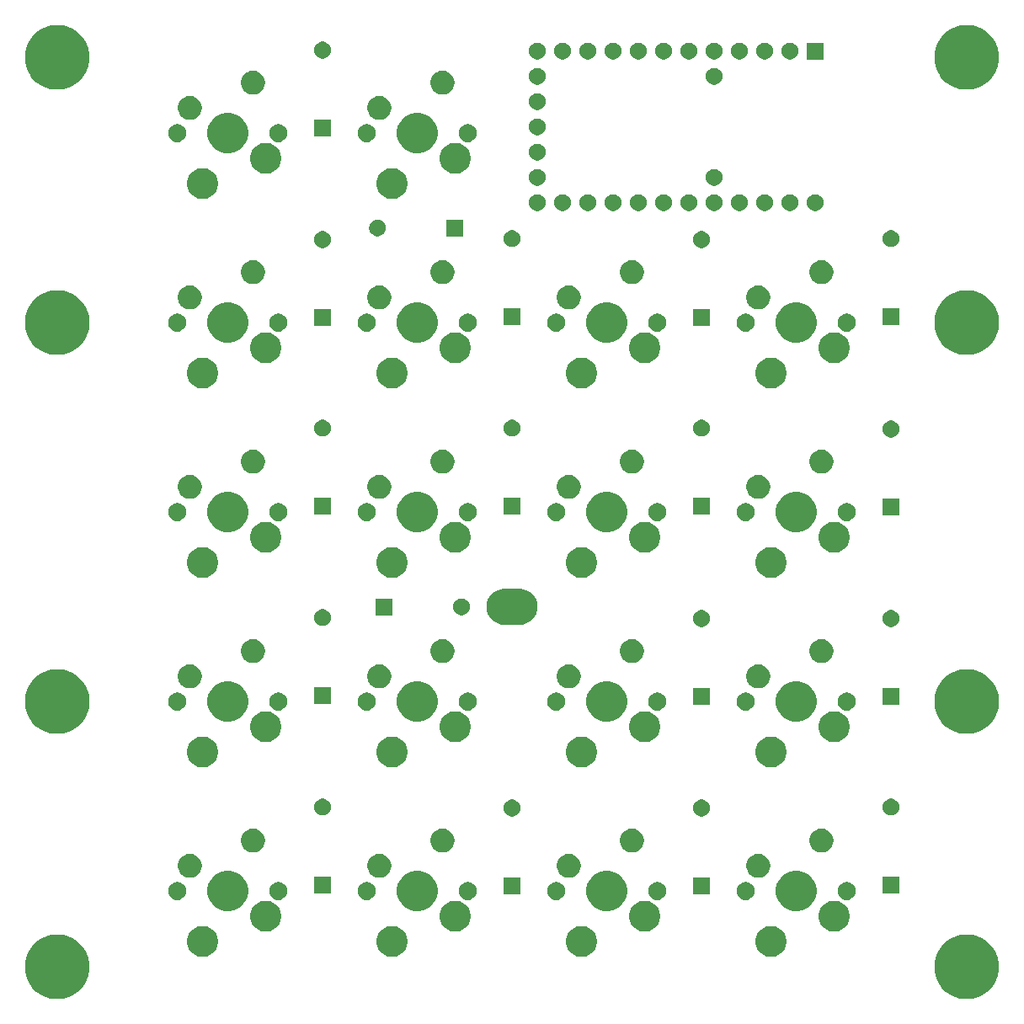
<source format=gbr>
G04 #@! TF.GenerationSoftware,KiCad,Pcbnew,(5.1.2)-2*
G04 #@! TF.CreationDate,2019-08-04T14:17:21-07:00*
G04 #@! TF.ProjectId,pcb v1.2,70636220-7631-42e3-922e-6b696361645f,rev?*
G04 #@! TF.SameCoordinates,Original*
G04 #@! TF.FileFunction,Soldermask,Top*
G04 #@! TF.FilePolarity,Negative*
%FSLAX46Y46*%
G04 Gerber Fmt 4.6, Leading zero omitted, Abs format (unit mm)*
G04 Created by KiCad (PCBNEW (5.1.2)-2) date 2019-08-04 14:17:21*
%MOMM*%
%LPD*%
G04 APERTURE LIST*
%ADD10C,0.100000*%
G04 APERTURE END LIST*
D10*
G36*
X172719239Y-120001467D02*
G01*
X173033282Y-120063934D01*
X173624926Y-120309001D01*
X174157392Y-120664784D01*
X174610216Y-121117608D01*
X174965999Y-121650074D01*
X175211066Y-122241718D01*
X175336000Y-122869804D01*
X175336000Y-123510196D01*
X175211066Y-124138282D01*
X174965999Y-124729926D01*
X174610216Y-125262392D01*
X174157392Y-125715216D01*
X173624926Y-126070999D01*
X173033282Y-126316066D01*
X172719239Y-126378533D01*
X172405197Y-126441000D01*
X171764803Y-126441000D01*
X171450761Y-126378533D01*
X171136718Y-126316066D01*
X170545074Y-126070999D01*
X170012608Y-125715216D01*
X169559784Y-125262392D01*
X169204001Y-124729926D01*
X168958934Y-124138282D01*
X168834000Y-123510196D01*
X168834000Y-122869804D01*
X168958934Y-122241718D01*
X169204001Y-121650074D01*
X169559784Y-121117608D01*
X170012608Y-120664784D01*
X170545074Y-120309001D01*
X171136718Y-120063934D01*
X171450761Y-120001467D01*
X171764803Y-119939000D01*
X172405197Y-119939000D01*
X172719239Y-120001467D01*
X172719239Y-120001467D01*
G37*
G36*
X81279239Y-120001467D02*
G01*
X81593282Y-120063934D01*
X82184926Y-120309001D01*
X82717392Y-120664784D01*
X83170216Y-121117608D01*
X83525999Y-121650074D01*
X83771066Y-122241718D01*
X83896000Y-122869804D01*
X83896000Y-123510196D01*
X83771066Y-124138282D01*
X83525999Y-124729926D01*
X83170216Y-125262392D01*
X82717392Y-125715216D01*
X82184926Y-126070999D01*
X81593282Y-126316066D01*
X81279239Y-126378533D01*
X80965197Y-126441000D01*
X80324803Y-126441000D01*
X80010761Y-126378533D01*
X79696718Y-126316066D01*
X79105074Y-126070999D01*
X78572608Y-125715216D01*
X78119784Y-125262392D01*
X77764001Y-124729926D01*
X77518934Y-124138282D01*
X77394000Y-123510196D01*
X77394000Y-122869804D01*
X77518934Y-122241718D01*
X77764001Y-121650074D01*
X78119784Y-121117608D01*
X78572608Y-120664784D01*
X79105074Y-120309001D01*
X79696718Y-120063934D01*
X80010761Y-120001467D01*
X80324803Y-119939000D01*
X80965197Y-119939000D01*
X81279239Y-120001467D01*
X81279239Y-120001467D01*
G37*
G36*
X152702585Y-119128802D02*
G01*
X152852410Y-119158604D01*
X153134674Y-119275521D01*
X153388705Y-119445259D01*
X153604741Y-119661295D01*
X153774479Y-119915326D01*
X153891396Y-120197590D01*
X153951000Y-120497240D01*
X153951000Y-120802760D01*
X153891396Y-121102410D01*
X153774479Y-121384674D01*
X153604741Y-121638705D01*
X153388705Y-121854741D01*
X153134674Y-122024479D01*
X152852410Y-122141396D01*
X152702585Y-122171198D01*
X152552761Y-122201000D01*
X152247239Y-122201000D01*
X152097415Y-122171198D01*
X151947590Y-122141396D01*
X151665326Y-122024479D01*
X151411295Y-121854741D01*
X151195259Y-121638705D01*
X151025521Y-121384674D01*
X150908604Y-121102410D01*
X150849000Y-120802760D01*
X150849000Y-120497240D01*
X150908604Y-120197590D01*
X151025521Y-119915326D01*
X151195259Y-119661295D01*
X151411295Y-119445259D01*
X151665326Y-119275521D01*
X151947590Y-119158604D01*
X152097415Y-119128802D01*
X152247239Y-119099000D01*
X152552761Y-119099000D01*
X152702585Y-119128802D01*
X152702585Y-119128802D01*
G37*
G36*
X133652585Y-119128802D02*
G01*
X133802410Y-119158604D01*
X134084674Y-119275521D01*
X134338705Y-119445259D01*
X134554741Y-119661295D01*
X134724479Y-119915326D01*
X134841396Y-120197590D01*
X134901000Y-120497240D01*
X134901000Y-120802760D01*
X134841396Y-121102410D01*
X134724479Y-121384674D01*
X134554741Y-121638705D01*
X134338705Y-121854741D01*
X134084674Y-122024479D01*
X133802410Y-122141396D01*
X133652585Y-122171198D01*
X133502761Y-122201000D01*
X133197239Y-122201000D01*
X133047415Y-122171198D01*
X132897590Y-122141396D01*
X132615326Y-122024479D01*
X132361295Y-121854741D01*
X132145259Y-121638705D01*
X131975521Y-121384674D01*
X131858604Y-121102410D01*
X131799000Y-120802760D01*
X131799000Y-120497240D01*
X131858604Y-120197590D01*
X131975521Y-119915326D01*
X132145259Y-119661295D01*
X132361295Y-119445259D01*
X132615326Y-119275521D01*
X132897590Y-119158604D01*
X133047415Y-119128802D01*
X133197239Y-119099000D01*
X133502761Y-119099000D01*
X133652585Y-119128802D01*
X133652585Y-119128802D01*
G37*
G36*
X95552585Y-119128802D02*
G01*
X95702410Y-119158604D01*
X95984674Y-119275521D01*
X96238705Y-119445259D01*
X96454741Y-119661295D01*
X96624479Y-119915326D01*
X96741396Y-120197590D01*
X96801000Y-120497240D01*
X96801000Y-120802760D01*
X96741396Y-121102410D01*
X96624479Y-121384674D01*
X96454741Y-121638705D01*
X96238705Y-121854741D01*
X95984674Y-122024479D01*
X95702410Y-122141396D01*
X95552585Y-122171198D01*
X95402761Y-122201000D01*
X95097239Y-122201000D01*
X94947415Y-122171198D01*
X94797590Y-122141396D01*
X94515326Y-122024479D01*
X94261295Y-121854741D01*
X94045259Y-121638705D01*
X93875521Y-121384674D01*
X93758604Y-121102410D01*
X93699000Y-120802760D01*
X93699000Y-120497240D01*
X93758604Y-120197590D01*
X93875521Y-119915326D01*
X94045259Y-119661295D01*
X94261295Y-119445259D01*
X94515326Y-119275521D01*
X94797590Y-119158604D01*
X94947415Y-119128802D01*
X95097239Y-119099000D01*
X95402761Y-119099000D01*
X95552585Y-119128802D01*
X95552585Y-119128802D01*
G37*
G36*
X114602585Y-119128802D02*
G01*
X114752410Y-119158604D01*
X115034674Y-119275521D01*
X115288705Y-119445259D01*
X115504741Y-119661295D01*
X115674479Y-119915326D01*
X115791396Y-120197590D01*
X115851000Y-120497240D01*
X115851000Y-120802760D01*
X115791396Y-121102410D01*
X115674479Y-121384674D01*
X115504741Y-121638705D01*
X115288705Y-121854741D01*
X115034674Y-122024479D01*
X114752410Y-122141396D01*
X114602585Y-122171198D01*
X114452761Y-122201000D01*
X114147239Y-122201000D01*
X113997415Y-122171198D01*
X113847590Y-122141396D01*
X113565326Y-122024479D01*
X113311295Y-121854741D01*
X113095259Y-121638705D01*
X112925521Y-121384674D01*
X112808604Y-121102410D01*
X112749000Y-120802760D01*
X112749000Y-120497240D01*
X112808604Y-120197590D01*
X112925521Y-119915326D01*
X113095259Y-119661295D01*
X113311295Y-119445259D01*
X113565326Y-119275521D01*
X113847590Y-119158604D01*
X113997415Y-119128802D01*
X114147239Y-119099000D01*
X114452761Y-119099000D01*
X114602585Y-119128802D01*
X114602585Y-119128802D01*
G37*
G36*
X159052585Y-116588802D02*
G01*
X159202410Y-116618604D01*
X159484674Y-116735521D01*
X159738705Y-116905259D01*
X159954741Y-117121295D01*
X160124479Y-117375326D01*
X160241396Y-117657590D01*
X160301000Y-117957240D01*
X160301000Y-118262760D01*
X160241396Y-118562410D01*
X160124479Y-118844674D01*
X159954741Y-119098705D01*
X159738705Y-119314741D01*
X159484674Y-119484479D01*
X159202410Y-119601396D01*
X159052585Y-119631198D01*
X158902761Y-119661000D01*
X158597239Y-119661000D01*
X158447415Y-119631198D01*
X158297590Y-119601396D01*
X158015326Y-119484479D01*
X157761295Y-119314741D01*
X157545259Y-119098705D01*
X157375521Y-118844674D01*
X157258604Y-118562410D01*
X157199000Y-118262760D01*
X157199000Y-117957240D01*
X157258604Y-117657590D01*
X157375521Y-117375326D01*
X157545259Y-117121295D01*
X157761295Y-116905259D01*
X158015326Y-116735521D01*
X158297590Y-116618604D01*
X158447415Y-116588802D01*
X158597239Y-116559000D01*
X158902761Y-116559000D01*
X159052585Y-116588802D01*
X159052585Y-116588802D01*
G37*
G36*
X140002585Y-116588802D02*
G01*
X140152410Y-116618604D01*
X140434674Y-116735521D01*
X140688705Y-116905259D01*
X140904741Y-117121295D01*
X141074479Y-117375326D01*
X141191396Y-117657590D01*
X141251000Y-117957240D01*
X141251000Y-118262760D01*
X141191396Y-118562410D01*
X141074479Y-118844674D01*
X140904741Y-119098705D01*
X140688705Y-119314741D01*
X140434674Y-119484479D01*
X140152410Y-119601396D01*
X140002585Y-119631198D01*
X139852761Y-119661000D01*
X139547239Y-119661000D01*
X139397415Y-119631198D01*
X139247590Y-119601396D01*
X138965326Y-119484479D01*
X138711295Y-119314741D01*
X138495259Y-119098705D01*
X138325521Y-118844674D01*
X138208604Y-118562410D01*
X138149000Y-118262760D01*
X138149000Y-117957240D01*
X138208604Y-117657590D01*
X138325521Y-117375326D01*
X138495259Y-117121295D01*
X138711295Y-116905259D01*
X138965326Y-116735521D01*
X139247590Y-116618604D01*
X139397415Y-116588802D01*
X139547239Y-116559000D01*
X139852761Y-116559000D01*
X140002585Y-116588802D01*
X140002585Y-116588802D01*
G37*
G36*
X120952585Y-116588802D02*
G01*
X121102410Y-116618604D01*
X121384674Y-116735521D01*
X121638705Y-116905259D01*
X121854741Y-117121295D01*
X122024479Y-117375326D01*
X122141396Y-117657590D01*
X122201000Y-117957240D01*
X122201000Y-118262760D01*
X122141396Y-118562410D01*
X122024479Y-118844674D01*
X121854741Y-119098705D01*
X121638705Y-119314741D01*
X121384674Y-119484479D01*
X121102410Y-119601396D01*
X120952585Y-119631198D01*
X120802761Y-119661000D01*
X120497239Y-119661000D01*
X120347415Y-119631198D01*
X120197590Y-119601396D01*
X119915326Y-119484479D01*
X119661295Y-119314741D01*
X119445259Y-119098705D01*
X119275521Y-118844674D01*
X119158604Y-118562410D01*
X119099000Y-118262760D01*
X119099000Y-117957240D01*
X119158604Y-117657590D01*
X119275521Y-117375326D01*
X119445259Y-117121295D01*
X119661295Y-116905259D01*
X119915326Y-116735521D01*
X120197590Y-116618604D01*
X120347415Y-116588802D01*
X120497239Y-116559000D01*
X120802761Y-116559000D01*
X120952585Y-116588802D01*
X120952585Y-116588802D01*
G37*
G36*
X101902585Y-116588802D02*
G01*
X102052410Y-116618604D01*
X102334674Y-116735521D01*
X102588705Y-116905259D01*
X102804741Y-117121295D01*
X102974479Y-117375326D01*
X103091396Y-117657590D01*
X103151000Y-117957240D01*
X103151000Y-118262760D01*
X103091396Y-118562410D01*
X102974479Y-118844674D01*
X102804741Y-119098705D01*
X102588705Y-119314741D01*
X102334674Y-119484479D01*
X102052410Y-119601396D01*
X101902585Y-119631198D01*
X101752761Y-119661000D01*
X101447239Y-119661000D01*
X101297415Y-119631198D01*
X101147590Y-119601396D01*
X100865326Y-119484479D01*
X100611295Y-119314741D01*
X100395259Y-119098705D01*
X100225521Y-118844674D01*
X100108604Y-118562410D01*
X100049000Y-118262760D01*
X100049000Y-117957240D01*
X100108604Y-117657590D01*
X100225521Y-117375326D01*
X100395259Y-117121295D01*
X100611295Y-116905259D01*
X100865326Y-116735521D01*
X101147590Y-116618604D01*
X101297415Y-116588802D01*
X101447239Y-116559000D01*
X101752761Y-116559000D01*
X101902585Y-116588802D01*
X101902585Y-116588802D01*
G37*
G36*
X98386474Y-113603684D02*
G01*
X98604474Y-113693983D01*
X98758623Y-113757833D01*
X99093548Y-113981623D01*
X99378377Y-114266452D01*
X99602167Y-114601377D01*
X99666017Y-114755526D01*
X99756316Y-114973526D01*
X99834900Y-115368594D01*
X99834900Y-115771406D01*
X99756316Y-116166474D01*
X99672322Y-116369253D01*
X99602167Y-116538623D01*
X99378377Y-116873548D01*
X99093548Y-117158377D01*
X98758623Y-117382167D01*
X98604474Y-117446017D01*
X98386474Y-117536316D01*
X97991406Y-117614900D01*
X97588594Y-117614900D01*
X97193526Y-117536316D01*
X96975526Y-117446017D01*
X96821377Y-117382167D01*
X96486452Y-117158377D01*
X96201623Y-116873548D01*
X95977833Y-116538623D01*
X95907678Y-116369253D01*
X95823684Y-116166474D01*
X95745100Y-115771406D01*
X95745100Y-115368594D01*
X95823684Y-114973526D01*
X95913983Y-114755526D01*
X95977833Y-114601377D01*
X96201623Y-114266452D01*
X96486452Y-113981623D01*
X96821377Y-113757833D01*
X96975526Y-113693983D01*
X97193526Y-113603684D01*
X97588594Y-113525100D01*
X97991406Y-113525100D01*
X98386474Y-113603684D01*
X98386474Y-113603684D01*
G37*
G36*
X117436474Y-113603684D02*
G01*
X117654474Y-113693983D01*
X117808623Y-113757833D01*
X118143548Y-113981623D01*
X118428377Y-114266452D01*
X118652167Y-114601377D01*
X118716017Y-114755526D01*
X118806316Y-114973526D01*
X118884900Y-115368594D01*
X118884900Y-115771406D01*
X118806316Y-116166474D01*
X118722322Y-116369253D01*
X118652167Y-116538623D01*
X118428377Y-116873548D01*
X118143548Y-117158377D01*
X117808623Y-117382167D01*
X117654474Y-117446017D01*
X117436474Y-117536316D01*
X117041406Y-117614900D01*
X116638594Y-117614900D01*
X116243526Y-117536316D01*
X116025526Y-117446017D01*
X115871377Y-117382167D01*
X115536452Y-117158377D01*
X115251623Y-116873548D01*
X115027833Y-116538623D01*
X114957678Y-116369253D01*
X114873684Y-116166474D01*
X114795100Y-115771406D01*
X114795100Y-115368594D01*
X114873684Y-114973526D01*
X114963983Y-114755526D01*
X115027833Y-114601377D01*
X115251623Y-114266452D01*
X115536452Y-113981623D01*
X115871377Y-113757833D01*
X116025526Y-113693983D01*
X116243526Y-113603684D01*
X116638594Y-113525100D01*
X117041406Y-113525100D01*
X117436474Y-113603684D01*
X117436474Y-113603684D01*
G37*
G36*
X155536474Y-113603684D02*
G01*
X155754474Y-113693983D01*
X155908623Y-113757833D01*
X156243548Y-113981623D01*
X156528377Y-114266452D01*
X156752167Y-114601377D01*
X156816017Y-114755526D01*
X156906316Y-114973526D01*
X156984900Y-115368594D01*
X156984900Y-115771406D01*
X156906316Y-116166474D01*
X156822322Y-116369253D01*
X156752167Y-116538623D01*
X156528377Y-116873548D01*
X156243548Y-117158377D01*
X155908623Y-117382167D01*
X155754474Y-117446017D01*
X155536474Y-117536316D01*
X155141406Y-117614900D01*
X154738594Y-117614900D01*
X154343526Y-117536316D01*
X154125526Y-117446017D01*
X153971377Y-117382167D01*
X153636452Y-117158377D01*
X153351623Y-116873548D01*
X153127833Y-116538623D01*
X153057678Y-116369253D01*
X152973684Y-116166474D01*
X152895100Y-115771406D01*
X152895100Y-115368594D01*
X152973684Y-114973526D01*
X153063983Y-114755526D01*
X153127833Y-114601377D01*
X153351623Y-114266452D01*
X153636452Y-113981623D01*
X153971377Y-113757833D01*
X154125526Y-113693983D01*
X154343526Y-113603684D01*
X154738594Y-113525100D01*
X155141406Y-113525100D01*
X155536474Y-113603684D01*
X155536474Y-113603684D01*
G37*
G36*
X136486474Y-113603684D02*
G01*
X136704474Y-113693983D01*
X136858623Y-113757833D01*
X137193548Y-113981623D01*
X137478377Y-114266452D01*
X137702167Y-114601377D01*
X137766017Y-114755526D01*
X137856316Y-114973526D01*
X137934900Y-115368594D01*
X137934900Y-115771406D01*
X137856316Y-116166474D01*
X137772322Y-116369253D01*
X137702167Y-116538623D01*
X137478377Y-116873548D01*
X137193548Y-117158377D01*
X136858623Y-117382167D01*
X136704474Y-117446017D01*
X136486474Y-117536316D01*
X136091406Y-117614900D01*
X135688594Y-117614900D01*
X135293526Y-117536316D01*
X135075526Y-117446017D01*
X134921377Y-117382167D01*
X134586452Y-117158377D01*
X134301623Y-116873548D01*
X134077833Y-116538623D01*
X134007678Y-116369253D01*
X133923684Y-116166474D01*
X133845100Y-115771406D01*
X133845100Y-115368594D01*
X133923684Y-114973526D01*
X134013983Y-114755526D01*
X134077833Y-114601377D01*
X134301623Y-114266452D01*
X134586452Y-113981623D01*
X134921377Y-113757833D01*
X135075526Y-113693983D01*
X135293526Y-113603684D01*
X135688594Y-113525100D01*
X136091406Y-113525100D01*
X136486474Y-113603684D01*
X136486474Y-113603684D01*
G37*
G36*
X122095952Y-114685430D02*
G01*
X122183075Y-114702759D01*
X122292498Y-114748084D01*
X122347211Y-114770747D01*
X122493933Y-114868783D01*
X122494928Y-114869448D01*
X122620552Y-114995072D01*
X122620554Y-114995075D01*
X122719253Y-115142789D01*
X122719253Y-115142790D01*
X122787241Y-115306925D01*
X122821900Y-115481171D01*
X122821900Y-115658829D01*
X122787241Y-115833075D01*
X122741916Y-115942498D01*
X122719253Y-115997211D01*
X122621217Y-116143933D01*
X122620552Y-116144928D01*
X122494928Y-116270552D01*
X122494925Y-116270554D01*
X122347211Y-116369253D01*
X122292498Y-116391916D01*
X122183075Y-116437241D01*
X122095952Y-116454571D01*
X122008831Y-116471900D01*
X121831169Y-116471900D01*
X121744048Y-116454571D01*
X121656925Y-116437241D01*
X121547502Y-116391916D01*
X121492789Y-116369253D01*
X121345075Y-116270554D01*
X121345072Y-116270552D01*
X121219448Y-116144928D01*
X121218783Y-116143933D01*
X121120747Y-115997211D01*
X121098084Y-115942498D01*
X121052759Y-115833075D01*
X121018100Y-115658829D01*
X121018100Y-115481171D01*
X121052759Y-115306925D01*
X121120747Y-115142790D01*
X121120747Y-115142789D01*
X121219446Y-114995075D01*
X121219448Y-114995072D01*
X121345072Y-114869448D01*
X121346067Y-114868783D01*
X121492789Y-114770747D01*
X121547502Y-114748084D01*
X121656925Y-114702759D01*
X121744048Y-114685430D01*
X121831169Y-114668100D01*
X122008831Y-114668100D01*
X122095952Y-114685430D01*
X122095952Y-114685430D01*
G37*
G36*
X103045952Y-114685430D02*
G01*
X103133075Y-114702759D01*
X103242498Y-114748084D01*
X103297211Y-114770747D01*
X103443933Y-114868783D01*
X103444928Y-114869448D01*
X103570552Y-114995072D01*
X103570554Y-114995075D01*
X103669253Y-115142789D01*
X103669253Y-115142790D01*
X103737241Y-115306925D01*
X103771900Y-115481171D01*
X103771900Y-115658829D01*
X103737241Y-115833075D01*
X103691916Y-115942498D01*
X103669253Y-115997211D01*
X103571217Y-116143933D01*
X103570552Y-116144928D01*
X103444928Y-116270552D01*
X103444925Y-116270554D01*
X103297211Y-116369253D01*
X103242498Y-116391916D01*
X103133075Y-116437241D01*
X103045952Y-116454571D01*
X102958831Y-116471900D01*
X102781169Y-116471900D01*
X102694048Y-116454571D01*
X102606925Y-116437241D01*
X102497502Y-116391916D01*
X102442789Y-116369253D01*
X102295075Y-116270554D01*
X102295072Y-116270552D01*
X102169448Y-116144928D01*
X102168783Y-116143933D01*
X102070747Y-115997211D01*
X102048084Y-115942498D01*
X102002759Y-115833075D01*
X101968100Y-115658829D01*
X101968100Y-115481171D01*
X102002759Y-115306925D01*
X102070747Y-115142790D01*
X102070747Y-115142789D01*
X102169446Y-114995075D01*
X102169448Y-114995072D01*
X102295072Y-114869448D01*
X102296067Y-114868783D01*
X102442789Y-114770747D01*
X102497502Y-114748084D01*
X102606925Y-114702759D01*
X102694048Y-114685430D01*
X102781169Y-114668100D01*
X102958831Y-114668100D01*
X103045952Y-114685430D01*
X103045952Y-114685430D01*
G37*
G36*
X92885952Y-114685430D02*
G01*
X92973075Y-114702759D01*
X93082498Y-114748084D01*
X93137211Y-114770747D01*
X93283933Y-114868783D01*
X93284928Y-114869448D01*
X93410552Y-114995072D01*
X93410554Y-114995075D01*
X93509253Y-115142789D01*
X93509253Y-115142790D01*
X93577241Y-115306925D01*
X93611900Y-115481171D01*
X93611900Y-115658829D01*
X93577241Y-115833075D01*
X93531916Y-115942498D01*
X93509253Y-115997211D01*
X93411217Y-116143933D01*
X93410552Y-116144928D01*
X93284928Y-116270552D01*
X93284925Y-116270554D01*
X93137211Y-116369253D01*
X93082498Y-116391916D01*
X92973075Y-116437241D01*
X92885952Y-116454571D01*
X92798831Y-116471900D01*
X92621169Y-116471900D01*
X92534048Y-116454571D01*
X92446925Y-116437241D01*
X92337502Y-116391916D01*
X92282789Y-116369253D01*
X92135075Y-116270554D01*
X92135072Y-116270552D01*
X92009448Y-116144928D01*
X92008783Y-116143933D01*
X91910747Y-115997211D01*
X91888084Y-115942498D01*
X91842759Y-115833075D01*
X91808100Y-115658829D01*
X91808100Y-115481171D01*
X91842759Y-115306925D01*
X91910747Y-115142790D01*
X91910747Y-115142789D01*
X92009446Y-114995075D01*
X92009448Y-114995072D01*
X92135072Y-114869448D01*
X92136067Y-114868783D01*
X92282789Y-114770747D01*
X92337502Y-114748084D01*
X92446925Y-114702759D01*
X92534048Y-114685430D01*
X92621169Y-114668100D01*
X92798831Y-114668100D01*
X92885952Y-114685430D01*
X92885952Y-114685430D01*
G37*
G36*
X111935952Y-114685430D02*
G01*
X112023075Y-114702759D01*
X112132498Y-114748084D01*
X112187211Y-114770747D01*
X112333933Y-114868783D01*
X112334928Y-114869448D01*
X112460552Y-114995072D01*
X112460554Y-114995075D01*
X112559253Y-115142789D01*
X112559253Y-115142790D01*
X112627241Y-115306925D01*
X112661900Y-115481171D01*
X112661900Y-115658829D01*
X112627241Y-115833075D01*
X112581916Y-115942498D01*
X112559253Y-115997211D01*
X112461217Y-116143933D01*
X112460552Y-116144928D01*
X112334928Y-116270552D01*
X112334925Y-116270554D01*
X112187211Y-116369253D01*
X112132498Y-116391916D01*
X112023075Y-116437241D01*
X111935952Y-116454571D01*
X111848831Y-116471900D01*
X111671169Y-116471900D01*
X111584048Y-116454571D01*
X111496925Y-116437241D01*
X111387502Y-116391916D01*
X111332789Y-116369253D01*
X111185075Y-116270554D01*
X111185072Y-116270552D01*
X111059448Y-116144928D01*
X111058783Y-116143933D01*
X110960747Y-115997211D01*
X110938084Y-115942498D01*
X110892759Y-115833075D01*
X110858100Y-115658829D01*
X110858100Y-115481171D01*
X110892759Y-115306925D01*
X110960747Y-115142790D01*
X110960747Y-115142789D01*
X111059446Y-114995075D01*
X111059448Y-114995072D01*
X111185072Y-114869448D01*
X111186067Y-114868783D01*
X111332789Y-114770747D01*
X111387502Y-114748084D01*
X111496925Y-114702759D01*
X111584048Y-114685430D01*
X111671169Y-114668100D01*
X111848831Y-114668100D01*
X111935952Y-114685430D01*
X111935952Y-114685430D01*
G37*
G36*
X130985952Y-114685430D02*
G01*
X131073075Y-114702759D01*
X131182498Y-114748084D01*
X131237211Y-114770747D01*
X131383933Y-114868783D01*
X131384928Y-114869448D01*
X131510552Y-114995072D01*
X131510554Y-114995075D01*
X131609253Y-115142789D01*
X131609253Y-115142790D01*
X131677241Y-115306925D01*
X131711900Y-115481171D01*
X131711900Y-115658829D01*
X131677241Y-115833075D01*
X131631916Y-115942498D01*
X131609253Y-115997211D01*
X131511217Y-116143933D01*
X131510552Y-116144928D01*
X131384928Y-116270552D01*
X131384925Y-116270554D01*
X131237211Y-116369253D01*
X131182498Y-116391916D01*
X131073075Y-116437241D01*
X130985952Y-116454571D01*
X130898831Y-116471900D01*
X130721169Y-116471900D01*
X130634048Y-116454571D01*
X130546925Y-116437241D01*
X130437502Y-116391916D01*
X130382789Y-116369253D01*
X130235075Y-116270554D01*
X130235072Y-116270552D01*
X130109448Y-116144928D01*
X130108783Y-116143933D01*
X130010747Y-115997211D01*
X129988084Y-115942498D01*
X129942759Y-115833075D01*
X129908100Y-115658829D01*
X129908100Y-115481171D01*
X129942759Y-115306925D01*
X130010747Y-115142790D01*
X130010747Y-115142789D01*
X130109446Y-114995075D01*
X130109448Y-114995072D01*
X130235072Y-114869448D01*
X130236067Y-114868783D01*
X130382789Y-114770747D01*
X130437502Y-114748084D01*
X130546925Y-114702759D01*
X130634048Y-114685430D01*
X130721169Y-114668100D01*
X130898831Y-114668100D01*
X130985952Y-114685430D01*
X130985952Y-114685430D01*
G37*
G36*
X141145952Y-114685430D02*
G01*
X141233075Y-114702759D01*
X141342498Y-114748084D01*
X141397211Y-114770747D01*
X141543933Y-114868783D01*
X141544928Y-114869448D01*
X141670552Y-114995072D01*
X141670554Y-114995075D01*
X141769253Y-115142789D01*
X141769253Y-115142790D01*
X141837241Y-115306925D01*
X141871900Y-115481171D01*
X141871900Y-115658829D01*
X141837241Y-115833075D01*
X141791916Y-115942498D01*
X141769253Y-115997211D01*
X141671217Y-116143933D01*
X141670552Y-116144928D01*
X141544928Y-116270552D01*
X141544925Y-116270554D01*
X141397211Y-116369253D01*
X141342498Y-116391916D01*
X141233075Y-116437241D01*
X141145952Y-116454571D01*
X141058831Y-116471900D01*
X140881169Y-116471900D01*
X140794048Y-116454571D01*
X140706925Y-116437241D01*
X140597502Y-116391916D01*
X140542789Y-116369253D01*
X140395075Y-116270554D01*
X140395072Y-116270552D01*
X140269448Y-116144928D01*
X140268783Y-116143933D01*
X140170747Y-115997211D01*
X140148084Y-115942498D01*
X140102759Y-115833075D01*
X140068100Y-115658829D01*
X140068100Y-115481171D01*
X140102759Y-115306925D01*
X140170747Y-115142790D01*
X140170747Y-115142789D01*
X140269446Y-114995075D01*
X140269448Y-114995072D01*
X140395072Y-114869448D01*
X140396067Y-114868783D01*
X140542789Y-114770747D01*
X140597502Y-114748084D01*
X140706925Y-114702759D01*
X140794048Y-114685430D01*
X140881169Y-114668100D01*
X141058831Y-114668100D01*
X141145952Y-114685430D01*
X141145952Y-114685430D01*
G37*
G36*
X150035952Y-114685430D02*
G01*
X150123075Y-114702759D01*
X150232498Y-114748084D01*
X150287211Y-114770747D01*
X150433933Y-114868783D01*
X150434928Y-114869448D01*
X150560552Y-114995072D01*
X150560554Y-114995075D01*
X150659253Y-115142789D01*
X150659253Y-115142790D01*
X150727241Y-115306925D01*
X150761900Y-115481171D01*
X150761900Y-115658829D01*
X150727241Y-115833075D01*
X150681916Y-115942498D01*
X150659253Y-115997211D01*
X150561217Y-116143933D01*
X150560552Y-116144928D01*
X150434928Y-116270552D01*
X150434925Y-116270554D01*
X150287211Y-116369253D01*
X150232498Y-116391916D01*
X150123075Y-116437241D01*
X150035952Y-116454571D01*
X149948831Y-116471900D01*
X149771169Y-116471900D01*
X149684048Y-116454571D01*
X149596925Y-116437241D01*
X149487502Y-116391916D01*
X149432789Y-116369253D01*
X149285075Y-116270554D01*
X149285072Y-116270552D01*
X149159448Y-116144928D01*
X149158783Y-116143933D01*
X149060747Y-115997211D01*
X149038084Y-115942498D01*
X148992759Y-115833075D01*
X148958100Y-115658829D01*
X148958100Y-115481171D01*
X148992759Y-115306925D01*
X149060747Y-115142790D01*
X149060747Y-115142789D01*
X149159446Y-114995075D01*
X149159448Y-114995072D01*
X149285072Y-114869448D01*
X149286067Y-114868783D01*
X149432789Y-114770747D01*
X149487502Y-114748084D01*
X149596925Y-114702759D01*
X149684048Y-114685430D01*
X149771169Y-114668100D01*
X149948831Y-114668100D01*
X150035952Y-114685430D01*
X150035952Y-114685430D01*
G37*
G36*
X160195952Y-114685430D02*
G01*
X160283075Y-114702759D01*
X160392498Y-114748084D01*
X160447211Y-114770747D01*
X160593933Y-114868783D01*
X160594928Y-114869448D01*
X160720552Y-114995072D01*
X160720554Y-114995075D01*
X160819253Y-115142789D01*
X160819253Y-115142790D01*
X160887241Y-115306925D01*
X160921900Y-115481171D01*
X160921900Y-115658829D01*
X160887241Y-115833075D01*
X160841916Y-115942498D01*
X160819253Y-115997211D01*
X160721217Y-116143933D01*
X160720552Y-116144928D01*
X160594928Y-116270552D01*
X160594925Y-116270554D01*
X160447211Y-116369253D01*
X160392498Y-116391916D01*
X160283075Y-116437241D01*
X160195952Y-116454571D01*
X160108831Y-116471900D01*
X159931169Y-116471900D01*
X159844048Y-116454571D01*
X159756925Y-116437241D01*
X159647502Y-116391916D01*
X159592789Y-116369253D01*
X159445075Y-116270554D01*
X159445072Y-116270552D01*
X159319448Y-116144928D01*
X159318783Y-116143933D01*
X159220747Y-115997211D01*
X159198084Y-115942498D01*
X159152759Y-115833075D01*
X159118100Y-115658829D01*
X159118100Y-115481171D01*
X159152759Y-115306925D01*
X159220747Y-115142790D01*
X159220747Y-115142789D01*
X159319446Y-114995075D01*
X159319448Y-114995072D01*
X159445072Y-114869448D01*
X159446067Y-114868783D01*
X159592789Y-114770747D01*
X159647502Y-114748084D01*
X159756925Y-114702759D01*
X159844048Y-114685430D01*
X159931169Y-114668100D01*
X160108831Y-114668100D01*
X160195952Y-114685430D01*
X160195952Y-114685430D01*
G37*
G36*
X146266000Y-115876000D02*
G01*
X144564000Y-115876000D01*
X144564000Y-114174000D01*
X146266000Y-114174000D01*
X146266000Y-115876000D01*
X146266000Y-115876000D01*
G37*
G36*
X127216000Y-115876000D02*
G01*
X125514000Y-115876000D01*
X125514000Y-114174000D01*
X127216000Y-114174000D01*
X127216000Y-115876000D01*
X127216000Y-115876000D01*
G37*
G36*
X108166000Y-115786000D02*
G01*
X106464000Y-115786000D01*
X106464000Y-114084000D01*
X108166000Y-114084000D01*
X108166000Y-115786000D01*
X108166000Y-115786000D01*
G37*
G36*
X165316000Y-115786000D02*
G01*
X163614000Y-115786000D01*
X163614000Y-114084000D01*
X165316000Y-114084000D01*
X165316000Y-115786000D01*
X165316000Y-115786000D01*
G37*
G36*
X94328276Y-111881884D02*
G01*
X94545569Y-111971890D01*
X94545571Y-111971891D01*
X94741130Y-112102560D01*
X94907440Y-112268870D01*
X95038110Y-112464431D01*
X95128116Y-112681724D01*
X95174000Y-112912400D01*
X95174000Y-113147600D01*
X95128116Y-113378276D01*
X95067299Y-113525100D01*
X95038109Y-113595571D01*
X94907440Y-113791130D01*
X94741130Y-113957440D01*
X94545571Y-114088109D01*
X94545570Y-114088110D01*
X94545569Y-114088110D01*
X94328276Y-114178116D01*
X94097600Y-114224000D01*
X93862400Y-114224000D01*
X93631724Y-114178116D01*
X93414431Y-114088110D01*
X93414430Y-114088110D01*
X93414429Y-114088109D01*
X93218870Y-113957440D01*
X93052560Y-113791130D01*
X92921891Y-113595571D01*
X92892701Y-113525100D01*
X92831884Y-113378276D01*
X92786000Y-113147600D01*
X92786000Y-112912400D01*
X92831884Y-112681724D01*
X92921890Y-112464431D01*
X93052560Y-112268870D01*
X93218870Y-112102560D01*
X93414429Y-111971891D01*
X93414431Y-111971890D01*
X93631724Y-111881884D01*
X93862400Y-111836000D01*
X94097600Y-111836000D01*
X94328276Y-111881884D01*
X94328276Y-111881884D01*
G37*
G36*
X113378276Y-111881884D02*
G01*
X113595569Y-111971890D01*
X113595571Y-111971891D01*
X113791130Y-112102560D01*
X113957440Y-112268870D01*
X114088110Y-112464431D01*
X114178116Y-112681724D01*
X114224000Y-112912400D01*
X114224000Y-113147600D01*
X114178116Y-113378276D01*
X114117299Y-113525100D01*
X114088109Y-113595571D01*
X113957440Y-113791130D01*
X113791130Y-113957440D01*
X113595571Y-114088109D01*
X113595570Y-114088110D01*
X113595569Y-114088110D01*
X113378276Y-114178116D01*
X113147600Y-114224000D01*
X112912400Y-114224000D01*
X112681724Y-114178116D01*
X112464431Y-114088110D01*
X112464430Y-114088110D01*
X112464429Y-114088109D01*
X112268870Y-113957440D01*
X112102560Y-113791130D01*
X111971891Y-113595571D01*
X111942701Y-113525100D01*
X111881884Y-113378276D01*
X111836000Y-113147600D01*
X111836000Y-112912400D01*
X111881884Y-112681724D01*
X111971890Y-112464431D01*
X112102560Y-112268870D01*
X112268870Y-112102560D01*
X112464429Y-111971891D01*
X112464431Y-111971890D01*
X112681724Y-111881884D01*
X112912400Y-111836000D01*
X113147600Y-111836000D01*
X113378276Y-111881884D01*
X113378276Y-111881884D01*
G37*
G36*
X132428276Y-111881884D02*
G01*
X132645569Y-111971890D01*
X132645571Y-111971891D01*
X132841130Y-112102560D01*
X133007440Y-112268870D01*
X133138110Y-112464431D01*
X133228116Y-112681724D01*
X133274000Y-112912400D01*
X133274000Y-113147600D01*
X133228116Y-113378276D01*
X133167299Y-113525100D01*
X133138109Y-113595571D01*
X133007440Y-113791130D01*
X132841130Y-113957440D01*
X132645571Y-114088109D01*
X132645570Y-114088110D01*
X132645569Y-114088110D01*
X132428276Y-114178116D01*
X132197600Y-114224000D01*
X131962400Y-114224000D01*
X131731724Y-114178116D01*
X131514431Y-114088110D01*
X131514430Y-114088110D01*
X131514429Y-114088109D01*
X131318870Y-113957440D01*
X131152560Y-113791130D01*
X131021891Y-113595571D01*
X130992701Y-113525100D01*
X130931884Y-113378276D01*
X130886000Y-113147600D01*
X130886000Y-112912400D01*
X130931884Y-112681724D01*
X131021890Y-112464431D01*
X131152560Y-112268870D01*
X131318870Y-112102560D01*
X131514429Y-111971891D01*
X131514431Y-111971890D01*
X131731724Y-111881884D01*
X131962400Y-111836000D01*
X132197600Y-111836000D01*
X132428276Y-111881884D01*
X132428276Y-111881884D01*
G37*
G36*
X151478276Y-111881884D02*
G01*
X151695569Y-111971890D01*
X151695571Y-111971891D01*
X151891130Y-112102560D01*
X152057440Y-112268870D01*
X152188110Y-112464431D01*
X152278116Y-112681724D01*
X152324000Y-112912400D01*
X152324000Y-113147600D01*
X152278116Y-113378276D01*
X152217299Y-113525100D01*
X152188109Y-113595571D01*
X152057440Y-113791130D01*
X151891130Y-113957440D01*
X151695571Y-114088109D01*
X151695570Y-114088110D01*
X151695569Y-114088110D01*
X151478276Y-114178116D01*
X151247600Y-114224000D01*
X151012400Y-114224000D01*
X150781724Y-114178116D01*
X150564431Y-114088110D01*
X150564430Y-114088110D01*
X150564429Y-114088109D01*
X150368870Y-113957440D01*
X150202560Y-113791130D01*
X150071891Y-113595571D01*
X150042701Y-113525100D01*
X149981884Y-113378276D01*
X149936000Y-113147600D01*
X149936000Y-112912400D01*
X149981884Y-112681724D01*
X150071890Y-112464431D01*
X150202560Y-112268870D01*
X150368870Y-112102560D01*
X150564429Y-111971891D01*
X150564431Y-111971890D01*
X150781724Y-111881884D01*
X151012400Y-111836000D01*
X151247600Y-111836000D01*
X151478276Y-111881884D01*
X151478276Y-111881884D01*
G37*
G36*
X119728276Y-109341884D02*
G01*
X119945569Y-109431890D01*
X119945571Y-109431891D01*
X120141130Y-109562560D01*
X120307440Y-109728870D01*
X120438110Y-109924431D01*
X120528116Y-110141724D01*
X120574000Y-110372400D01*
X120574000Y-110607600D01*
X120528116Y-110838276D01*
X120438110Y-111055569D01*
X120438109Y-111055571D01*
X120307440Y-111251130D01*
X120141130Y-111417440D01*
X119945571Y-111548109D01*
X119945570Y-111548110D01*
X119945569Y-111548110D01*
X119728276Y-111638116D01*
X119497600Y-111684000D01*
X119262400Y-111684000D01*
X119031724Y-111638116D01*
X118814431Y-111548110D01*
X118814430Y-111548110D01*
X118814429Y-111548109D01*
X118618870Y-111417440D01*
X118452560Y-111251130D01*
X118321891Y-111055571D01*
X118321890Y-111055569D01*
X118231884Y-110838276D01*
X118186000Y-110607600D01*
X118186000Y-110372400D01*
X118231884Y-110141724D01*
X118321890Y-109924431D01*
X118452560Y-109728870D01*
X118618870Y-109562560D01*
X118814429Y-109431891D01*
X118814431Y-109431890D01*
X119031724Y-109341884D01*
X119262400Y-109296000D01*
X119497600Y-109296000D01*
X119728276Y-109341884D01*
X119728276Y-109341884D01*
G37*
G36*
X100678276Y-109341884D02*
G01*
X100895569Y-109431890D01*
X100895571Y-109431891D01*
X101091130Y-109562560D01*
X101257440Y-109728870D01*
X101388110Y-109924431D01*
X101478116Y-110141724D01*
X101524000Y-110372400D01*
X101524000Y-110607600D01*
X101478116Y-110838276D01*
X101388110Y-111055569D01*
X101388109Y-111055571D01*
X101257440Y-111251130D01*
X101091130Y-111417440D01*
X100895571Y-111548109D01*
X100895570Y-111548110D01*
X100895569Y-111548110D01*
X100678276Y-111638116D01*
X100447600Y-111684000D01*
X100212400Y-111684000D01*
X99981724Y-111638116D01*
X99764431Y-111548110D01*
X99764430Y-111548110D01*
X99764429Y-111548109D01*
X99568870Y-111417440D01*
X99402560Y-111251130D01*
X99271891Y-111055571D01*
X99271890Y-111055569D01*
X99181884Y-110838276D01*
X99136000Y-110607600D01*
X99136000Y-110372400D01*
X99181884Y-110141724D01*
X99271890Y-109924431D01*
X99402560Y-109728870D01*
X99568870Y-109562560D01*
X99764429Y-109431891D01*
X99764431Y-109431890D01*
X99981724Y-109341884D01*
X100212400Y-109296000D01*
X100447600Y-109296000D01*
X100678276Y-109341884D01*
X100678276Y-109341884D01*
G37*
G36*
X138778276Y-109341884D02*
G01*
X138995569Y-109431890D01*
X138995571Y-109431891D01*
X139191130Y-109562560D01*
X139357440Y-109728870D01*
X139488110Y-109924431D01*
X139578116Y-110141724D01*
X139624000Y-110372400D01*
X139624000Y-110607600D01*
X139578116Y-110838276D01*
X139488110Y-111055569D01*
X139488109Y-111055571D01*
X139357440Y-111251130D01*
X139191130Y-111417440D01*
X138995571Y-111548109D01*
X138995570Y-111548110D01*
X138995569Y-111548110D01*
X138778276Y-111638116D01*
X138547600Y-111684000D01*
X138312400Y-111684000D01*
X138081724Y-111638116D01*
X137864431Y-111548110D01*
X137864430Y-111548110D01*
X137864429Y-111548109D01*
X137668870Y-111417440D01*
X137502560Y-111251130D01*
X137371891Y-111055571D01*
X137371890Y-111055569D01*
X137281884Y-110838276D01*
X137236000Y-110607600D01*
X137236000Y-110372400D01*
X137281884Y-110141724D01*
X137371890Y-109924431D01*
X137502560Y-109728870D01*
X137668870Y-109562560D01*
X137864429Y-109431891D01*
X137864431Y-109431890D01*
X138081724Y-109341884D01*
X138312400Y-109296000D01*
X138547600Y-109296000D01*
X138778276Y-109341884D01*
X138778276Y-109341884D01*
G37*
G36*
X157828276Y-109341884D02*
G01*
X158045569Y-109431890D01*
X158045571Y-109431891D01*
X158241130Y-109562560D01*
X158407440Y-109728870D01*
X158538110Y-109924431D01*
X158628116Y-110141724D01*
X158674000Y-110372400D01*
X158674000Y-110607600D01*
X158628116Y-110838276D01*
X158538110Y-111055569D01*
X158538109Y-111055571D01*
X158407440Y-111251130D01*
X158241130Y-111417440D01*
X158045571Y-111548109D01*
X158045570Y-111548110D01*
X158045569Y-111548110D01*
X157828276Y-111638116D01*
X157597600Y-111684000D01*
X157362400Y-111684000D01*
X157131724Y-111638116D01*
X156914431Y-111548110D01*
X156914430Y-111548110D01*
X156914429Y-111548109D01*
X156718870Y-111417440D01*
X156552560Y-111251130D01*
X156421891Y-111055571D01*
X156421890Y-111055569D01*
X156331884Y-110838276D01*
X156286000Y-110607600D01*
X156286000Y-110372400D01*
X156331884Y-110141724D01*
X156421890Y-109924431D01*
X156552560Y-109728870D01*
X156718870Y-109562560D01*
X156914429Y-109431891D01*
X156914431Y-109431890D01*
X157131724Y-109341884D01*
X157362400Y-109296000D01*
X157597600Y-109296000D01*
X157828276Y-109341884D01*
X157828276Y-109341884D01*
G37*
G36*
X145663228Y-106406703D02*
G01*
X145818100Y-106470853D01*
X145957481Y-106563985D01*
X146076015Y-106682519D01*
X146169147Y-106821900D01*
X146233297Y-106976772D01*
X146266000Y-107141184D01*
X146266000Y-107308816D01*
X146233297Y-107473228D01*
X146169147Y-107628100D01*
X146076015Y-107767481D01*
X145957481Y-107886015D01*
X145818100Y-107979147D01*
X145663228Y-108043297D01*
X145498816Y-108076000D01*
X145331184Y-108076000D01*
X145166772Y-108043297D01*
X145011900Y-107979147D01*
X144872519Y-107886015D01*
X144753985Y-107767481D01*
X144660853Y-107628100D01*
X144596703Y-107473228D01*
X144564000Y-107308816D01*
X144564000Y-107141184D01*
X144596703Y-106976772D01*
X144660853Y-106821900D01*
X144753985Y-106682519D01*
X144872519Y-106563985D01*
X145011900Y-106470853D01*
X145166772Y-106406703D01*
X145331184Y-106374000D01*
X145498816Y-106374000D01*
X145663228Y-106406703D01*
X145663228Y-106406703D01*
G37*
G36*
X126613228Y-106406703D02*
G01*
X126768100Y-106470853D01*
X126907481Y-106563985D01*
X127026015Y-106682519D01*
X127119147Y-106821900D01*
X127183297Y-106976772D01*
X127216000Y-107141184D01*
X127216000Y-107308816D01*
X127183297Y-107473228D01*
X127119147Y-107628100D01*
X127026015Y-107767481D01*
X126907481Y-107886015D01*
X126768100Y-107979147D01*
X126613228Y-108043297D01*
X126448816Y-108076000D01*
X126281184Y-108076000D01*
X126116772Y-108043297D01*
X125961900Y-107979147D01*
X125822519Y-107886015D01*
X125703985Y-107767481D01*
X125610853Y-107628100D01*
X125546703Y-107473228D01*
X125514000Y-107308816D01*
X125514000Y-107141184D01*
X125546703Y-106976772D01*
X125610853Y-106821900D01*
X125703985Y-106682519D01*
X125822519Y-106563985D01*
X125961900Y-106470853D01*
X126116772Y-106406703D01*
X126281184Y-106374000D01*
X126448816Y-106374000D01*
X126613228Y-106406703D01*
X126613228Y-106406703D01*
G37*
G36*
X107563228Y-106316703D02*
G01*
X107718100Y-106380853D01*
X107857481Y-106473985D01*
X107976015Y-106592519D01*
X108069147Y-106731900D01*
X108133297Y-106886772D01*
X108166000Y-107051184D01*
X108166000Y-107218816D01*
X108133297Y-107383228D01*
X108069147Y-107538100D01*
X107976015Y-107677481D01*
X107857481Y-107796015D01*
X107718100Y-107889147D01*
X107563228Y-107953297D01*
X107398816Y-107986000D01*
X107231184Y-107986000D01*
X107066772Y-107953297D01*
X106911900Y-107889147D01*
X106772519Y-107796015D01*
X106653985Y-107677481D01*
X106560853Y-107538100D01*
X106496703Y-107383228D01*
X106464000Y-107218816D01*
X106464000Y-107051184D01*
X106496703Y-106886772D01*
X106560853Y-106731900D01*
X106653985Y-106592519D01*
X106772519Y-106473985D01*
X106911900Y-106380853D01*
X107066772Y-106316703D01*
X107231184Y-106284000D01*
X107398816Y-106284000D01*
X107563228Y-106316703D01*
X107563228Y-106316703D01*
G37*
G36*
X164713228Y-106316703D02*
G01*
X164868100Y-106380853D01*
X165007481Y-106473985D01*
X165126015Y-106592519D01*
X165219147Y-106731900D01*
X165283297Y-106886772D01*
X165316000Y-107051184D01*
X165316000Y-107218816D01*
X165283297Y-107383228D01*
X165219147Y-107538100D01*
X165126015Y-107677481D01*
X165007481Y-107796015D01*
X164868100Y-107889147D01*
X164713228Y-107953297D01*
X164548816Y-107986000D01*
X164381184Y-107986000D01*
X164216772Y-107953297D01*
X164061900Y-107889147D01*
X163922519Y-107796015D01*
X163803985Y-107677481D01*
X163710853Y-107538100D01*
X163646703Y-107383228D01*
X163614000Y-107218816D01*
X163614000Y-107051184D01*
X163646703Y-106886772D01*
X163710853Y-106731900D01*
X163803985Y-106592519D01*
X163922519Y-106473985D01*
X164061900Y-106380853D01*
X164216772Y-106316703D01*
X164381184Y-106284000D01*
X164548816Y-106284000D01*
X164713228Y-106316703D01*
X164713228Y-106316703D01*
G37*
G36*
X114602585Y-100078802D02*
G01*
X114752410Y-100108604D01*
X115034674Y-100225521D01*
X115288705Y-100395259D01*
X115504741Y-100611295D01*
X115674479Y-100865326D01*
X115791396Y-101147590D01*
X115851000Y-101447240D01*
X115851000Y-101752760D01*
X115791396Y-102052410D01*
X115674479Y-102334674D01*
X115504741Y-102588705D01*
X115288705Y-102804741D01*
X115034674Y-102974479D01*
X114752410Y-103091396D01*
X114602585Y-103121198D01*
X114452761Y-103151000D01*
X114147239Y-103151000D01*
X113997415Y-103121198D01*
X113847590Y-103091396D01*
X113565326Y-102974479D01*
X113311295Y-102804741D01*
X113095259Y-102588705D01*
X112925521Y-102334674D01*
X112808604Y-102052410D01*
X112749000Y-101752760D01*
X112749000Y-101447240D01*
X112808604Y-101147590D01*
X112925521Y-100865326D01*
X113095259Y-100611295D01*
X113311295Y-100395259D01*
X113565326Y-100225521D01*
X113847590Y-100108604D01*
X113997415Y-100078802D01*
X114147239Y-100049000D01*
X114452761Y-100049000D01*
X114602585Y-100078802D01*
X114602585Y-100078802D01*
G37*
G36*
X95552585Y-100078802D02*
G01*
X95702410Y-100108604D01*
X95984674Y-100225521D01*
X96238705Y-100395259D01*
X96454741Y-100611295D01*
X96624479Y-100865326D01*
X96741396Y-101147590D01*
X96801000Y-101447240D01*
X96801000Y-101752760D01*
X96741396Y-102052410D01*
X96624479Y-102334674D01*
X96454741Y-102588705D01*
X96238705Y-102804741D01*
X95984674Y-102974479D01*
X95702410Y-103091396D01*
X95552585Y-103121198D01*
X95402761Y-103151000D01*
X95097239Y-103151000D01*
X94947415Y-103121198D01*
X94797590Y-103091396D01*
X94515326Y-102974479D01*
X94261295Y-102804741D01*
X94045259Y-102588705D01*
X93875521Y-102334674D01*
X93758604Y-102052410D01*
X93699000Y-101752760D01*
X93699000Y-101447240D01*
X93758604Y-101147590D01*
X93875521Y-100865326D01*
X94045259Y-100611295D01*
X94261295Y-100395259D01*
X94515326Y-100225521D01*
X94797590Y-100108604D01*
X94947415Y-100078802D01*
X95097239Y-100049000D01*
X95402761Y-100049000D01*
X95552585Y-100078802D01*
X95552585Y-100078802D01*
G37*
G36*
X152702585Y-100078802D02*
G01*
X152852410Y-100108604D01*
X153134674Y-100225521D01*
X153388705Y-100395259D01*
X153604741Y-100611295D01*
X153774479Y-100865326D01*
X153891396Y-101147590D01*
X153951000Y-101447240D01*
X153951000Y-101752760D01*
X153891396Y-102052410D01*
X153774479Y-102334674D01*
X153604741Y-102588705D01*
X153388705Y-102804741D01*
X153134674Y-102974479D01*
X152852410Y-103091396D01*
X152702585Y-103121198D01*
X152552761Y-103151000D01*
X152247239Y-103151000D01*
X152097415Y-103121198D01*
X151947590Y-103091396D01*
X151665326Y-102974479D01*
X151411295Y-102804741D01*
X151195259Y-102588705D01*
X151025521Y-102334674D01*
X150908604Y-102052410D01*
X150849000Y-101752760D01*
X150849000Y-101447240D01*
X150908604Y-101147590D01*
X151025521Y-100865326D01*
X151195259Y-100611295D01*
X151411295Y-100395259D01*
X151665326Y-100225521D01*
X151947590Y-100108604D01*
X152097415Y-100078802D01*
X152247239Y-100049000D01*
X152552761Y-100049000D01*
X152702585Y-100078802D01*
X152702585Y-100078802D01*
G37*
G36*
X133652585Y-100078802D02*
G01*
X133802410Y-100108604D01*
X134084674Y-100225521D01*
X134338705Y-100395259D01*
X134554741Y-100611295D01*
X134724479Y-100865326D01*
X134841396Y-101147590D01*
X134901000Y-101447240D01*
X134901000Y-101752760D01*
X134841396Y-102052410D01*
X134724479Y-102334674D01*
X134554741Y-102588705D01*
X134338705Y-102804741D01*
X134084674Y-102974479D01*
X133802410Y-103091396D01*
X133652585Y-103121198D01*
X133502761Y-103151000D01*
X133197239Y-103151000D01*
X133047415Y-103121198D01*
X132897590Y-103091396D01*
X132615326Y-102974479D01*
X132361295Y-102804741D01*
X132145259Y-102588705D01*
X131975521Y-102334674D01*
X131858604Y-102052410D01*
X131799000Y-101752760D01*
X131799000Y-101447240D01*
X131858604Y-101147590D01*
X131975521Y-100865326D01*
X132145259Y-100611295D01*
X132361295Y-100395259D01*
X132615326Y-100225521D01*
X132897590Y-100108604D01*
X133047415Y-100078802D01*
X133197239Y-100049000D01*
X133502761Y-100049000D01*
X133652585Y-100078802D01*
X133652585Y-100078802D01*
G37*
G36*
X101902585Y-97538802D02*
G01*
X102052410Y-97568604D01*
X102334674Y-97685521D01*
X102588705Y-97855259D01*
X102804741Y-98071295D01*
X102974479Y-98325326D01*
X103091396Y-98607590D01*
X103151000Y-98907240D01*
X103151000Y-99212760D01*
X103091396Y-99512410D01*
X102974479Y-99794674D01*
X102804741Y-100048705D01*
X102588705Y-100264741D01*
X102334674Y-100434479D01*
X102052410Y-100551396D01*
X101902585Y-100581198D01*
X101752761Y-100611000D01*
X101447239Y-100611000D01*
X101297415Y-100581198D01*
X101147590Y-100551396D01*
X100865326Y-100434479D01*
X100611295Y-100264741D01*
X100395259Y-100048705D01*
X100225521Y-99794674D01*
X100108604Y-99512410D01*
X100049000Y-99212760D01*
X100049000Y-98907240D01*
X100108604Y-98607590D01*
X100225521Y-98325326D01*
X100395259Y-98071295D01*
X100611295Y-97855259D01*
X100865326Y-97685521D01*
X101147590Y-97568604D01*
X101297415Y-97538802D01*
X101447239Y-97509000D01*
X101752761Y-97509000D01*
X101902585Y-97538802D01*
X101902585Y-97538802D01*
G37*
G36*
X120952585Y-97538802D02*
G01*
X121102410Y-97568604D01*
X121384674Y-97685521D01*
X121638705Y-97855259D01*
X121854741Y-98071295D01*
X122024479Y-98325326D01*
X122141396Y-98607590D01*
X122201000Y-98907240D01*
X122201000Y-99212760D01*
X122141396Y-99512410D01*
X122024479Y-99794674D01*
X121854741Y-100048705D01*
X121638705Y-100264741D01*
X121384674Y-100434479D01*
X121102410Y-100551396D01*
X120952585Y-100581198D01*
X120802761Y-100611000D01*
X120497239Y-100611000D01*
X120347415Y-100581198D01*
X120197590Y-100551396D01*
X119915326Y-100434479D01*
X119661295Y-100264741D01*
X119445259Y-100048705D01*
X119275521Y-99794674D01*
X119158604Y-99512410D01*
X119099000Y-99212760D01*
X119099000Y-98907240D01*
X119158604Y-98607590D01*
X119275521Y-98325326D01*
X119445259Y-98071295D01*
X119661295Y-97855259D01*
X119915326Y-97685521D01*
X120197590Y-97568604D01*
X120347415Y-97538802D01*
X120497239Y-97509000D01*
X120802761Y-97509000D01*
X120952585Y-97538802D01*
X120952585Y-97538802D01*
G37*
G36*
X140002585Y-97538802D02*
G01*
X140152410Y-97568604D01*
X140434674Y-97685521D01*
X140688705Y-97855259D01*
X140904741Y-98071295D01*
X141074479Y-98325326D01*
X141191396Y-98607590D01*
X141251000Y-98907240D01*
X141251000Y-99212760D01*
X141191396Y-99512410D01*
X141074479Y-99794674D01*
X140904741Y-100048705D01*
X140688705Y-100264741D01*
X140434674Y-100434479D01*
X140152410Y-100551396D01*
X140002585Y-100581198D01*
X139852761Y-100611000D01*
X139547239Y-100611000D01*
X139397415Y-100581198D01*
X139247590Y-100551396D01*
X138965326Y-100434479D01*
X138711295Y-100264741D01*
X138495259Y-100048705D01*
X138325521Y-99794674D01*
X138208604Y-99512410D01*
X138149000Y-99212760D01*
X138149000Y-98907240D01*
X138208604Y-98607590D01*
X138325521Y-98325326D01*
X138495259Y-98071295D01*
X138711295Y-97855259D01*
X138965326Y-97685521D01*
X139247590Y-97568604D01*
X139397415Y-97538802D01*
X139547239Y-97509000D01*
X139852761Y-97509000D01*
X140002585Y-97538802D01*
X140002585Y-97538802D01*
G37*
G36*
X159052585Y-97538802D02*
G01*
X159202410Y-97568604D01*
X159484674Y-97685521D01*
X159738705Y-97855259D01*
X159954741Y-98071295D01*
X160124479Y-98325326D01*
X160241396Y-98607590D01*
X160301000Y-98907240D01*
X160301000Y-99212760D01*
X160241396Y-99512410D01*
X160124479Y-99794674D01*
X159954741Y-100048705D01*
X159738705Y-100264741D01*
X159484674Y-100434479D01*
X159202410Y-100551396D01*
X159052585Y-100581198D01*
X158902761Y-100611000D01*
X158597239Y-100611000D01*
X158447415Y-100581198D01*
X158297590Y-100551396D01*
X158015326Y-100434479D01*
X157761295Y-100264741D01*
X157545259Y-100048705D01*
X157375521Y-99794674D01*
X157258604Y-99512410D01*
X157199000Y-99212760D01*
X157199000Y-98907240D01*
X157258604Y-98607590D01*
X157375521Y-98325326D01*
X157545259Y-98071295D01*
X157761295Y-97855259D01*
X158015326Y-97685521D01*
X158297590Y-97568604D01*
X158447415Y-97538802D01*
X158597239Y-97509000D01*
X158902761Y-97509000D01*
X159052585Y-97538802D01*
X159052585Y-97538802D01*
G37*
G36*
X172719239Y-93331467D02*
G01*
X173033282Y-93393934D01*
X173624926Y-93639001D01*
X174157392Y-93994784D01*
X174610216Y-94447608D01*
X174965999Y-94980074D01*
X175211066Y-95571718D01*
X175273533Y-95885761D01*
X175336000Y-96199803D01*
X175336000Y-96840197D01*
X175285331Y-97094925D01*
X175211066Y-97468282D01*
X174965999Y-98059926D01*
X174610216Y-98592392D01*
X174157392Y-99045216D01*
X173624926Y-99400999D01*
X173033282Y-99646066D01*
X172719239Y-99708533D01*
X172405197Y-99771000D01*
X171764803Y-99771000D01*
X171450761Y-99708533D01*
X171136718Y-99646066D01*
X170545074Y-99400999D01*
X170012608Y-99045216D01*
X169559784Y-98592392D01*
X169204001Y-98059926D01*
X168958934Y-97468282D01*
X168884669Y-97094925D01*
X168834000Y-96840197D01*
X168834000Y-96199803D01*
X168896467Y-95885761D01*
X168958934Y-95571718D01*
X169204001Y-94980074D01*
X169559784Y-94447608D01*
X170012608Y-93994784D01*
X170545074Y-93639001D01*
X171136718Y-93393934D01*
X171450761Y-93331467D01*
X171764803Y-93269000D01*
X172405197Y-93269000D01*
X172719239Y-93331467D01*
X172719239Y-93331467D01*
G37*
G36*
X81279239Y-93331467D02*
G01*
X81593282Y-93393934D01*
X82184926Y-93639001D01*
X82717392Y-93994784D01*
X83170216Y-94447608D01*
X83525999Y-94980074D01*
X83771066Y-95571718D01*
X83833533Y-95885761D01*
X83896000Y-96199803D01*
X83896000Y-96840197D01*
X83845331Y-97094925D01*
X83771066Y-97468282D01*
X83525999Y-98059926D01*
X83170216Y-98592392D01*
X82717392Y-99045216D01*
X82184926Y-99400999D01*
X81593282Y-99646066D01*
X81279239Y-99708533D01*
X80965197Y-99771000D01*
X80324803Y-99771000D01*
X80010761Y-99708533D01*
X79696718Y-99646066D01*
X79105074Y-99400999D01*
X78572608Y-99045216D01*
X78119784Y-98592392D01*
X77764001Y-98059926D01*
X77518934Y-97468282D01*
X77444669Y-97094925D01*
X77394000Y-96840197D01*
X77394000Y-96199803D01*
X77456467Y-95885761D01*
X77518934Y-95571718D01*
X77764001Y-94980074D01*
X78119784Y-94447608D01*
X78572608Y-93994784D01*
X79105074Y-93639001D01*
X79696718Y-93393934D01*
X80010761Y-93331467D01*
X80324803Y-93269000D01*
X80965197Y-93269000D01*
X81279239Y-93331467D01*
X81279239Y-93331467D01*
G37*
G36*
X155536474Y-94553684D02*
G01*
X155754474Y-94643983D01*
X155908623Y-94707833D01*
X156243548Y-94931623D01*
X156528377Y-95216452D01*
X156752167Y-95551377D01*
X156816017Y-95705526D01*
X156906316Y-95923526D01*
X156984900Y-96318594D01*
X156984900Y-96721406D01*
X156906316Y-97116474D01*
X156822322Y-97319253D01*
X156752167Y-97488623D01*
X156528377Y-97823548D01*
X156243548Y-98108377D01*
X155908623Y-98332167D01*
X155754474Y-98396017D01*
X155536474Y-98486316D01*
X155141406Y-98564900D01*
X154738594Y-98564900D01*
X154343526Y-98486316D01*
X154125526Y-98396017D01*
X153971377Y-98332167D01*
X153636452Y-98108377D01*
X153351623Y-97823548D01*
X153127833Y-97488623D01*
X153057678Y-97319253D01*
X152973684Y-97116474D01*
X152895100Y-96721406D01*
X152895100Y-96318594D01*
X152973684Y-95923526D01*
X153063983Y-95705526D01*
X153127833Y-95551377D01*
X153351623Y-95216452D01*
X153636452Y-94931623D01*
X153971377Y-94707833D01*
X154125526Y-94643983D01*
X154343526Y-94553684D01*
X154738594Y-94475100D01*
X155141406Y-94475100D01*
X155536474Y-94553684D01*
X155536474Y-94553684D01*
G37*
G36*
X136486474Y-94553684D02*
G01*
X136704474Y-94643983D01*
X136858623Y-94707833D01*
X137193548Y-94931623D01*
X137478377Y-95216452D01*
X137702167Y-95551377D01*
X137766017Y-95705526D01*
X137856316Y-95923526D01*
X137934900Y-96318594D01*
X137934900Y-96721406D01*
X137856316Y-97116474D01*
X137772322Y-97319253D01*
X137702167Y-97488623D01*
X137478377Y-97823548D01*
X137193548Y-98108377D01*
X136858623Y-98332167D01*
X136704474Y-98396017D01*
X136486474Y-98486316D01*
X136091406Y-98564900D01*
X135688594Y-98564900D01*
X135293526Y-98486316D01*
X135075526Y-98396017D01*
X134921377Y-98332167D01*
X134586452Y-98108377D01*
X134301623Y-97823548D01*
X134077833Y-97488623D01*
X134007678Y-97319253D01*
X133923684Y-97116474D01*
X133845100Y-96721406D01*
X133845100Y-96318594D01*
X133923684Y-95923526D01*
X134013983Y-95705526D01*
X134077833Y-95551377D01*
X134301623Y-95216452D01*
X134586452Y-94931623D01*
X134921377Y-94707833D01*
X135075526Y-94643983D01*
X135293526Y-94553684D01*
X135688594Y-94475100D01*
X136091406Y-94475100D01*
X136486474Y-94553684D01*
X136486474Y-94553684D01*
G37*
G36*
X98386474Y-94553684D02*
G01*
X98604474Y-94643983D01*
X98758623Y-94707833D01*
X99093548Y-94931623D01*
X99378377Y-95216452D01*
X99602167Y-95551377D01*
X99666017Y-95705526D01*
X99756316Y-95923526D01*
X99834900Y-96318594D01*
X99834900Y-96721406D01*
X99756316Y-97116474D01*
X99672322Y-97319253D01*
X99602167Y-97488623D01*
X99378377Y-97823548D01*
X99093548Y-98108377D01*
X98758623Y-98332167D01*
X98604474Y-98396017D01*
X98386474Y-98486316D01*
X97991406Y-98564900D01*
X97588594Y-98564900D01*
X97193526Y-98486316D01*
X96975526Y-98396017D01*
X96821377Y-98332167D01*
X96486452Y-98108377D01*
X96201623Y-97823548D01*
X95977833Y-97488623D01*
X95907678Y-97319253D01*
X95823684Y-97116474D01*
X95745100Y-96721406D01*
X95745100Y-96318594D01*
X95823684Y-95923526D01*
X95913983Y-95705526D01*
X95977833Y-95551377D01*
X96201623Y-95216452D01*
X96486452Y-94931623D01*
X96821377Y-94707833D01*
X96975526Y-94643983D01*
X97193526Y-94553684D01*
X97588594Y-94475100D01*
X97991406Y-94475100D01*
X98386474Y-94553684D01*
X98386474Y-94553684D01*
G37*
G36*
X117436474Y-94553684D02*
G01*
X117654474Y-94643983D01*
X117808623Y-94707833D01*
X118143548Y-94931623D01*
X118428377Y-95216452D01*
X118652167Y-95551377D01*
X118716017Y-95705526D01*
X118806316Y-95923526D01*
X118884900Y-96318594D01*
X118884900Y-96721406D01*
X118806316Y-97116474D01*
X118722322Y-97319253D01*
X118652167Y-97488623D01*
X118428377Y-97823548D01*
X118143548Y-98108377D01*
X117808623Y-98332167D01*
X117654474Y-98396017D01*
X117436474Y-98486316D01*
X117041406Y-98564900D01*
X116638594Y-98564900D01*
X116243526Y-98486316D01*
X116025526Y-98396017D01*
X115871377Y-98332167D01*
X115536452Y-98108377D01*
X115251623Y-97823548D01*
X115027833Y-97488623D01*
X114957678Y-97319253D01*
X114873684Y-97116474D01*
X114795100Y-96721406D01*
X114795100Y-96318594D01*
X114873684Y-95923526D01*
X114963983Y-95705526D01*
X115027833Y-95551377D01*
X115251623Y-95216452D01*
X115536452Y-94931623D01*
X115871377Y-94707833D01*
X116025526Y-94643983D01*
X116243526Y-94553684D01*
X116638594Y-94475100D01*
X117041406Y-94475100D01*
X117436474Y-94553684D01*
X117436474Y-94553684D01*
G37*
G36*
X141145952Y-95635429D02*
G01*
X141233075Y-95652759D01*
X141342498Y-95698084D01*
X141397211Y-95720747D01*
X141543933Y-95818783D01*
X141544928Y-95819448D01*
X141670552Y-95945072D01*
X141670554Y-95945075D01*
X141769253Y-96092789D01*
X141769253Y-96092790D01*
X141837241Y-96256925D01*
X141871900Y-96431171D01*
X141871900Y-96608829D01*
X141837241Y-96783075D01*
X141813580Y-96840196D01*
X141769253Y-96947211D01*
X141671217Y-97093933D01*
X141670552Y-97094928D01*
X141544928Y-97220552D01*
X141544925Y-97220554D01*
X141397211Y-97319253D01*
X141342498Y-97341916D01*
X141233075Y-97387241D01*
X141145952Y-97404570D01*
X141058831Y-97421900D01*
X140881169Y-97421900D01*
X140794048Y-97404570D01*
X140706925Y-97387241D01*
X140597502Y-97341916D01*
X140542789Y-97319253D01*
X140395075Y-97220554D01*
X140395072Y-97220552D01*
X140269448Y-97094928D01*
X140268783Y-97093933D01*
X140170747Y-96947211D01*
X140126420Y-96840196D01*
X140102759Y-96783075D01*
X140068100Y-96608829D01*
X140068100Y-96431171D01*
X140102759Y-96256925D01*
X140170747Y-96092790D01*
X140170747Y-96092789D01*
X140269446Y-95945075D01*
X140269448Y-95945072D01*
X140395072Y-95819448D01*
X140396067Y-95818783D01*
X140542789Y-95720747D01*
X140597502Y-95698084D01*
X140706925Y-95652759D01*
X140794048Y-95635429D01*
X140881169Y-95618100D01*
X141058831Y-95618100D01*
X141145952Y-95635429D01*
X141145952Y-95635429D01*
G37*
G36*
X150035952Y-95635429D02*
G01*
X150123075Y-95652759D01*
X150232498Y-95698084D01*
X150287211Y-95720747D01*
X150433933Y-95818783D01*
X150434928Y-95819448D01*
X150560552Y-95945072D01*
X150560554Y-95945075D01*
X150659253Y-96092789D01*
X150659253Y-96092790D01*
X150727241Y-96256925D01*
X150761900Y-96431171D01*
X150761900Y-96608829D01*
X150727241Y-96783075D01*
X150703580Y-96840196D01*
X150659253Y-96947211D01*
X150561217Y-97093933D01*
X150560552Y-97094928D01*
X150434928Y-97220552D01*
X150434925Y-97220554D01*
X150287211Y-97319253D01*
X150232498Y-97341916D01*
X150123075Y-97387241D01*
X150035952Y-97404570D01*
X149948831Y-97421900D01*
X149771169Y-97421900D01*
X149684048Y-97404570D01*
X149596925Y-97387241D01*
X149487502Y-97341916D01*
X149432789Y-97319253D01*
X149285075Y-97220554D01*
X149285072Y-97220552D01*
X149159448Y-97094928D01*
X149158783Y-97093933D01*
X149060747Y-96947211D01*
X149016420Y-96840196D01*
X148992759Y-96783075D01*
X148958100Y-96608829D01*
X148958100Y-96431171D01*
X148992759Y-96256925D01*
X149060747Y-96092790D01*
X149060747Y-96092789D01*
X149159446Y-95945075D01*
X149159448Y-95945072D01*
X149285072Y-95819448D01*
X149286067Y-95818783D01*
X149432789Y-95720747D01*
X149487502Y-95698084D01*
X149596925Y-95652759D01*
X149684048Y-95635429D01*
X149771169Y-95618100D01*
X149948831Y-95618100D01*
X150035952Y-95635429D01*
X150035952Y-95635429D01*
G37*
G36*
X122095952Y-95635429D02*
G01*
X122183075Y-95652759D01*
X122292498Y-95698084D01*
X122347211Y-95720747D01*
X122493933Y-95818783D01*
X122494928Y-95819448D01*
X122620552Y-95945072D01*
X122620554Y-95945075D01*
X122719253Y-96092789D01*
X122719253Y-96092790D01*
X122787241Y-96256925D01*
X122821900Y-96431171D01*
X122821900Y-96608829D01*
X122787241Y-96783075D01*
X122763580Y-96840196D01*
X122719253Y-96947211D01*
X122621217Y-97093933D01*
X122620552Y-97094928D01*
X122494928Y-97220552D01*
X122494925Y-97220554D01*
X122347211Y-97319253D01*
X122292498Y-97341916D01*
X122183075Y-97387241D01*
X122095952Y-97404570D01*
X122008831Y-97421900D01*
X121831169Y-97421900D01*
X121744048Y-97404570D01*
X121656925Y-97387241D01*
X121547502Y-97341916D01*
X121492789Y-97319253D01*
X121345075Y-97220554D01*
X121345072Y-97220552D01*
X121219448Y-97094928D01*
X121218783Y-97093933D01*
X121120747Y-96947211D01*
X121076420Y-96840196D01*
X121052759Y-96783075D01*
X121018100Y-96608829D01*
X121018100Y-96431171D01*
X121052759Y-96256925D01*
X121120747Y-96092790D01*
X121120747Y-96092789D01*
X121219446Y-95945075D01*
X121219448Y-95945072D01*
X121345072Y-95819448D01*
X121346067Y-95818783D01*
X121492789Y-95720747D01*
X121547502Y-95698084D01*
X121656925Y-95652759D01*
X121744048Y-95635429D01*
X121831169Y-95618100D01*
X122008831Y-95618100D01*
X122095952Y-95635429D01*
X122095952Y-95635429D01*
G37*
G36*
X103045952Y-95635429D02*
G01*
X103133075Y-95652759D01*
X103242498Y-95698084D01*
X103297211Y-95720747D01*
X103443933Y-95818783D01*
X103444928Y-95819448D01*
X103570552Y-95945072D01*
X103570554Y-95945075D01*
X103669253Y-96092789D01*
X103669253Y-96092790D01*
X103737241Y-96256925D01*
X103771900Y-96431171D01*
X103771900Y-96608829D01*
X103737241Y-96783075D01*
X103713580Y-96840196D01*
X103669253Y-96947211D01*
X103571217Y-97093933D01*
X103570552Y-97094928D01*
X103444928Y-97220552D01*
X103444925Y-97220554D01*
X103297211Y-97319253D01*
X103242498Y-97341916D01*
X103133075Y-97387241D01*
X103045952Y-97404570D01*
X102958831Y-97421900D01*
X102781169Y-97421900D01*
X102694048Y-97404570D01*
X102606925Y-97387241D01*
X102497502Y-97341916D01*
X102442789Y-97319253D01*
X102295075Y-97220554D01*
X102295072Y-97220552D01*
X102169448Y-97094928D01*
X102168783Y-97093933D01*
X102070747Y-96947211D01*
X102026420Y-96840196D01*
X102002759Y-96783075D01*
X101968100Y-96608829D01*
X101968100Y-96431171D01*
X102002759Y-96256925D01*
X102070747Y-96092790D01*
X102070747Y-96092789D01*
X102169446Y-95945075D01*
X102169448Y-95945072D01*
X102295072Y-95819448D01*
X102296067Y-95818783D01*
X102442789Y-95720747D01*
X102497502Y-95698084D01*
X102606925Y-95652759D01*
X102694048Y-95635429D01*
X102781169Y-95618100D01*
X102958831Y-95618100D01*
X103045952Y-95635429D01*
X103045952Y-95635429D01*
G37*
G36*
X92885952Y-95635429D02*
G01*
X92973075Y-95652759D01*
X93082498Y-95698084D01*
X93137211Y-95720747D01*
X93283933Y-95818783D01*
X93284928Y-95819448D01*
X93410552Y-95945072D01*
X93410554Y-95945075D01*
X93509253Y-96092789D01*
X93509253Y-96092790D01*
X93577241Y-96256925D01*
X93611900Y-96431171D01*
X93611900Y-96608829D01*
X93577241Y-96783075D01*
X93553580Y-96840196D01*
X93509253Y-96947211D01*
X93411217Y-97093933D01*
X93410552Y-97094928D01*
X93284928Y-97220552D01*
X93284925Y-97220554D01*
X93137211Y-97319253D01*
X93082498Y-97341916D01*
X92973075Y-97387241D01*
X92885952Y-97404570D01*
X92798831Y-97421900D01*
X92621169Y-97421900D01*
X92534048Y-97404570D01*
X92446925Y-97387241D01*
X92337502Y-97341916D01*
X92282789Y-97319253D01*
X92135075Y-97220554D01*
X92135072Y-97220552D01*
X92009448Y-97094928D01*
X92008783Y-97093933D01*
X91910747Y-96947211D01*
X91866420Y-96840196D01*
X91842759Y-96783075D01*
X91808100Y-96608829D01*
X91808100Y-96431171D01*
X91842759Y-96256925D01*
X91910747Y-96092790D01*
X91910747Y-96092789D01*
X92009446Y-95945075D01*
X92009448Y-95945072D01*
X92135072Y-95819448D01*
X92136067Y-95818783D01*
X92282789Y-95720747D01*
X92337502Y-95698084D01*
X92446925Y-95652759D01*
X92534048Y-95635429D01*
X92621169Y-95618100D01*
X92798831Y-95618100D01*
X92885952Y-95635429D01*
X92885952Y-95635429D01*
G37*
G36*
X111935952Y-95635429D02*
G01*
X112023075Y-95652759D01*
X112132498Y-95698084D01*
X112187211Y-95720747D01*
X112333933Y-95818783D01*
X112334928Y-95819448D01*
X112460552Y-95945072D01*
X112460554Y-95945075D01*
X112559253Y-96092789D01*
X112559253Y-96092790D01*
X112627241Y-96256925D01*
X112661900Y-96431171D01*
X112661900Y-96608829D01*
X112627241Y-96783075D01*
X112603580Y-96840196D01*
X112559253Y-96947211D01*
X112461217Y-97093933D01*
X112460552Y-97094928D01*
X112334928Y-97220552D01*
X112334925Y-97220554D01*
X112187211Y-97319253D01*
X112132498Y-97341916D01*
X112023075Y-97387241D01*
X111935952Y-97404570D01*
X111848831Y-97421900D01*
X111671169Y-97421900D01*
X111584048Y-97404570D01*
X111496925Y-97387241D01*
X111387502Y-97341916D01*
X111332789Y-97319253D01*
X111185075Y-97220554D01*
X111185072Y-97220552D01*
X111059448Y-97094928D01*
X111058783Y-97093933D01*
X110960747Y-96947211D01*
X110916420Y-96840196D01*
X110892759Y-96783075D01*
X110858100Y-96608829D01*
X110858100Y-96431171D01*
X110892759Y-96256925D01*
X110960747Y-96092790D01*
X110960747Y-96092789D01*
X111059446Y-95945075D01*
X111059448Y-95945072D01*
X111185072Y-95819448D01*
X111186067Y-95818783D01*
X111332789Y-95720747D01*
X111387502Y-95698084D01*
X111496925Y-95652759D01*
X111584048Y-95635429D01*
X111671169Y-95618100D01*
X111848831Y-95618100D01*
X111935952Y-95635429D01*
X111935952Y-95635429D01*
G37*
G36*
X160195952Y-95635429D02*
G01*
X160283075Y-95652759D01*
X160392498Y-95698084D01*
X160447211Y-95720747D01*
X160593933Y-95818783D01*
X160594928Y-95819448D01*
X160720552Y-95945072D01*
X160720554Y-95945075D01*
X160819253Y-96092789D01*
X160819253Y-96092790D01*
X160887241Y-96256925D01*
X160921900Y-96431171D01*
X160921900Y-96608829D01*
X160887241Y-96783075D01*
X160863580Y-96840196D01*
X160819253Y-96947211D01*
X160721217Y-97093933D01*
X160720552Y-97094928D01*
X160594928Y-97220552D01*
X160594925Y-97220554D01*
X160447211Y-97319253D01*
X160392498Y-97341916D01*
X160283075Y-97387241D01*
X160195952Y-97404570D01*
X160108831Y-97421900D01*
X159931169Y-97421900D01*
X159844048Y-97404570D01*
X159756925Y-97387241D01*
X159647502Y-97341916D01*
X159592789Y-97319253D01*
X159445075Y-97220554D01*
X159445072Y-97220552D01*
X159319448Y-97094928D01*
X159318783Y-97093933D01*
X159220747Y-96947211D01*
X159176420Y-96840196D01*
X159152759Y-96783075D01*
X159118100Y-96608829D01*
X159118100Y-96431171D01*
X159152759Y-96256925D01*
X159220747Y-96092790D01*
X159220747Y-96092789D01*
X159319446Y-95945075D01*
X159319448Y-95945072D01*
X159445072Y-95819448D01*
X159446067Y-95818783D01*
X159592789Y-95720747D01*
X159647502Y-95698084D01*
X159756925Y-95652759D01*
X159844048Y-95635429D01*
X159931169Y-95618100D01*
X160108831Y-95618100D01*
X160195952Y-95635429D01*
X160195952Y-95635429D01*
G37*
G36*
X130985952Y-95635429D02*
G01*
X131073075Y-95652759D01*
X131182498Y-95698084D01*
X131237211Y-95720747D01*
X131383933Y-95818783D01*
X131384928Y-95819448D01*
X131510552Y-95945072D01*
X131510554Y-95945075D01*
X131609253Y-96092789D01*
X131609253Y-96092790D01*
X131677241Y-96256925D01*
X131711900Y-96431171D01*
X131711900Y-96608829D01*
X131677241Y-96783075D01*
X131653580Y-96840196D01*
X131609253Y-96947211D01*
X131511217Y-97093933D01*
X131510552Y-97094928D01*
X131384928Y-97220552D01*
X131384925Y-97220554D01*
X131237211Y-97319253D01*
X131182498Y-97341916D01*
X131073075Y-97387241D01*
X130985952Y-97404570D01*
X130898831Y-97421900D01*
X130721169Y-97421900D01*
X130634048Y-97404570D01*
X130546925Y-97387241D01*
X130437502Y-97341916D01*
X130382789Y-97319253D01*
X130235075Y-97220554D01*
X130235072Y-97220552D01*
X130109448Y-97094928D01*
X130108783Y-97093933D01*
X130010747Y-96947211D01*
X129966420Y-96840196D01*
X129942759Y-96783075D01*
X129908100Y-96608829D01*
X129908100Y-96431171D01*
X129942759Y-96256925D01*
X130010747Y-96092790D01*
X130010747Y-96092789D01*
X130109446Y-95945075D01*
X130109448Y-95945072D01*
X130235072Y-95819448D01*
X130236067Y-95818783D01*
X130382789Y-95720747D01*
X130437502Y-95698084D01*
X130546925Y-95652759D01*
X130634048Y-95635429D01*
X130721169Y-95618100D01*
X130898831Y-95618100D01*
X130985952Y-95635429D01*
X130985952Y-95635429D01*
G37*
G36*
X146266000Y-96826000D02*
G01*
X144564000Y-96826000D01*
X144564000Y-95124000D01*
X146266000Y-95124000D01*
X146266000Y-96826000D01*
X146266000Y-96826000D01*
G37*
G36*
X165316000Y-96826000D02*
G01*
X163614000Y-96826000D01*
X163614000Y-95124000D01*
X165316000Y-95124000D01*
X165316000Y-96826000D01*
X165316000Y-96826000D01*
G37*
G36*
X108166000Y-96736000D02*
G01*
X106464000Y-96736000D01*
X106464000Y-95034000D01*
X108166000Y-95034000D01*
X108166000Y-96736000D01*
X108166000Y-96736000D01*
G37*
G36*
X132428276Y-92831884D02*
G01*
X132645569Y-92921890D01*
X132645571Y-92921891D01*
X132841130Y-93052560D01*
X133007440Y-93218870D01*
X133124415Y-93393934D01*
X133138110Y-93414431D01*
X133228116Y-93631724D01*
X133274000Y-93862400D01*
X133274000Y-94097600D01*
X133228116Y-94328276D01*
X133178687Y-94447608D01*
X133138109Y-94545571D01*
X133007440Y-94741130D01*
X132841130Y-94907440D01*
X132645571Y-95038109D01*
X132645570Y-95038110D01*
X132645569Y-95038110D01*
X132428276Y-95128116D01*
X132197600Y-95174000D01*
X131962400Y-95174000D01*
X131731724Y-95128116D01*
X131514431Y-95038110D01*
X131514430Y-95038110D01*
X131514429Y-95038109D01*
X131318870Y-94907440D01*
X131152560Y-94741130D01*
X131021891Y-94545571D01*
X130981313Y-94447608D01*
X130931884Y-94328276D01*
X130886000Y-94097600D01*
X130886000Y-93862400D01*
X130931884Y-93631724D01*
X131021890Y-93414431D01*
X131035586Y-93393934D01*
X131152560Y-93218870D01*
X131318870Y-93052560D01*
X131514429Y-92921891D01*
X131514431Y-92921890D01*
X131731724Y-92831884D01*
X131962400Y-92786000D01*
X132197600Y-92786000D01*
X132428276Y-92831884D01*
X132428276Y-92831884D01*
G37*
G36*
X94328276Y-92831884D02*
G01*
X94545569Y-92921890D01*
X94545571Y-92921891D01*
X94741130Y-93052560D01*
X94907440Y-93218870D01*
X95024415Y-93393934D01*
X95038110Y-93414431D01*
X95128116Y-93631724D01*
X95174000Y-93862400D01*
X95174000Y-94097600D01*
X95128116Y-94328276D01*
X95078687Y-94447608D01*
X95038109Y-94545571D01*
X94907440Y-94741130D01*
X94741130Y-94907440D01*
X94545571Y-95038109D01*
X94545570Y-95038110D01*
X94545569Y-95038110D01*
X94328276Y-95128116D01*
X94097600Y-95174000D01*
X93862400Y-95174000D01*
X93631724Y-95128116D01*
X93414431Y-95038110D01*
X93414430Y-95038110D01*
X93414429Y-95038109D01*
X93218870Y-94907440D01*
X93052560Y-94741130D01*
X92921891Y-94545571D01*
X92881313Y-94447608D01*
X92831884Y-94328276D01*
X92786000Y-94097600D01*
X92786000Y-93862400D01*
X92831884Y-93631724D01*
X92921890Y-93414431D01*
X92935586Y-93393934D01*
X93052560Y-93218870D01*
X93218870Y-93052560D01*
X93414429Y-92921891D01*
X93414431Y-92921890D01*
X93631724Y-92831884D01*
X93862400Y-92786000D01*
X94097600Y-92786000D01*
X94328276Y-92831884D01*
X94328276Y-92831884D01*
G37*
G36*
X151478276Y-92831884D02*
G01*
X151695569Y-92921890D01*
X151695571Y-92921891D01*
X151891130Y-93052560D01*
X152057440Y-93218870D01*
X152174415Y-93393934D01*
X152188110Y-93414431D01*
X152278116Y-93631724D01*
X152324000Y-93862400D01*
X152324000Y-94097600D01*
X152278116Y-94328276D01*
X152228687Y-94447608D01*
X152188109Y-94545571D01*
X152057440Y-94741130D01*
X151891130Y-94907440D01*
X151695571Y-95038109D01*
X151695570Y-95038110D01*
X151695569Y-95038110D01*
X151478276Y-95128116D01*
X151247600Y-95174000D01*
X151012400Y-95174000D01*
X150781724Y-95128116D01*
X150564431Y-95038110D01*
X150564430Y-95038110D01*
X150564429Y-95038109D01*
X150368870Y-94907440D01*
X150202560Y-94741130D01*
X150071891Y-94545571D01*
X150031313Y-94447608D01*
X149981884Y-94328276D01*
X149936000Y-94097600D01*
X149936000Y-93862400D01*
X149981884Y-93631724D01*
X150071890Y-93414431D01*
X150085586Y-93393934D01*
X150202560Y-93218870D01*
X150368870Y-93052560D01*
X150564429Y-92921891D01*
X150564431Y-92921890D01*
X150781724Y-92831884D01*
X151012400Y-92786000D01*
X151247600Y-92786000D01*
X151478276Y-92831884D01*
X151478276Y-92831884D01*
G37*
G36*
X113378276Y-92831884D02*
G01*
X113595569Y-92921890D01*
X113595571Y-92921891D01*
X113791130Y-93052560D01*
X113957440Y-93218870D01*
X114074415Y-93393934D01*
X114088110Y-93414431D01*
X114178116Y-93631724D01*
X114224000Y-93862400D01*
X114224000Y-94097600D01*
X114178116Y-94328276D01*
X114128687Y-94447608D01*
X114088109Y-94545571D01*
X113957440Y-94741130D01*
X113791130Y-94907440D01*
X113595571Y-95038109D01*
X113595570Y-95038110D01*
X113595569Y-95038110D01*
X113378276Y-95128116D01*
X113147600Y-95174000D01*
X112912400Y-95174000D01*
X112681724Y-95128116D01*
X112464431Y-95038110D01*
X112464430Y-95038110D01*
X112464429Y-95038109D01*
X112268870Y-94907440D01*
X112102560Y-94741130D01*
X111971891Y-94545571D01*
X111931313Y-94447608D01*
X111881884Y-94328276D01*
X111836000Y-94097600D01*
X111836000Y-93862400D01*
X111881884Y-93631724D01*
X111971890Y-93414431D01*
X111985586Y-93393934D01*
X112102560Y-93218870D01*
X112268870Y-93052560D01*
X112464429Y-92921891D01*
X112464431Y-92921890D01*
X112681724Y-92831884D01*
X112912400Y-92786000D01*
X113147600Y-92786000D01*
X113378276Y-92831884D01*
X113378276Y-92831884D01*
G37*
G36*
X138778276Y-90291884D02*
G01*
X138995569Y-90381890D01*
X138995571Y-90381891D01*
X139191130Y-90512560D01*
X139357440Y-90678870D01*
X139488110Y-90874431D01*
X139578116Y-91091724D01*
X139624000Y-91322400D01*
X139624000Y-91557600D01*
X139578116Y-91788276D01*
X139488110Y-92005569D01*
X139488109Y-92005571D01*
X139357440Y-92201130D01*
X139191130Y-92367440D01*
X138995571Y-92498109D01*
X138995570Y-92498110D01*
X138995569Y-92498110D01*
X138778276Y-92588116D01*
X138547600Y-92634000D01*
X138312400Y-92634000D01*
X138081724Y-92588116D01*
X137864431Y-92498110D01*
X137864430Y-92498110D01*
X137864429Y-92498109D01*
X137668870Y-92367440D01*
X137502560Y-92201130D01*
X137371891Y-92005571D01*
X137371890Y-92005569D01*
X137281884Y-91788276D01*
X137236000Y-91557600D01*
X137236000Y-91322400D01*
X137281884Y-91091724D01*
X137371890Y-90874431D01*
X137502560Y-90678870D01*
X137668870Y-90512560D01*
X137864429Y-90381891D01*
X137864431Y-90381890D01*
X138081724Y-90291884D01*
X138312400Y-90246000D01*
X138547600Y-90246000D01*
X138778276Y-90291884D01*
X138778276Y-90291884D01*
G37*
G36*
X119728276Y-90291884D02*
G01*
X119945569Y-90381890D01*
X119945571Y-90381891D01*
X120141130Y-90512560D01*
X120307440Y-90678870D01*
X120438110Y-90874431D01*
X120528116Y-91091724D01*
X120574000Y-91322400D01*
X120574000Y-91557600D01*
X120528116Y-91788276D01*
X120438110Y-92005569D01*
X120438109Y-92005571D01*
X120307440Y-92201130D01*
X120141130Y-92367440D01*
X119945571Y-92498109D01*
X119945570Y-92498110D01*
X119945569Y-92498110D01*
X119728276Y-92588116D01*
X119497600Y-92634000D01*
X119262400Y-92634000D01*
X119031724Y-92588116D01*
X118814431Y-92498110D01*
X118814430Y-92498110D01*
X118814429Y-92498109D01*
X118618870Y-92367440D01*
X118452560Y-92201130D01*
X118321891Y-92005571D01*
X118321890Y-92005569D01*
X118231884Y-91788276D01*
X118186000Y-91557600D01*
X118186000Y-91322400D01*
X118231884Y-91091724D01*
X118321890Y-90874431D01*
X118452560Y-90678870D01*
X118618870Y-90512560D01*
X118814429Y-90381891D01*
X118814431Y-90381890D01*
X119031724Y-90291884D01*
X119262400Y-90246000D01*
X119497600Y-90246000D01*
X119728276Y-90291884D01*
X119728276Y-90291884D01*
G37*
G36*
X100678276Y-90291884D02*
G01*
X100895569Y-90381890D01*
X100895571Y-90381891D01*
X101091130Y-90512560D01*
X101257440Y-90678870D01*
X101388110Y-90874431D01*
X101478116Y-91091724D01*
X101524000Y-91322400D01*
X101524000Y-91557600D01*
X101478116Y-91788276D01*
X101388110Y-92005569D01*
X101388109Y-92005571D01*
X101257440Y-92201130D01*
X101091130Y-92367440D01*
X100895571Y-92498109D01*
X100895570Y-92498110D01*
X100895569Y-92498110D01*
X100678276Y-92588116D01*
X100447600Y-92634000D01*
X100212400Y-92634000D01*
X99981724Y-92588116D01*
X99764431Y-92498110D01*
X99764430Y-92498110D01*
X99764429Y-92498109D01*
X99568870Y-92367440D01*
X99402560Y-92201130D01*
X99271891Y-92005571D01*
X99271890Y-92005569D01*
X99181884Y-91788276D01*
X99136000Y-91557600D01*
X99136000Y-91322400D01*
X99181884Y-91091724D01*
X99271890Y-90874431D01*
X99402560Y-90678870D01*
X99568870Y-90512560D01*
X99764429Y-90381891D01*
X99764431Y-90381890D01*
X99981724Y-90291884D01*
X100212400Y-90246000D01*
X100447600Y-90246000D01*
X100678276Y-90291884D01*
X100678276Y-90291884D01*
G37*
G36*
X157828276Y-90291884D02*
G01*
X158045569Y-90381890D01*
X158045571Y-90381891D01*
X158241130Y-90512560D01*
X158407440Y-90678870D01*
X158538110Y-90874431D01*
X158628116Y-91091724D01*
X158674000Y-91322400D01*
X158674000Y-91557600D01*
X158628116Y-91788276D01*
X158538110Y-92005569D01*
X158538109Y-92005571D01*
X158407440Y-92201130D01*
X158241130Y-92367440D01*
X158045571Y-92498109D01*
X158045570Y-92498110D01*
X158045569Y-92498110D01*
X157828276Y-92588116D01*
X157597600Y-92634000D01*
X157362400Y-92634000D01*
X157131724Y-92588116D01*
X156914431Y-92498110D01*
X156914430Y-92498110D01*
X156914429Y-92498109D01*
X156718870Y-92367440D01*
X156552560Y-92201130D01*
X156421891Y-92005571D01*
X156421890Y-92005569D01*
X156331884Y-91788276D01*
X156286000Y-91557600D01*
X156286000Y-91322400D01*
X156331884Y-91091724D01*
X156421890Y-90874431D01*
X156552560Y-90678870D01*
X156718870Y-90512560D01*
X156914429Y-90381891D01*
X156914431Y-90381890D01*
X157131724Y-90291884D01*
X157362400Y-90246000D01*
X157597600Y-90246000D01*
X157828276Y-90291884D01*
X157828276Y-90291884D01*
G37*
G36*
X145663228Y-87356703D02*
G01*
X145818100Y-87420853D01*
X145957481Y-87513985D01*
X146076015Y-87632519D01*
X146169147Y-87771900D01*
X146233297Y-87926772D01*
X146266000Y-88091184D01*
X146266000Y-88258816D01*
X146233297Y-88423228D01*
X146169147Y-88578100D01*
X146076015Y-88717481D01*
X145957481Y-88836015D01*
X145818100Y-88929147D01*
X145663228Y-88993297D01*
X145498816Y-89026000D01*
X145331184Y-89026000D01*
X145166772Y-88993297D01*
X145011900Y-88929147D01*
X144872519Y-88836015D01*
X144753985Y-88717481D01*
X144660853Y-88578100D01*
X144596703Y-88423228D01*
X144564000Y-88258816D01*
X144564000Y-88091184D01*
X144596703Y-87926772D01*
X144660853Y-87771900D01*
X144753985Y-87632519D01*
X144872519Y-87513985D01*
X145011900Y-87420853D01*
X145166772Y-87356703D01*
X145331184Y-87324000D01*
X145498816Y-87324000D01*
X145663228Y-87356703D01*
X145663228Y-87356703D01*
G37*
G36*
X164713228Y-87356703D02*
G01*
X164868100Y-87420853D01*
X165007481Y-87513985D01*
X165126015Y-87632519D01*
X165219147Y-87771900D01*
X165283297Y-87926772D01*
X165316000Y-88091184D01*
X165316000Y-88258816D01*
X165283297Y-88423228D01*
X165219147Y-88578100D01*
X165126015Y-88717481D01*
X165007481Y-88836015D01*
X164868100Y-88929147D01*
X164713228Y-88993297D01*
X164548816Y-89026000D01*
X164381184Y-89026000D01*
X164216772Y-88993297D01*
X164061900Y-88929147D01*
X163922519Y-88836015D01*
X163803985Y-88717481D01*
X163710853Y-88578100D01*
X163646703Y-88423228D01*
X163614000Y-88258816D01*
X163614000Y-88091184D01*
X163646703Y-87926772D01*
X163710853Y-87771900D01*
X163803985Y-87632519D01*
X163922519Y-87513985D01*
X164061900Y-87420853D01*
X164216772Y-87356703D01*
X164381184Y-87324000D01*
X164548816Y-87324000D01*
X164713228Y-87356703D01*
X164713228Y-87356703D01*
G37*
G36*
X107563228Y-87266703D02*
G01*
X107718100Y-87330853D01*
X107857481Y-87423985D01*
X107976015Y-87542519D01*
X108069147Y-87681900D01*
X108133297Y-87836772D01*
X108166000Y-88001184D01*
X108166000Y-88168816D01*
X108133297Y-88333228D01*
X108069147Y-88488100D01*
X107976015Y-88627481D01*
X107857481Y-88746015D01*
X107718100Y-88839147D01*
X107563228Y-88903297D01*
X107398816Y-88936000D01*
X107231184Y-88936000D01*
X107066772Y-88903297D01*
X106911900Y-88839147D01*
X106772519Y-88746015D01*
X106653985Y-88627481D01*
X106560853Y-88488100D01*
X106496703Y-88333228D01*
X106464000Y-88168816D01*
X106464000Y-88001184D01*
X106496703Y-87836772D01*
X106560853Y-87681900D01*
X106653985Y-87542519D01*
X106772519Y-87423985D01*
X106911900Y-87330853D01*
X107066772Y-87266703D01*
X107231184Y-87234000D01*
X107398816Y-87234000D01*
X107563228Y-87266703D01*
X107563228Y-87266703D01*
G37*
G36*
X127291669Y-85202686D02*
G01*
X127468058Y-85220059D01*
X127807548Y-85323042D01*
X127807550Y-85323043D01*
X128120422Y-85490277D01*
X128394661Y-85715339D01*
X128619723Y-85989578D01*
X128786957Y-86302450D01*
X128786958Y-86302452D01*
X128889941Y-86641942D01*
X128924714Y-86995000D01*
X128889941Y-87348058D01*
X128796523Y-87656015D01*
X128786957Y-87687550D01*
X128619723Y-88000422D01*
X128394661Y-88274661D01*
X128120422Y-88499723D01*
X127973789Y-88578100D01*
X127807548Y-88666958D01*
X127468058Y-88769941D01*
X127291669Y-88787314D01*
X127203476Y-88796000D01*
X125526524Y-88796000D01*
X125438331Y-88787314D01*
X125261942Y-88769941D01*
X124922452Y-88666958D01*
X124756211Y-88578100D01*
X124609578Y-88499723D01*
X124335339Y-88274661D01*
X124110277Y-88000422D01*
X123943043Y-87687550D01*
X123933477Y-87656015D01*
X123840059Y-87348058D01*
X123805286Y-86995000D01*
X123840059Y-86641942D01*
X123943042Y-86302452D01*
X123943043Y-86302450D01*
X124110277Y-85989578D01*
X124335339Y-85715339D01*
X124609578Y-85490277D01*
X124922450Y-85323043D01*
X124922452Y-85323042D01*
X125261942Y-85220059D01*
X125438331Y-85202686D01*
X125526524Y-85194000D01*
X127203476Y-85194000D01*
X127291669Y-85202686D01*
X127291669Y-85202686D01*
G37*
G36*
X121533228Y-86176703D02*
G01*
X121688100Y-86240853D01*
X121827481Y-86333985D01*
X121946015Y-86452519D01*
X122039147Y-86591900D01*
X122103297Y-86746772D01*
X122136000Y-86911184D01*
X122136000Y-87078816D01*
X122103297Y-87243228D01*
X122039147Y-87398100D01*
X121946015Y-87537481D01*
X121827481Y-87656015D01*
X121688100Y-87749147D01*
X121533228Y-87813297D01*
X121368816Y-87846000D01*
X121201184Y-87846000D01*
X121036772Y-87813297D01*
X120881900Y-87749147D01*
X120742519Y-87656015D01*
X120623985Y-87537481D01*
X120530853Y-87398100D01*
X120466703Y-87243228D01*
X120434000Y-87078816D01*
X120434000Y-86911184D01*
X120466703Y-86746772D01*
X120530853Y-86591900D01*
X120623985Y-86452519D01*
X120742519Y-86333985D01*
X120881900Y-86240853D01*
X121036772Y-86176703D01*
X121201184Y-86144000D01*
X121368816Y-86144000D01*
X121533228Y-86176703D01*
X121533228Y-86176703D01*
G37*
G36*
X114336000Y-87846000D02*
G01*
X112634000Y-87846000D01*
X112634000Y-86144000D01*
X114336000Y-86144000D01*
X114336000Y-87846000D01*
X114336000Y-87846000D01*
G37*
G36*
X133652585Y-81028802D02*
G01*
X133802410Y-81058604D01*
X134084674Y-81175521D01*
X134338705Y-81345259D01*
X134554741Y-81561295D01*
X134724479Y-81815326D01*
X134841396Y-82097590D01*
X134901000Y-82397240D01*
X134901000Y-82702760D01*
X134841396Y-83002410D01*
X134724479Y-83284674D01*
X134554741Y-83538705D01*
X134338705Y-83754741D01*
X134084674Y-83924479D01*
X133802410Y-84041396D01*
X133652585Y-84071198D01*
X133502761Y-84101000D01*
X133197239Y-84101000D01*
X133047415Y-84071198D01*
X132897590Y-84041396D01*
X132615326Y-83924479D01*
X132361295Y-83754741D01*
X132145259Y-83538705D01*
X131975521Y-83284674D01*
X131858604Y-83002410D01*
X131799000Y-82702760D01*
X131799000Y-82397240D01*
X131858604Y-82097590D01*
X131975521Y-81815326D01*
X132145259Y-81561295D01*
X132361295Y-81345259D01*
X132615326Y-81175521D01*
X132897590Y-81058604D01*
X133047415Y-81028802D01*
X133197239Y-80999000D01*
X133502761Y-80999000D01*
X133652585Y-81028802D01*
X133652585Y-81028802D01*
G37*
G36*
X152702585Y-81028802D02*
G01*
X152852410Y-81058604D01*
X153134674Y-81175521D01*
X153388705Y-81345259D01*
X153604741Y-81561295D01*
X153774479Y-81815326D01*
X153891396Y-82097590D01*
X153951000Y-82397240D01*
X153951000Y-82702760D01*
X153891396Y-83002410D01*
X153774479Y-83284674D01*
X153604741Y-83538705D01*
X153388705Y-83754741D01*
X153134674Y-83924479D01*
X152852410Y-84041396D01*
X152702585Y-84071198D01*
X152552761Y-84101000D01*
X152247239Y-84101000D01*
X152097415Y-84071198D01*
X151947590Y-84041396D01*
X151665326Y-83924479D01*
X151411295Y-83754741D01*
X151195259Y-83538705D01*
X151025521Y-83284674D01*
X150908604Y-83002410D01*
X150849000Y-82702760D01*
X150849000Y-82397240D01*
X150908604Y-82097590D01*
X151025521Y-81815326D01*
X151195259Y-81561295D01*
X151411295Y-81345259D01*
X151665326Y-81175521D01*
X151947590Y-81058604D01*
X152097415Y-81028802D01*
X152247239Y-80999000D01*
X152552761Y-80999000D01*
X152702585Y-81028802D01*
X152702585Y-81028802D01*
G37*
G36*
X95552585Y-81028802D02*
G01*
X95702410Y-81058604D01*
X95984674Y-81175521D01*
X96238705Y-81345259D01*
X96454741Y-81561295D01*
X96624479Y-81815326D01*
X96741396Y-82097590D01*
X96801000Y-82397240D01*
X96801000Y-82702760D01*
X96741396Y-83002410D01*
X96624479Y-83284674D01*
X96454741Y-83538705D01*
X96238705Y-83754741D01*
X95984674Y-83924479D01*
X95702410Y-84041396D01*
X95552585Y-84071198D01*
X95402761Y-84101000D01*
X95097239Y-84101000D01*
X94947415Y-84071198D01*
X94797590Y-84041396D01*
X94515326Y-83924479D01*
X94261295Y-83754741D01*
X94045259Y-83538705D01*
X93875521Y-83284674D01*
X93758604Y-83002410D01*
X93699000Y-82702760D01*
X93699000Y-82397240D01*
X93758604Y-82097590D01*
X93875521Y-81815326D01*
X94045259Y-81561295D01*
X94261295Y-81345259D01*
X94515326Y-81175521D01*
X94797590Y-81058604D01*
X94947415Y-81028802D01*
X95097239Y-80999000D01*
X95402761Y-80999000D01*
X95552585Y-81028802D01*
X95552585Y-81028802D01*
G37*
G36*
X114602585Y-81028802D02*
G01*
X114752410Y-81058604D01*
X115034674Y-81175521D01*
X115288705Y-81345259D01*
X115504741Y-81561295D01*
X115674479Y-81815326D01*
X115791396Y-82097590D01*
X115851000Y-82397240D01*
X115851000Y-82702760D01*
X115791396Y-83002410D01*
X115674479Y-83284674D01*
X115504741Y-83538705D01*
X115288705Y-83754741D01*
X115034674Y-83924479D01*
X114752410Y-84041396D01*
X114602585Y-84071198D01*
X114452761Y-84101000D01*
X114147239Y-84101000D01*
X113997415Y-84071198D01*
X113847590Y-84041396D01*
X113565326Y-83924479D01*
X113311295Y-83754741D01*
X113095259Y-83538705D01*
X112925521Y-83284674D01*
X112808604Y-83002410D01*
X112749000Y-82702760D01*
X112749000Y-82397240D01*
X112808604Y-82097590D01*
X112925521Y-81815326D01*
X113095259Y-81561295D01*
X113311295Y-81345259D01*
X113565326Y-81175521D01*
X113847590Y-81058604D01*
X113997415Y-81028802D01*
X114147239Y-80999000D01*
X114452761Y-80999000D01*
X114602585Y-81028802D01*
X114602585Y-81028802D01*
G37*
G36*
X101902585Y-78488802D02*
G01*
X102052410Y-78518604D01*
X102334674Y-78635521D01*
X102588705Y-78805259D01*
X102804741Y-79021295D01*
X102974479Y-79275326D01*
X103091396Y-79557590D01*
X103151000Y-79857240D01*
X103151000Y-80162760D01*
X103091396Y-80462410D01*
X102974479Y-80744674D01*
X102804741Y-80998705D01*
X102588705Y-81214741D01*
X102334674Y-81384479D01*
X102052410Y-81501396D01*
X101902585Y-81531198D01*
X101752761Y-81561000D01*
X101447239Y-81561000D01*
X101297415Y-81531198D01*
X101147590Y-81501396D01*
X100865326Y-81384479D01*
X100611295Y-81214741D01*
X100395259Y-80998705D01*
X100225521Y-80744674D01*
X100108604Y-80462410D01*
X100049000Y-80162760D01*
X100049000Y-79857240D01*
X100108604Y-79557590D01*
X100225521Y-79275326D01*
X100395259Y-79021295D01*
X100611295Y-78805259D01*
X100865326Y-78635521D01*
X101147590Y-78518604D01*
X101297415Y-78488802D01*
X101447239Y-78459000D01*
X101752761Y-78459000D01*
X101902585Y-78488802D01*
X101902585Y-78488802D01*
G37*
G36*
X120952585Y-78488802D02*
G01*
X121102410Y-78518604D01*
X121384674Y-78635521D01*
X121638705Y-78805259D01*
X121854741Y-79021295D01*
X122024479Y-79275326D01*
X122141396Y-79557590D01*
X122201000Y-79857240D01*
X122201000Y-80162760D01*
X122141396Y-80462410D01*
X122024479Y-80744674D01*
X121854741Y-80998705D01*
X121638705Y-81214741D01*
X121384674Y-81384479D01*
X121102410Y-81501396D01*
X120952585Y-81531198D01*
X120802761Y-81561000D01*
X120497239Y-81561000D01*
X120347415Y-81531198D01*
X120197590Y-81501396D01*
X119915326Y-81384479D01*
X119661295Y-81214741D01*
X119445259Y-80998705D01*
X119275521Y-80744674D01*
X119158604Y-80462410D01*
X119099000Y-80162760D01*
X119099000Y-79857240D01*
X119158604Y-79557590D01*
X119275521Y-79275326D01*
X119445259Y-79021295D01*
X119661295Y-78805259D01*
X119915326Y-78635521D01*
X120197590Y-78518604D01*
X120347415Y-78488802D01*
X120497239Y-78459000D01*
X120802761Y-78459000D01*
X120952585Y-78488802D01*
X120952585Y-78488802D01*
G37*
G36*
X159052585Y-78488802D02*
G01*
X159202410Y-78518604D01*
X159484674Y-78635521D01*
X159738705Y-78805259D01*
X159954741Y-79021295D01*
X160124479Y-79275326D01*
X160241396Y-79557590D01*
X160301000Y-79857240D01*
X160301000Y-80162760D01*
X160241396Y-80462410D01*
X160124479Y-80744674D01*
X159954741Y-80998705D01*
X159738705Y-81214741D01*
X159484674Y-81384479D01*
X159202410Y-81501396D01*
X159052585Y-81531198D01*
X158902761Y-81561000D01*
X158597239Y-81561000D01*
X158447415Y-81531198D01*
X158297590Y-81501396D01*
X158015326Y-81384479D01*
X157761295Y-81214741D01*
X157545259Y-80998705D01*
X157375521Y-80744674D01*
X157258604Y-80462410D01*
X157199000Y-80162760D01*
X157199000Y-79857240D01*
X157258604Y-79557590D01*
X157375521Y-79275326D01*
X157545259Y-79021295D01*
X157761295Y-78805259D01*
X158015326Y-78635521D01*
X158297590Y-78518604D01*
X158447415Y-78488802D01*
X158597239Y-78459000D01*
X158902761Y-78459000D01*
X159052585Y-78488802D01*
X159052585Y-78488802D01*
G37*
G36*
X140002585Y-78488802D02*
G01*
X140152410Y-78518604D01*
X140434674Y-78635521D01*
X140688705Y-78805259D01*
X140904741Y-79021295D01*
X141074479Y-79275326D01*
X141191396Y-79557590D01*
X141251000Y-79857240D01*
X141251000Y-80162760D01*
X141191396Y-80462410D01*
X141074479Y-80744674D01*
X140904741Y-80998705D01*
X140688705Y-81214741D01*
X140434674Y-81384479D01*
X140152410Y-81501396D01*
X140002585Y-81531198D01*
X139852761Y-81561000D01*
X139547239Y-81561000D01*
X139397415Y-81531198D01*
X139247590Y-81501396D01*
X138965326Y-81384479D01*
X138711295Y-81214741D01*
X138495259Y-80998705D01*
X138325521Y-80744674D01*
X138208604Y-80462410D01*
X138149000Y-80162760D01*
X138149000Y-79857240D01*
X138208604Y-79557590D01*
X138325521Y-79275326D01*
X138495259Y-79021295D01*
X138711295Y-78805259D01*
X138965326Y-78635521D01*
X139247590Y-78518604D01*
X139397415Y-78488802D01*
X139547239Y-78459000D01*
X139852761Y-78459000D01*
X140002585Y-78488802D01*
X140002585Y-78488802D01*
G37*
G36*
X136486474Y-75503684D02*
G01*
X136704474Y-75593983D01*
X136858623Y-75657833D01*
X137193548Y-75881623D01*
X137478377Y-76166452D01*
X137702167Y-76501377D01*
X137766017Y-76655526D01*
X137856316Y-76873526D01*
X137934900Y-77268594D01*
X137934900Y-77671406D01*
X137856316Y-78066474D01*
X137772322Y-78269253D01*
X137702167Y-78438623D01*
X137478377Y-78773548D01*
X137193548Y-79058377D01*
X136858623Y-79282167D01*
X136704474Y-79346017D01*
X136486474Y-79436316D01*
X136091406Y-79514900D01*
X135688594Y-79514900D01*
X135293526Y-79436316D01*
X135075526Y-79346017D01*
X134921377Y-79282167D01*
X134586452Y-79058377D01*
X134301623Y-78773548D01*
X134077833Y-78438623D01*
X134007678Y-78269253D01*
X133923684Y-78066474D01*
X133845100Y-77671406D01*
X133845100Y-77268594D01*
X133923684Y-76873526D01*
X134013983Y-76655526D01*
X134077833Y-76501377D01*
X134301623Y-76166452D01*
X134586452Y-75881623D01*
X134921377Y-75657833D01*
X135075526Y-75593983D01*
X135293526Y-75503684D01*
X135688594Y-75425100D01*
X136091406Y-75425100D01*
X136486474Y-75503684D01*
X136486474Y-75503684D01*
G37*
G36*
X155536474Y-75503684D02*
G01*
X155754474Y-75593983D01*
X155908623Y-75657833D01*
X156243548Y-75881623D01*
X156528377Y-76166452D01*
X156752167Y-76501377D01*
X156816017Y-76655526D01*
X156906316Y-76873526D01*
X156984900Y-77268594D01*
X156984900Y-77671406D01*
X156906316Y-78066474D01*
X156822322Y-78269253D01*
X156752167Y-78438623D01*
X156528377Y-78773548D01*
X156243548Y-79058377D01*
X155908623Y-79282167D01*
X155754474Y-79346017D01*
X155536474Y-79436316D01*
X155141406Y-79514900D01*
X154738594Y-79514900D01*
X154343526Y-79436316D01*
X154125526Y-79346017D01*
X153971377Y-79282167D01*
X153636452Y-79058377D01*
X153351623Y-78773548D01*
X153127833Y-78438623D01*
X153057678Y-78269253D01*
X152973684Y-78066474D01*
X152895100Y-77671406D01*
X152895100Y-77268594D01*
X152973684Y-76873526D01*
X153063983Y-76655526D01*
X153127833Y-76501377D01*
X153351623Y-76166452D01*
X153636452Y-75881623D01*
X153971377Y-75657833D01*
X154125526Y-75593983D01*
X154343526Y-75503684D01*
X154738594Y-75425100D01*
X155141406Y-75425100D01*
X155536474Y-75503684D01*
X155536474Y-75503684D01*
G37*
G36*
X117436474Y-75503684D02*
G01*
X117654474Y-75593983D01*
X117808623Y-75657833D01*
X118143548Y-75881623D01*
X118428377Y-76166452D01*
X118652167Y-76501377D01*
X118716017Y-76655526D01*
X118806316Y-76873526D01*
X118884900Y-77268594D01*
X118884900Y-77671406D01*
X118806316Y-78066474D01*
X118722322Y-78269253D01*
X118652167Y-78438623D01*
X118428377Y-78773548D01*
X118143548Y-79058377D01*
X117808623Y-79282167D01*
X117654474Y-79346017D01*
X117436474Y-79436316D01*
X117041406Y-79514900D01*
X116638594Y-79514900D01*
X116243526Y-79436316D01*
X116025526Y-79346017D01*
X115871377Y-79282167D01*
X115536452Y-79058377D01*
X115251623Y-78773548D01*
X115027833Y-78438623D01*
X114957678Y-78269253D01*
X114873684Y-78066474D01*
X114795100Y-77671406D01*
X114795100Y-77268594D01*
X114873684Y-76873526D01*
X114963983Y-76655526D01*
X115027833Y-76501377D01*
X115251623Y-76166452D01*
X115536452Y-75881623D01*
X115871377Y-75657833D01*
X116025526Y-75593983D01*
X116243526Y-75503684D01*
X116638594Y-75425100D01*
X117041406Y-75425100D01*
X117436474Y-75503684D01*
X117436474Y-75503684D01*
G37*
G36*
X98386474Y-75503684D02*
G01*
X98604474Y-75593983D01*
X98758623Y-75657833D01*
X99093548Y-75881623D01*
X99378377Y-76166452D01*
X99602167Y-76501377D01*
X99666017Y-76655526D01*
X99756316Y-76873526D01*
X99834900Y-77268594D01*
X99834900Y-77671406D01*
X99756316Y-78066474D01*
X99672322Y-78269253D01*
X99602167Y-78438623D01*
X99378377Y-78773548D01*
X99093548Y-79058377D01*
X98758623Y-79282167D01*
X98604474Y-79346017D01*
X98386474Y-79436316D01*
X97991406Y-79514900D01*
X97588594Y-79514900D01*
X97193526Y-79436316D01*
X96975526Y-79346017D01*
X96821377Y-79282167D01*
X96486452Y-79058377D01*
X96201623Y-78773548D01*
X95977833Y-78438623D01*
X95907678Y-78269253D01*
X95823684Y-78066474D01*
X95745100Y-77671406D01*
X95745100Y-77268594D01*
X95823684Y-76873526D01*
X95913983Y-76655526D01*
X95977833Y-76501377D01*
X96201623Y-76166452D01*
X96486452Y-75881623D01*
X96821377Y-75657833D01*
X96975526Y-75593983D01*
X97193526Y-75503684D01*
X97588594Y-75425100D01*
X97991406Y-75425100D01*
X98386474Y-75503684D01*
X98386474Y-75503684D01*
G37*
G36*
X160195952Y-76585429D02*
G01*
X160283075Y-76602759D01*
X160392498Y-76648084D01*
X160447211Y-76670747D01*
X160593933Y-76768783D01*
X160594928Y-76769448D01*
X160720552Y-76895072D01*
X160720554Y-76895075D01*
X160819253Y-77042789D01*
X160819253Y-77042790D01*
X160887241Y-77206925D01*
X160921900Y-77381171D01*
X160921900Y-77558829D01*
X160887241Y-77733075D01*
X160841916Y-77842498D01*
X160819253Y-77897211D01*
X160721217Y-78043933D01*
X160720552Y-78044928D01*
X160594928Y-78170552D01*
X160594925Y-78170554D01*
X160447211Y-78269253D01*
X160392498Y-78291916D01*
X160283075Y-78337241D01*
X160195952Y-78354571D01*
X160108831Y-78371900D01*
X159931169Y-78371900D01*
X159844048Y-78354571D01*
X159756925Y-78337241D01*
X159647502Y-78291916D01*
X159592789Y-78269253D01*
X159445075Y-78170554D01*
X159445072Y-78170552D01*
X159319448Y-78044928D01*
X159318783Y-78043933D01*
X159220747Y-77897211D01*
X159198084Y-77842498D01*
X159152759Y-77733075D01*
X159118100Y-77558829D01*
X159118100Y-77381171D01*
X159152759Y-77206925D01*
X159220747Y-77042790D01*
X159220747Y-77042789D01*
X159319446Y-76895075D01*
X159319448Y-76895072D01*
X159445072Y-76769448D01*
X159446067Y-76768783D01*
X159592789Y-76670747D01*
X159647502Y-76648084D01*
X159756925Y-76602759D01*
X159844048Y-76585429D01*
X159931169Y-76568100D01*
X160108831Y-76568100D01*
X160195952Y-76585429D01*
X160195952Y-76585429D01*
G37*
G36*
X150035952Y-76585429D02*
G01*
X150123075Y-76602759D01*
X150232498Y-76648084D01*
X150287211Y-76670747D01*
X150433933Y-76768783D01*
X150434928Y-76769448D01*
X150560552Y-76895072D01*
X150560554Y-76895075D01*
X150659253Y-77042789D01*
X150659253Y-77042790D01*
X150727241Y-77206925D01*
X150761900Y-77381171D01*
X150761900Y-77558829D01*
X150727241Y-77733075D01*
X150681916Y-77842498D01*
X150659253Y-77897211D01*
X150561217Y-78043933D01*
X150560552Y-78044928D01*
X150434928Y-78170552D01*
X150434925Y-78170554D01*
X150287211Y-78269253D01*
X150232498Y-78291916D01*
X150123075Y-78337241D01*
X150035952Y-78354571D01*
X149948831Y-78371900D01*
X149771169Y-78371900D01*
X149684048Y-78354571D01*
X149596925Y-78337241D01*
X149487502Y-78291916D01*
X149432789Y-78269253D01*
X149285075Y-78170554D01*
X149285072Y-78170552D01*
X149159448Y-78044928D01*
X149158783Y-78043933D01*
X149060747Y-77897211D01*
X149038084Y-77842498D01*
X148992759Y-77733075D01*
X148958100Y-77558829D01*
X148958100Y-77381171D01*
X148992759Y-77206925D01*
X149060747Y-77042790D01*
X149060747Y-77042789D01*
X149159446Y-76895075D01*
X149159448Y-76895072D01*
X149285072Y-76769448D01*
X149286067Y-76768783D01*
X149432789Y-76670747D01*
X149487502Y-76648084D01*
X149596925Y-76602759D01*
X149684048Y-76585429D01*
X149771169Y-76568100D01*
X149948831Y-76568100D01*
X150035952Y-76585429D01*
X150035952Y-76585429D01*
G37*
G36*
X92885952Y-76585429D02*
G01*
X92973075Y-76602759D01*
X93082498Y-76648084D01*
X93137211Y-76670747D01*
X93283933Y-76768783D01*
X93284928Y-76769448D01*
X93410552Y-76895072D01*
X93410554Y-76895075D01*
X93509253Y-77042789D01*
X93509253Y-77042790D01*
X93577241Y-77206925D01*
X93611900Y-77381171D01*
X93611900Y-77558829D01*
X93577241Y-77733075D01*
X93531916Y-77842498D01*
X93509253Y-77897211D01*
X93411217Y-78043933D01*
X93410552Y-78044928D01*
X93284928Y-78170552D01*
X93284925Y-78170554D01*
X93137211Y-78269253D01*
X93082498Y-78291916D01*
X92973075Y-78337241D01*
X92885952Y-78354571D01*
X92798831Y-78371900D01*
X92621169Y-78371900D01*
X92534048Y-78354571D01*
X92446925Y-78337241D01*
X92337502Y-78291916D01*
X92282789Y-78269253D01*
X92135075Y-78170554D01*
X92135072Y-78170552D01*
X92009448Y-78044928D01*
X92008783Y-78043933D01*
X91910747Y-77897211D01*
X91888084Y-77842498D01*
X91842759Y-77733075D01*
X91808100Y-77558829D01*
X91808100Y-77381171D01*
X91842759Y-77206925D01*
X91910747Y-77042790D01*
X91910747Y-77042789D01*
X92009446Y-76895075D01*
X92009448Y-76895072D01*
X92135072Y-76769448D01*
X92136067Y-76768783D01*
X92282789Y-76670747D01*
X92337502Y-76648084D01*
X92446925Y-76602759D01*
X92534048Y-76585429D01*
X92621169Y-76568100D01*
X92798831Y-76568100D01*
X92885952Y-76585429D01*
X92885952Y-76585429D01*
G37*
G36*
X141145952Y-76585429D02*
G01*
X141233075Y-76602759D01*
X141342498Y-76648084D01*
X141397211Y-76670747D01*
X141543933Y-76768783D01*
X141544928Y-76769448D01*
X141670552Y-76895072D01*
X141670554Y-76895075D01*
X141769253Y-77042789D01*
X141769253Y-77042790D01*
X141837241Y-77206925D01*
X141871900Y-77381171D01*
X141871900Y-77558829D01*
X141837241Y-77733075D01*
X141791916Y-77842498D01*
X141769253Y-77897211D01*
X141671217Y-78043933D01*
X141670552Y-78044928D01*
X141544928Y-78170552D01*
X141544925Y-78170554D01*
X141397211Y-78269253D01*
X141342498Y-78291916D01*
X141233075Y-78337241D01*
X141145952Y-78354571D01*
X141058831Y-78371900D01*
X140881169Y-78371900D01*
X140794048Y-78354571D01*
X140706925Y-78337241D01*
X140597502Y-78291916D01*
X140542789Y-78269253D01*
X140395075Y-78170554D01*
X140395072Y-78170552D01*
X140269448Y-78044928D01*
X140268783Y-78043933D01*
X140170747Y-77897211D01*
X140148084Y-77842498D01*
X140102759Y-77733075D01*
X140068100Y-77558829D01*
X140068100Y-77381171D01*
X140102759Y-77206925D01*
X140170747Y-77042790D01*
X140170747Y-77042789D01*
X140269446Y-76895075D01*
X140269448Y-76895072D01*
X140395072Y-76769448D01*
X140396067Y-76768783D01*
X140542789Y-76670747D01*
X140597502Y-76648084D01*
X140706925Y-76602759D01*
X140794048Y-76585429D01*
X140881169Y-76568100D01*
X141058831Y-76568100D01*
X141145952Y-76585429D01*
X141145952Y-76585429D01*
G37*
G36*
X103045952Y-76585429D02*
G01*
X103133075Y-76602759D01*
X103242498Y-76648084D01*
X103297211Y-76670747D01*
X103443933Y-76768783D01*
X103444928Y-76769448D01*
X103570552Y-76895072D01*
X103570554Y-76895075D01*
X103669253Y-77042789D01*
X103669253Y-77042790D01*
X103737241Y-77206925D01*
X103771900Y-77381171D01*
X103771900Y-77558829D01*
X103737241Y-77733075D01*
X103691916Y-77842498D01*
X103669253Y-77897211D01*
X103571217Y-78043933D01*
X103570552Y-78044928D01*
X103444928Y-78170552D01*
X103444925Y-78170554D01*
X103297211Y-78269253D01*
X103242498Y-78291916D01*
X103133075Y-78337241D01*
X103045952Y-78354571D01*
X102958831Y-78371900D01*
X102781169Y-78371900D01*
X102694048Y-78354571D01*
X102606925Y-78337241D01*
X102497502Y-78291916D01*
X102442789Y-78269253D01*
X102295075Y-78170554D01*
X102295072Y-78170552D01*
X102169448Y-78044928D01*
X102168783Y-78043933D01*
X102070747Y-77897211D01*
X102048084Y-77842498D01*
X102002759Y-77733075D01*
X101968100Y-77558829D01*
X101968100Y-77381171D01*
X102002759Y-77206925D01*
X102070747Y-77042790D01*
X102070747Y-77042789D01*
X102169446Y-76895075D01*
X102169448Y-76895072D01*
X102295072Y-76769448D01*
X102296067Y-76768783D01*
X102442789Y-76670747D01*
X102497502Y-76648084D01*
X102606925Y-76602759D01*
X102694048Y-76585429D01*
X102781169Y-76568100D01*
X102958831Y-76568100D01*
X103045952Y-76585429D01*
X103045952Y-76585429D01*
G37*
G36*
X111935952Y-76585429D02*
G01*
X112023075Y-76602759D01*
X112132498Y-76648084D01*
X112187211Y-76670747D01*
X112333933Y-76768783D01*
X112334928Y-76769448D01*
X112460552Y-76895072D01*
X112460554Y-76895075D01*
X112559253Y-77042789D01*
X112559253Y-77042790D01*
X112627241Y-77206925D01*
X112661900Y-77381171D01*
X112661900Y-77558829D01*
X112627241Y-77733075D01*
X112581916Y-77842498D01*
X112559253Y-77897211D01*
X112461217Y-78043933D01*
X112460552Y-78044928D01*
X112334928Y-78170552D01*
X112334925Y-78170554D01*
X112187211Y-78269253D01*
X112132498Y-78291916D01*
X112023075Y-78337241D01*
X111935952Y-78354571D01*
X111848831Y-78371900D01*
X111671169Y-78371900D01*
X111584048Y-78354571D01*
X111496925Y-78337241D01*
X111387502Y-78291916D01*
X111332789Y-78269253D01*
X111185075Y-78170554D01*
X111185072Y-78170552D01*
X111059448Y-78044928D01*
X111058783Y-78043933D01*
X110960747Y-77897211D01*
X110938084Y-77842498D01*
X110892759Y-77733075D01*
X110858100Y-77558829D01*
X110858100Y-77381171D01*
X110892759Y-77206925D01*
X110960747Y-77042790D01*
X110960747Y-77042789D01*
X111059446Y-76895075D01*
X111059448Y-76895072D01*
X111185072Y-76769448D01*
X111186067Y-76768783D01*
X111332789Y-76670747D01*
X111387502Y-76648084D01*
X111496925Y-76602759D01*
X111584048Y-76585429D01*
X111671169Y-76568100D01*
X111848831Y-76568100D01*
X111935952Y-76585429D01*
X111935952Y-76585429D01*
G37*
G36*
X122095952Y-76585429D02*
G01*
X122183075Y-76602759D01*
X122292498Y-76648084D01*
X122347211Y-76670747D01*
X122493933Y-76768783D01*
X122494928Y-76769448D01*
X122620552Y-76895072D01*
X122620554Y-76895075D01*
X122719253Y-77042789D01*
X122719253Y-77042790D01*
X122787241Y-77206925D01*
X122821900Y-77381171D01*
X122821900Y-77558829D01*
X122787241Y-77733075D01*
X122741916Y-77842498D01*
X122719253Y-77897211D01*
X122621217Y-78043933D01*
X122620552Y-78044928D01*
X122494928Y-78170552D01*
X122494925Y-78170554D01*
X122347211Y-78269253D01*
X122292498Y-78291916D01*
X122183075Y-78337241D01*
X122095952Y-78354571D01*
X122008831Y-78371900D01*
X121831169Y-78371900D01*
X121744048Y-78354571D01*
X121656925Y-78337241D01*
X121547502Y-78291916D01*
X121492789Y-78269253D01*
X121345075Y-78170554D01*
X121345072Y-78170552D01*
X121219448Y-78044928D01*
X121218783Y-78043933D01*
X121120747Y-77897211D01*
X121098084Y-77842498D01*
X121052759Y-77733075D01*
X121018100Y-77558829D01*
X121018100Y-77381171D01*
X121052759Y-77206925D01*
X121120747Y-77042790D01*
X121120747Y-77042789D01*
X121219446Y-76895075D01*
X121219448Y-76895072D01*
X121345072Y-76769448D01*
X121346067Y-76768783D01*
X121492789Y-76670747D01*
X121547502Y-76648084D01*
X121656925Y-76602759D01*
X121744048Y-76585429D01*
X121831169Y-76568100D01*
X122008831Y-76568100D01*
X122095952Y-76585429D01*
X122095952Y-76585429D01*
G37*
G36*
X130985952Y-76585429D02*
G01*
X131073075Y-76602759D01*
X131182498Y-76648084D01*
X131237211Y-76670747D01*
X131383933Y-76768783D01*
X131384928Y-76769448D01*
X131510552Y-76895072D01*
X131510554Y-76895075D01*
X131609253Y-77042789D01*
X131609253Y-77042790D01*
X131677241Y-77206925D01*
X131711900Y-77381171D01*
X131711900Y-77558829D01*
X131677241Y-77733075D01*
X131631916Y-77842498D01*
X131609253Y-77897211D01*
X131511217Y-78043933D01*
X131510552Y-78044928D01*
X131384928Y-78170552D01*
X131384925Y-78170554D01*
X131237211Y-78269253D01*
X131182498Y-78291916D01*
X131073075Y-78337241D01*
X130985952Y-78354571D01*
X130898831Y-78371900D01*
X130721169Y-78371900D01*
X130634048Y-78354571D01*
X130546925Y-78337241D01*
X130437502Y-78291916D01*
X130382789Y-78269253D01*
X130235075Y-78170554D01*
X130235072Y-78170552D01*
X130109448Y-78044928D01*
X130108783Y-78043933D01*
X130010747Y-77897211D01*
X129988084Y-77842498D01*
X129942759Y-77733075D01*
X129908100Y-77558829D01*
X129908100Y-77381171D01*
X129942759Y-77206925D01*
X130010747Y-77042790D01*
X130010747Y-77042789D01*
X130109446Y-76895075D01*
X130109448Y-76895072D01*
X130235072Y-76769448D01*
X130236067Y-76768783D01*
X130382789Y-76670747D01*
X130437502Y-76648084D01*
X130546925Y-76602759D01*
X130634048Y-76585429D01*
X130721169Y-76568100D01*
X130898831Y-76568100D01*
X130985952Y-76585429D01*
X130985952Y-76585429D01*
G37*
G36*
X165316000Y-77776000D02*
G01*
X163614000Y-77776000D01*
X163614000Y-76074000D01*
X165316000Y-76074000D01*
X165316000Y-77776000D01*
X165316000Y-77776000D01*
G37*
G36*
X108166000Y-77686000D02*
G01*
X106464000Y-77686000D01*
X106464000Y-75984000D01*
X108166000Y-75984000D01*
X108166000Y-77686000D01*
X108166000Y-77686000D01*
G37*
G36*
X127216000Y-77686000D02*
G01*
X125514000Y-77686000D01*
X125514000Y-75984000D01*
X127216000Y-75984000D01*
X127216000Y-77686000D01*
X127216000Y-77686000D01*
G37*
G36*
X146266000Y-77686000D02*
G01*
X144564000Y-77686000D01*
X144564000Y-75984000D01*
X146266000Y-75984000D01*
X146266000Y-77686000D01*
X146266000Y-77686000D01*
G37*
G36*
X113378276Y-73781884D02*
G01*
X113595569Y-73871890D01*
X113595571Y-73871891D01*
X113791130Y-74002560D01*
X113957440Y-74168870D01*
X114088110Y-74364431D01*
X114178116Y-74581724D01*
X114224000Y-74812400D01*
X114224000Y-75047600D01*
X114178116Y-75278276D01*
X114117299Y-75425100D01*
X114088109Y-75495571D01*
X113957440Y-75691130D01*
X113791130Y-75857440D01*
X113595571Y-75988109D01*
X113595570Y-75988110D01*
X113595569Y-75988110D01*
X113378276Y-76078116D01*
X113147600Y-76124000D01*
X112912400Y-76124000D01*
X112681724Y-76078116D01*
X112464431Y-75988110D01*
X112464430Y-75988110D01*
X112464429Y-75988109D01*
X112268870Y-75857440D01*
X112102560Y-75691130D01*
X111971891Y-75495571D01*
X111942701Y-75425100D01*
X111881884Y-75278276D01*
X111836000Y-75047600D01*
X111836000Y-74812400D01*
X111881884Y-74581724D01*
X111971890Y-74364431D01*
X112102560Y-74168870D01*
X112268870Y-74002560D01*
X112464429Y-73871891D01*
X112464431Y-73871890D01*
X112681724Y-73781884D01*
X112912400Y-73736000D01*
X113147600Y-73736000D01*
X113378276Y-73781884D01*
X113378276Y-73781884D01*
G37*
G36*
X151478276Y-73781884D02*
G01*
X151695569Y-73871890D01*
X151695571Y-73871891D01*
X151891130Y-74002560D01*
X152057440Y-74168870D01*
X152188110Y-74364431D01*
X152278116Y-74581724D01*
X152324000Y-74812400D01*
X152324000Y-75047600D01*
X152278116Y-75278276D01*
X152217299Y-75425100D01*
X152188109Y-75495571D01*
X152057440Y-75691130D01*
X151891130Y-75857440D01*
X151695571Y-75988109D01*
X151695570Y-75988110D01*
X151695569Y-75988110D01*
X151478276Y-76078116D01*
X151247600Y-76124000D01*
X151012400Y-76124000D01*
X150781724Y-76078116D01*
X150564431Y-75988110D01*
X150564430Y-75988110D01*
X150564429Y-75988109D01*
X150368870Y-75857440D01*
X150202560Y-75691130D01*
X150071891Y-75495571D01*
X150042701Y-75425100D01*
X149981884Y-75278276D01*
X149936000Y-75047600D01*
X149936000Y-74812400D01*
X149981884Y-74581724D01*
X150071890Y-74364431D01*
X150202560Y-74168870D01*
X150368870Y-74002560D01*
X150564429Y-73871891D01*
X150564431Y-73871890D01*
X150781724Y-73781884D01*
X151012400Y-73736000D01*
X151247600Y-73736000D01*
X151478276Y-73781884D01*
X151478276Y-73781884D01*
G37*
G36*
X94328276Y-73781884D02*
G01*
X94545569Y-73871890D01*
X94545571Y-73871891D01*
X94741130Y-74002560D01*
X94907440Y-74168870D01*
X95038110Y-74364431D01*
X95128116Y-74581724D01*
X95174000Y-74812400D01*
X95174000Y-75047600D01*
X95128116Y-75278276D01*
X95067299Y-75425100D01*
X95038109Y-75495571D01*
X94907440Y-75691130D01*
X94741130Y-75857440D01*
X94545571Y-75988109D01*
X94545570Y-75988110D01*
X94545569Y-75988110D01*
X94328276Y-76078116D01*
X94097600Y-76124000D01*
X93862400Y-76124000D01*
X93631724Y-76078116D01*
X93414431Y-75988110D01*
X93414430Y-75988110D01*
X93414429Y-75988109D01*
X93218870Y-75857440D01*
X93052560Y-75691130D01*
X92921891Y-75495571D01*
X92892701Y-75425100D01*
X92831884Y-75278276D01*
X92786000Y-75047600D01*
X92786000Y-74812400D01*
X92831884Y-74581724D01*
X92921890Y-74364431D01*
X93052560Y-74168870D01*
X93218870Y-74002560D01*
X93414429Y-73871891D01*
X93414431Y-73871890D01*
X93631724Y-73781884D01*
X93862400Y-73736000D01*
X94097600Y-73736000D01*
X94328276Y-73781884D01*
X94328276Y-73781884D01*
G37*
G36*
X132428276Y-73781884D02*
G01*
X132645569Y-73871890D01*
X132645571Y-73871891D01*
X132841130Y-74002560D01*
X133007440Y-74168870D01*
X133138110Y-74364431D01*
X133228116Y-74581724D01*
X133274000Y-74812400D01*
X133274000Y-75047600D01*
X133228116Y-75278276D01*
X133167299Y-75425100D01*
X133138109Y-75495571D01*
X133007440Y-75691130D01*
X132841130Y-75857440D01*
X132645571Y-75988109D01*
X132645570Y-75988110D01*
X132645569Y-75988110D01*
X132428276Y-76078116D01*
X132197600Y-76124000D01*
X131962400Y-76124000D01*
X131731724Y-76078116D01*
X131514431Y-75988110D01*
X131514430Y-75988110D01*
X131514429Y-75988109D01*
X131318870Y-75857440D01*
X131152560Y-75691130D01*
X131021891Y-75495571D01*
X130992701Y-75425100D01*
X130931884Y-75278276D01*
X130886000Y-75047600D01*
X130886000Y-74812400D01*
X130931884Y-74581724D01*
X131021890Y-74364431D01*
X131152560Y-74168870D01*
X131318870Y-74002560D01*
X131514429Y-73871891D01*
X131514431Y-73871890D01*
X131731724Y-73781884D01*
X131962400Y-73736000D01*
X132197600Y-73736000D01*
X132428276Y-73781884D01*
X132428276Y-73781884D01*
G37*
G36*
X157828276Y-71241884D02*
G01*
X158045569Y-71331890D01*
X158045571Y-71331891D01*
X158241130Y-71462560D01*
X158407440Y-71628870D01*
X158538110Y-71824431D01*
X158628116Y-72041724D01*
X158674000Y-72272400D01*
X158674000Y-72507600D01*
X158628116Y-72738276D01*
X158538110Y-72955569D01*
X158538109Y-72955571D01*
X158407440Y-73151130D01*
X158241130Y-73317440D01*
X158045571Y-73448109D01*
X158045570Y-73448110D01*
X158045569Y-73448110D01*
X157828276Y-73538116D01*
X157597600Y-73584000D01*
X157362400Y-73584000D01*
X157131724Y-73538116D01*
X156914431Y-73448110D01*
X156914430Y-73448110D01*
X156914429Y-73448109D01*
X156718870Y-73317440D01*
X156552560Y-73151130D01*
X156421891Y-72955571D01*
X156421890Y-72955569D01*
X156331884Y-72738276D01*
X156286000Y-72507600D01*
X156286000Y-72272400D01*
X156331884Y-72041724D01*
X156421890Y-71824431D01*
X156552560Y-71628870D01*
X156718870Y-71462560D01*
X156914429Y-71331891D01*
X156914431Y-71331890D01*
X157131724Y-71241884D01*
X157362400Y-71196000D01*
X157597600Y-71196000D01*
X157828276Y-71241884D01*
X157828276Y-71241884D01*
G37*
G36*
X119728276Y-71241884D02*
G01*
X119945569Y-71331890D01*
X119945571Y-71331891D01*
X120141130Y-71462560D01*
X120307440Y-71628870D01*
X120438110Y-71824431D01*
X120528116Y-72041724D01*
X120574000Y-72272400D01*
X120574000Y-72507600D01*
X120528116Y-72738276D01*
X120438110Y-72955569D01*
X120438109Y-72955571D01*
X120307440Y-73151130D01*
X120141130Y-73317440D01*
X119945571Y-73448109D01*
X119945570Y-73448110D01*
X119945569Y-73448110D01*
X119728276Y-73538116D01*
X119497600Y-73584000D01*
X119262400Y-73584000D01*
X119031724Y-73538116D01*
X118814431Y-73448110D01*
X118814430Y-73448110D01*
X118814429Y-73448109D01*
X118618870Y-73317440D01*
X118452560Y-73151130D01*
X118321891Y-72955571D01*
X118321890Y-72955569D01*
X118231884Y-72738276D01*
X118186000Y-72507600D01*
X118186000Y-72272400D01*
X118231884Y-72041724D01*
X118321890Y-71824431D01*
X118452560Y-71628870D01*
X118618870Y-71462560D01*
X118814429Y-71331891D01*
X118814431Y-71331890D01*
X119031724Y-71241884D01*
X119262400Y-71196000D01*
X119497600Y-71196000D01*
X119728276Y-71241884D01*
X119728276Y-71241884D01*
G37*
G36*
X138778276Y-71241884D02*
G01*
X138995569Y-71331890D01*
X138995571Y-71331891D01*
X139191130Y-71462560D01*
X139357440Y-71628870D01*
X139488110Y-71824431D01*
X139578116Y-72041724D01*
X139624000Y-72272400D01*
X139624000Y-72507600D01*
X139578116Y-72738276D01*
X139488110Y-72955569D01*
X139488109Y-72955571D01*
X139357440Y-73151130D01*
X139191130Y-73317440D01*
X138995571Y-73448109D01*
X138995570Y-73448110D01*
X138995569Y-73448110D01*
X138778276Y-73538116D01*
X138547600Y-73584000D01*
X138312400Y-73584000D01*
X138081724Y-73538116D01*
X137864431Y-73448110D01*
X137864430Y-73448110D01*
X137864429Y-73448109D01*
X137668870Y-73317440D01*
X137502560Y-73151130D01*
X137371891Y-72955571D01*
X137371890Y-72955569D01*
X137281884Y-72738276D01*
X137236000Y-72507600D01*
X137236000Y-72272400D01*
X137281884Y-72041724D01*
X137371890Y-71824431D01*
X137502560Y-71628870D01*
X137668870Y-71462560D01*
X137864429Y-71331891D01*
X137864431Y-71331890D01*
X138081724Y-71241884D01*
X138312400Y-71196000D01*
X138547600Y-71196000D01*
X138778276Y-71241884D01*
X138778276Y-71241884D01*
G37*
G36*
X100678276Y-71241884D02*
G01*
X100895569Y-71331890D01*
X100895571Y-71331891D01*
X101091130Y-71462560D01*
X101257440Y-71628870D01*
X101388110Y-71824431D01*
X101478116Y-72041724D01*
X101524000Y-72272400D01*
X101524000Y-72507600D01*
X101478116Y-72738276D01*
X101388110Y-72955569D01*
X101388109Y-72955571D01*
X101257440Y-73151130D01*
X101091130Y-73317440D01*
X100895571Y-73448109D01*
X100895570Y-73448110D01*
X100895569Y-73448110D01*
X100678276Y-73538116D01*
X100447600Y-73584000D01*
X100212400Y-73584000D01*
X99981724Y-73538116D01*
X99764431Y-73448110D01*
X99764430Y-73448110D01*
X99764429Y-73448109D01*
X99568870Y-73317440D01*
X99402560Y-73151130D01*
X99271891Y-72955571D01*
X99271890Y-72955569D01*
X99181884Y-72738276D01*
X99136000Y-72507600D01*
X99136000Y-72272400D01*
X99181884Y-72041724D01*
X99271890Y-71824431D01*
X99402560Y-71628870D01*
X99568870Y-71462560D01*
X99764429Y-71331891D01*
X99764431Y-71331890D01*
X99981724Y-71241884D01*
X100212400Y-71196000D01*
X100447600Y-71196000D01*
X100678276Y-71241884D01*
X100678276Y-71241884D01*
G37*
G36*
X164713228Y-68306703D02*
G01*
X164868100Y-68370853D01*
X165007481Y-68463985D01*
X165126015Y-68582519D01*
X165219147Y-68721900D01*
X165283297Y-68876772D01*
X165316000Y-69041184D01*
X165316000Y-69208816D01*
X165283297Y-69373228D01*
X165219147Y-69528100D01*
X165126015Y-69667481D01*
X165007481Y-69786015D01*
X164868100Y-69879147D01*
X164713228Y-69943297D01*
X164548816Y-69976000D01*
X164381184Y-69976000D01*
X164216772Y-69943297D01*
X164061900Y-69879147D01*
X163922519Y-69786015D01*
X163803985Y-69667481D01*
X163710853Y-69528100D01*
X163646703Y-69373228D01*
X163614000Y-69208816D01*
X163614000Y-69041184D01*
X163646703Y-68876772D01*
X163710853Y-68721900D01*
X163803985Y-68582519D01*
X163922519Y-68463985D01*
X164061900Y-68370853D01*
X164216772Y-68306703D01*
X164381184Y-68274000D01*
X164548816Y-68274000D01*
X164713228Y-68306703D01*
X164713228Y-68306703D01*
G37*
G36*
X107563228Y-68216703D02*
G01*
X107718100Y-68280853D01*
X107857481Y-68373985D01*
X107976015Y-68492519D01*
X108069147Y-68631900D01*
X108133297Y-68786772D01*
X108166000Y-68951184D01*
X108166000Y-69118816D01*
X108133297Y-69283228D01*
X108069147Y-69438100D01*
X107976015Y-69577481D01*
X107857481Y-69696015D01*
X107718100Y-69789147D01*
X107563228Y-69853297D01*
X107398816Y-69886000D01*
X107231184Y-69886000D01*
X107066772Y-69853297D01*
X106911900Y-69789147D01*
X106772519Y-69696015D01*
X106653985Y-69577481D01*
X106560853Y-69438100D01*
X106496703Y-69283228D01*
X106464000Y-69118816D01*
X106464000Y-68951184D01*
X106496703Y-68786772D01*
X106560853Y-68631900D01*
X106653985Y-68492519D01*
X106772519Y-68373985D01*
X106911900Y-68280853D01*
X107066772Y-68216703D01*
X107231184Y-68184000D01*
X107398816Y-68184000D01*
X107563228Y-68216703D01*
X107563228Y-68216703D01*
G37*
G36*
X126613228Y-68216703D02*
G01*
X126768100Y-68280853D01*
X126907481Y-68373985D01*
X127026015Y-68492519D01*
X127119147Y-68631900D01*
X127183297Y-68786772D01*
X127216000Y-68951184D01*
X127216000Y-69118816D01*
X127183297Y-69283228D01*
X127119147Y-69438100D01*
X127026015Y-69577481D01*
X126907481Y-69696015D01*
X126768100Y-69789147D01*
X126613228Y-69853297D01*
X126448816Y-69886000D01*
X126281184Y-69886000D01*
X126116772Y-69853297D01*
X125961900Y-69789147D01*
X125822519Y-69696015D01*
X125703985Y-69577481D01*
X125610853Y-69438100D01*
X125546703Y-69283228D01*
X125514000Y-69118816D01*
X125514000Y-68951184D01*
X125546703Y-68786772D01*
X125610853Y-68631900D01*
X125703985Y-68492519D01*
X125822519Y-68373985D01*
X125961900Y-68280853D01*
X126116772Y-68216703D01*
X126281184Y-68184000D01*
X126448816Y-68184000D01*
X126613228Y-68216703D01*
X126613228Y-68216703D01*
G37*
G36*
X145663228Y-68216703D02*
G01*
X145818100Y-68280853D01*
X145957481Y-68373985D01*
X146076015Y-68492519D01*
X146169147Y-68631900D01*
X146233297Y-68786772D01*
X146266000Y-68951184D01*
X146266000Y-69118816D01*
X146233297Y-69283228D01*
X146169147Y-69438100D01*
X146076015Y-69577481D01*
X145957481Y-69696015D01*
X145818100Y-69789147D01*
X145663228Y-69853297D01*
X145498816Y-69886000D01*
X145331184Y-69886000D01*
X145166772Y-69853297D01*
X145011900Y-69789147D01*
X144872519Y-69696015D01*
X144753985Y-69577481D01*
X144660853Y-69438100D01*
X144596703Y-69283228D01*
X144564000Y-69118816D01*
X144564000Y-68951184D01*
X144596703Y-68786772D01*
X144660853Y-68631900D01*
X144753985Y-68492519D01*
X144872519Y-68373985D01*
X145011900Y-68280853D01*
X145166772Y-68216703D01*
X145331184Y-68184000D01*
X145498816Y-68184000D01*
X145663228Y-68216703D01*
X145663228Y-68216703D01*
G37*
G36*
X95552585Y-61978802D02*
G01*
X95702410Y-62008604D01*
X95984674Y-62125521D01*
X96238705Y-62295259D01*
X96454741Y-62511295D01*
X96624479Y-62765326D01*
X96741396Y-63047590D01*
X96801000Y-63347240D01*
X96801000Y-63652760D01*
X96741396Y-63952410D01*
X96624479Y-64234674D01*
X96454741Y-64488705D01*
X96238705Y-64704741D01*
X95984674Y-64874479D01*
X95702410Y-64991396D01*
X95552585Y-65021198D01*
X95402761Y-65051000D01*
X95097239Y-65051000D01*
X94947415Y-65021198D01*
X94797590Y-64991396D01*
X94515326Y-64874479D01*
X94261295Y-64704741D01*
X94045259Y-64488705D01*
X93875521Y-64234674D01*
X93758604Y-63952410D01*
X93699000Y-63652760D01*
X93699000Y-63347240D01*
X93758604Y-63047590D01*
X93875521Y-62765326D01*
X94045259Y-62511295D01*
X94261295Y-62295259D01*
X94515326Y-62125521D01*
X94797590Y-62008604D01*
X94947415Y-61978802D01*
X95097239Y-61949000D01*
X95402761Y-61949000D01*
X95552585Y-61978802D01*
X95552585Y-61978802D01*
G37*
G36*
X114602585Y-61978802D02*
G01*
X114752410Y-62008604D01*
X115034674Y-62125521D01*
X115288705Y-62295259D01*
X115504741Y-62511295D01*
X115674479Y-62765326D01*
X115791396Y-63047590D01*
X115851000Y-63347240D01*
X115851000Y-63652760D01*
X115791396Y-63952410D01*
X115674479Y-64234674D01*
X115504741Y-64488705D01*
X115288705Y-64704741D01*
X115034674Y-64874479D01*
X114752410Y-64991396D01*
X114602585Y-65021198D01*
X114452761Y-65051000D01*
X114147239Y-65051000D01*
X113997415Y-65021198D01*
X113847590Y-64991396D01*
X113565326Y-64874479D01*
X113311295Y-64704741D01*
X113095259Y-64488705D01*
X112925521Y-64234674D01*
X112808604Y-63952410D01*
X112749000Y-63652760D01*
X112749000Y-63347240D01*
X112808604Y-63047590D01*
X112925521Y-62765326D01*
X113095259Y-62511295D01*
X113311295Y-62295259D01*
X113565326Y-62125521D01*
X113847590Y-62008604D01*
X113997415Y-61978802D01*
X114147239Y-61949000D01*
X114452761Y-61949000D01*
X114602585Y-61978802D01*
X114602585Y-61978802D01*
G37*
G36*
X133652585Y-61978802D02*
G01*
X133802410Y-62008604D01*
X134084674Y-62125521D01*
X134338705Y-62295259D01*
X134554741Y-62511295D01*
X134724479Y-62765326D01*
X134841396Y-63047590D01*
X134901000Y-63347240D01*
X134901000Y-63652760D01*
X134841396Y-63952410D01*
X134724479Y-64234674D01*
X134554741Y-64488705D01*
X134338705Y-64704741D01*
X134084674Y-64874479D01*
X133802410Y-64991396D01*
X133652585Y-65021198D01*
X133502761Y-65051000D01*
X133197239Y-65051000D01*
X133047415Y-65021198D01*
X132897590Y-64991396D01*
X132615326Y-64874479D01*
X132361295Y-64704741D01*
X132145259Y-64488705D01*
X131975521Y-64234674D01*
X131858604Y-63952410D01*
X131799000Y-63652760D01*
X131799000Y-63347240D01*
X131858604Y-63047590D01*
X131975521Y-62765326D01*
X132145259Y-62511295D01*
X132361295Y-62295259D01*
X132615326Y-62125521D01*
X132897590Y-62008604D01*
X133047415Y-61978802D01*
X133197239Y-61949000D01*
X133502761Y-61949000D01*
X133652585Y-61978802D01*
X133652585Y-61978802D01*
G37*
G36*
X152702585Y-61978802D02*
G01*
X152852410Y-62008604D01*
X153134674Y-62125521D01*
X153388705Y-62295259D01*
X153604741Y-62511295D01*
X153774479Y-62765326D01*
X153891396Y-63047590D01*
X153951000Y-63347240D01*
X153951000Y-63652760D01*
X153891396Y-63952410D01*
X153774479Y-64234674D01*
X153604741Y-64488705D01*
X153388705Y-64704741D01*
X153134674Y-64874479D01*
X152852410Y-64991396D01*
X152702585Y-65021198D01*
X152552761Y-65051000D01*
X152247239Y-65051000D01*
X152097415Y-65021198D01*
X151947590Y-64991396D01*
X151665326Y-64874479D01*
X151411295Y-64704741D01*
X151195259Y-64488705D01*
X151025521Y-64234674D01*
X150908604Y-63952410D01*
X150849000Y-63652760D01*
X150849000Y-63347240D01*
X150908604Y-63047590D01*
X151025521Y-62765326D01*
X151195259Y-62511295D01*
X151411295Y-62295259D01*
X151665326Y-62125521D01*
X151947590Y-62008604D01*
X152097415Y-61978802D01*
X152247239Y-61949000D01*
X152552761Y-61949000D01*
X152702585Y-61978802D01*
X152702585Y-61978802D01*
G37*
G36*
X120952585Y-59438802D02*
G01*
X121102410Y-59468604D01*
X121384674Y-59585521D01*
X121638705Y-59755259D01*
X121854741Y-59971295D01*
X122024479Y-60225326D01*
X122141396Y-60507590D01*
X122201000Y-60807240D01*
X122201000Y-61112760D01*
X122141396Y-61412410D01*
X122024479Y-61694674D01*
X121854741Y-61948705D01*
X121638705Y-62164741D01*
X121384674Y-62334479D01*
X121102410Y-62451396D01*
X120952585Y-62481198D01*
X120802761Y-62511000D01*
X120497239Y-62511000D01*
X120347415Y-62481198D01*
X120197590Y-62451396D01*
X119915326Y-62334479D01*
X119661295Y-62164741D01*
X119445259Y-61948705D01*
X119275521Y-61694674D01*
X119158604Y-61412410D01*
X119099000Y-61112760D01*
X119099000Y-60807240D01*
X119158604Y-60507590D01*
X119275521Y-60225326D01*
X119445259Y-59971295D01*
X119661295Y-59755259D01*
X119915326Y-59585521D01*
X120197590Y-59468604D01*
X120347415Y-59438802D01*
X120497239Y-59409000D01*
X120802761Y-59409000D01*
X120952585Y-59438802D01*
X120952585Y-59438802D01*
G37*
G36*
X140002585Y-59438802D02*
G01*
X140152410Y-59468604D01*
X140434674Y-59585521D01*
X140688705Y-59755259D01*
X140904741Y-59971295D01*
X141074479Y-60225326D01*
X141191396Y-60507590D01*
X141251000Y-60807240D01*
X141251000Y-61112760D01*
X141191396Y-61412410D01*
X141074479Y-61694674D01*
X140904741Y-61948705D01*
X140688705Y-62164741D01*
X140434674Y-62334479D01*
X140152410Y-62451396D01*
X140002585Y-62481198D01*
X139852761Y-62511000D01*
X139547239Y-62511000D01*
X139397415Y-62481198D01*
X139247590Y-62451396D01*
X138965326Y-62334479D01*
X138711295Y-62164741D01*
X138495259Y-61948705D01*
X138325521Y-61694674D01*
X138208604Y-61412410D01*
X138149000Y-61112760D01*
X138149000Y-60807240D01*
X138208604Y-60507590D01*
X138325521Y-60225326D01*
X138495259Y-59971295D01*
X138711295Y-59755259D01*
X138965326Y-59585521D01*
X139247590Y-59468604D01*
X139397415Y-59438802D01*
X139547239Y-59409000D01*
X139852761Y-59409000D01*
X140002585Y-59438802D01*
X140002585Y-59438802D01*
G37*
G36*
X159052585Y-59438802D02*
G01*
X159202410Y-59468604D01*
X159484674Y-59585521D01*
X159738705Y-59755259D01*
X159954741Y-59971295D01*
X160124479Y-60225326D01*
X160241396Y-60507590D01*
X160301000Y-60807240D01*
X160301000Y-61112760D01*
X160241396Y-61412410D01*
X160124479Y-61694674D01*
X159954741Y-61948705D01*
X159738705Y-62164741D01*
X159484674Y-62334479D01*
X159202410Y-62451396D01*
X159052585Y-62481198D01*
X158902761Y-62511000D01*
X158597239Y-62511000D01*
X158447415Y-62481198D01*
X158297590Y-62451396D01*
X158015326Y-62334479D01*
X157761295Y-62164741D01*
X157545259Y-61948705D01*
X157375521Y-61694674D01*
X157258604Y-61412410D01*
X157199000Y-61112760D01*
X157199000Y-60807240D01*
X157258604Y-60507590D01*
X157375521Y-60225326D01*
X157545259Y-59971295D01*
X157761295Y-59755259D01*
X158015326Y-59585521D01*
X158297590Y-59468604D01*
X158447415Y-59438802D01*
X158597239Y-59409000D01*
X158902761Y-59409000D01*
X159052585Y-59438802D01*
X159052585Y-59438802D01*
G37*
G36*
X101902585Y-59438802D02*
G01*
X102052410Y-59468604D01*
X102334674Y-59585521D01*
X102588705Y-59755259D01*
X102804741Y-59971295D01*
X102974479Y-60225326D01*
X103091396Y-60507590D01*
X103151000Y-60807240D01*
X103151000Y-61112760D01*
X103091396Y-61412410D01*
X102974479Y-61694674D01*
X102804741Y-61948705D01*
X102588705Y-62164741D01*
X102334674Y-62334479D01*
X102052410Y-62451396D01*
X101902585Y-62481198D01*
X101752761Y-62511000D01*
X101447239Y-62511000D01*
X101297415Y-62481198D01*
X101147590Y-62451396D01*
X100865326Y-62334479D01*
X100611295Y-62164741D01*
X100395259Y-61948705D01*
X100225521Y-61694674D01*
X100108604Y-61412410D01*
X100049000Y-61112760D01*
X100049000Y-60807240D01*
X100108604Y-60507590D01*
X100225521Y-60225326D01*
X100395259Y-59971295D01*
X100611295Y-59755259D01*
X100865326Y-59585521D01*
X101147590Y-59468604D01*
X101297415Y-59438802D01*
X101447239Y-59409000D01*
X101752761Y-59409000D01*
X101902585Y-59438802D01*
X101902585Y-59438802D01*
G37*
G36*
X172719239Y-55231467D02*
G01*
X173033282Y-55293934D01*
X173624926Y-55539001D01*
X174157392Y-55894784D01*
X174610216Y-56347608D01*
X174965999Y-56880074D01*
X175211066Y-57471718D01*
X175273533Y-57785761D01*
X175336000Y-58099803D01*
X175336000Y-58740197D01*
X175285331Y-58994925D01*
X175211066Y-59368282D01*
X174965999Y-59959926D01*
X174610216Y-60492392D01*
X174157392Y-60945216D01*
X173624926Y-61300999D01*
X173033282Y-61546066D01*
X172719239Y-61608533D01*
X172405197Y-61671000D01*
X171764803Y-61671000D01*
X171450761Y-61608533D01*
X171136718Y-61546066D01*
X170545074Y-61300999D01*
X170012608Y-60945216D01*
X169559784Y-60492392D01*
X169204001Y-59959926D01*
X168958934Y-59368282D01*
X168884669Y-58994925D01*
X168834000Y-58740197D01*
X168834000Y-58099803D01*
X168896467Y-57785761D01*
X168958934Y-57471718D01*
X169204001Y-56880074D01*
X169559784Y-56347608D01*
X170012608Y-55894784D01*
X170545074Y-55539001D01*
X171136718Y-55293934D01*
X171450761Y-55231467D01*
X171764803Y-55169000D01*
X172405197Y-55169000D01*
X172719239Y-55231467D01*
X172719239Y-55231467D01*
G37*
G36*
X81279239Y-55231467D02*
G01*
X81593282Y-55293934D01*
X82184926Y-55539001D01*
X82717392Y-55894784D01*
X83170216Y-56347608D01*
X83525999Y-56880074D01*
X83771066Y-57471718D01*
X83833533Y-57785761D01*
X83896000Y-58099803D01*
X83896000Y-58740197D01*
X83845331Y-58994925D01*
X83771066Y-59368282D01*
X83525999Y-59959926D01*
X83170216Y-60492392D01*
X82717392Y-60945216D01*
X82184926Y-61300999D01*
X81593282Y-61546066D01*
X81279239Y-61608533D01*
X80965197Y-61671000D01*
X80324803Y-61671000D01*
X80010761Y-61608533D01*
X79696718Y-61546066D01*
X79105074Y-61300999D01*
X78572608Y-60945216D01*
X78119784Y-60492392D01*
X77764001Y-59959926D01*
X77518934Y-59368282D01*
X77444669Y-58994925D01*
X77394000Y-58740197D01*
X77394000Y-58099803D01*
X77456467Y-57785761D01*
X77518934Y-57471718D01*
X77764001Y-56880074D01*
X78119784Y-56347608D01*
X78572608Y-55894784D01*
X79105074Y-55539001D01*
X79696718Y-55293934D01*
X80010761Y-55231467D01*
X80324803Y-55169000D01*
X80965197Y-55169000D01*
X81279239Y-55231467D01*
X81279239Y-55231467D01*
G37*
G36*
X136486474Y-56453684D02*
G01*
X136704474Y-56543983D01*
X136858623Y-56607833D01*
X137193548Y-56831623D01*
X137478377Y-57116452D01*
X137702167Y-57451377D01*
X137766017Y-57605526D01*
X137856316Y-57823526D01*
X137934900Y-58218594D01*
X137934900Y-58621406D01*
X137856316Y-59016474D01*
X137772322Y-59219253D01*
X137702167Y-59388623D01*
X137478377Y-59723548D01*
X137193548Y-60008377D01*
X136858623Y-60232167D01*
X136704474Y-60296017D01*
X136486474Y-60386316D01*
X136091406Y-60464900D01*
X135688594Y-60464900D01*
X135293526Y-60386316D01*
X135075526Y-60296017D01*
X134921377Y-60232167D01*
X134586452Y-60008377D01*
X134301623Y-59723548D01*
X134077833Y-59388623D01*
X134007678Y-59219253D01*
X133923684Y-59016474D01*
X133845100Y-58621406D01*
X133845100Y-58218594D01*
X133923684Y-57823526D01*
X134013983Y-57605526D01*
X134077833Y-57451377D01*
X134301623Y-57116452D01*
X134586452Y-56831623D01*
X134921377Y-56607833D01*
X135075526Y-56543983D01*
X135293526Y-56453684D01*
X135688594Y-56375100D01*
X136091406Y-56375100D01*
X136486474Y-56453684D01*
X136486474Y-56453684D01*
G37*
G36*
X98386474Y-56453684D02*
G01*
X98604474Y-56543983D01*
X98758623Y-56607833D01*
X99093548Y-56831623D01*
X99378377Y-57116452D01*
X99602167Y-57451377D01*
X99666017Y-57605526D01*
X99756316Y-57823526D01*
X99834900Y-58218594D01*
X99834900Y-58621406D01*
X99756316Y-59016474D01*
X99672322Y-59219253D01*
X99602167Y-59388623D01*
X99378377Y-59723548D01*
X99093548Y-60008377D01*
X98758623Y-60232167D01*
X98604474Y-60296017D01*
X98386474Y-60386316D01*
X97991406Y-60464900D01*
X97588594Y-60464900D01*
X97193526Y-60386316D01*
X96975526Y-60296017D01*
X96821377Y-60232167D01*
X96486452Y-60008377D01*
X96201623Y-59723548D01*
X95977833Y-59388623D01*
X95907678Y-59219253D01*
X95823684Y-59016474D01*
X95745100Y-58621406D01*
X95745100Y-58218594D01*
X95823684Y-57823526D01*
X95913983Y-57605526D01*
X95977833Y-57451377D01*
X96201623Y-57116452D01*
X96486452Y-56831623D01*
X96821377Y-56607833D01*
X96975526Y-56543983D01*
X97193526Y-56453684D01*
X97588594Y-56375100D01*
X97991406Y-56375100D01*
X98386474Y-56453684D01*
X98386474Y-56453684D01*
G37*
G36*
X117436474Y-56453684D02*
G01*
X117654474Y-56543983D01*
X117808623Y-56607833D01*
X118143548Y-56831623D01*
X118428377Y-57116452D01*
X118652167Y-57451377D01*
X118716017Y-57605526D01*
X118806316Y-57823526D01*
X118884900Y-58218594D01*
X118884900Y-58621406D01*
X118806316Y-59016474D01*
X118722322Y-59219253D01*
X118652167Y-59388623D01*
X118428377Y-59723548D01*
X118143548Y-60008377D01*
X117808623Y-60232167D01*
X117654474Y-60296017D01*
X117436474Y-60386316D01*
X117041406Y-60464900D01*
X116638594Y-60464900D01*
X116243526Y-60386316D01*
X116025526Y-60296017D01*
X115871377Y-60232167D01*
X115536452Y-60008377D01*
X115251623Y-59723548D01*
X115027833Y-59388623D01*
X114957678Y-59219253D01*
X114873684Y-59016474D01*
X114795100Y-58621406D01*
X114795100Y-58218594D01*
X114873684Y-57823526D01*
X114963983Y-57605526D01*
X115027833Y-57451377D01*
X115251623Y-57116452D01*
X115536452Y-56831623D01*
X115871377Y-56607833D01*
X116025526Y-56543983D01*
X116243526Y-56453684D01*
X116638594Y-56375100D01*
X117041406Y-56375100D01*
X117436474Y-56453684D01*
X117436474Y-56453684D01*
G37*
G36*
X155536474Y-56453684D02*
G01*
X155754474Y-56543983D01*
X155908623Y-56607833D01*
X156243548Y-56831623D01*
X156528377Y-57116452D01*
X156752167Y-57451377D01*
X156816017Y-57605526D01*
X156906316Y-57823526D01*
X156984900Y-58218594D01*
X156984900Y-58621406D01*
X156906316Y-59016474D01*
X156822322Y-59219253D01*
X156752167Y-59388623D01*
X156528377Y-59723548D01*
X156243548Y-60008377D01*
X155908623Y-60232167D01*
X155754474Y-60296017D01*
X155536474Y-60386316D01*
X155141406Y-60464900D01*
X154738594Y-60464900D01*
X154343526Y-60386316D01*
X154125526Y-60296017D01*
X153971377Y-60232167D01*
X153636452Y-60008377D01*
X153351623Y-59723548D01*
X153127833Y-59388623D01*
X153057678Y-59219253D01*
X152973684Y-59016474D01*
X152895100Y-58621406D01*
X152895100Y-58218594D01*
X152973684Y-57823526D01*
X153063983Y-57605526D01*
X153127833Y-57451377D01*
X153351623Y-57116452D01*
X153636452Y-56831623D01*
X153971377Y-56607833D01*
X154125526Y-56543983D01*
X154343526Y-56453684D01*
X154738594Y-56375100D01*
X155141406Y-56375100D01*
X155536474Y-56453684D01*
X155536474Y-56453684D01*
G37*
G36*
X103045952Y-57535429D02*
G01*
X103133075Y-57552759D01*
X103242498Y-57598084D01*
X103297211Y-57620747D01*
X103443933Y-57718783D01*
X103444928Y-57719448D01*
X103570552Y-57845072D01*
X103570554Y-57845075D01*
X103669253Y-57992789D01*
X103669253Y-57992790D01*
X103737241Y-58156925D01*
X103771900Y-58331171D01*
X103771900Y-58508829D01*
X103737241Y-58683075D01*
X103713580Y-58740196D01*
X103669253Y-58847211D01*
X103571217Y-58993933D01*
X103570552Y-58994928D01*
X103444928Y-59120552D01*
X103444925Y-59120554D01*
X103297211Y-59219253D01*
X103242498Y-59241916D01*
X103133075Y-59287241D01*
X103045952Y-59304570D01*
X102958831Y-59321900D01*
X102781169Y-59321900D01*
X102694048Y-59304570D01*
X102606925Y-59287241D01*
X102497502Y-59241916D01*
X102442789Y-59219253D01*
X102295075Y-59120554D01*
X102295072Y-59120552D01*
X102169448Y-58994928D01*
X102168783Y-58993933D01*
X102070747Y-58847211D01*
X102026420Y-58740196D01*
X102002759Y-58683075D01*
X101968100Y-58508829D01*
X101968100Y-58331171D01*
X102002759Y-58156925D01*
X102070747Y-57992790D01*
X102070747Y-57992789D01*
X102169446Y-57845075D01*
X102169448Y-57845072D01*
X102295072Y-57719448D01*
X102296067Y-57718783D01*
X102442789Y-57620747D01*
X102497502Y-57598084D01*
X102606925Y-57552759D01*
X102694048Y-57535429D01*
X102781169Y-57518100D01*
X102958831Y-57518100D01*
X103045952Y-57535429D01*
X103045952Y-57535429D01*
G37*
G36*
X150035952Y-57535429D02*
G01*
X150123075Y-57552759D01*
X150232498Y-57598084D01*
X150287211Y-57620747D01*
X150433933Y-57718783D01*
X150434928Y-57719448D01*
X150560552Y-57845072D01*
X150560554Y-57845075D01*
X150659253Y-57992789D01*
X150659253Y-57992790D01*
X150727241Y-58156925D01*
X150761900Y-58331171D01*
X150761900Y-58508829D01*
X150727241Y-58683075D01*
X150703580Y-58740196D01*
X150659253Y-58847211D01*
X150561217Y-58993933D01*
X150560552Y-58994928D01*
X150434928Y-59120552D01*
X150434925Y-59120554D01*
X150287211Y-59219253D01*
X150232498Y-59241916D01*
X150123075Y-59287241D01*
X150035952Y-59304570D01*
X149948831Y-59321900D01*
X149771169Y-59321900D01*
X149684048Y-59304570D01*
X149596925Y-59287241D01*
X149487502Y-59241916D01*
X149432789Y-59219253D01*
X149285075Y-59120554D01*
X149285072Y-59120552D01*
X149159448Y-58994928D01*
X149158783Y-58993933D01*
X149060747Y-58847211D01*
X149016420Y-58740196D01*
X148992759Y-58683075D01*
X148958100Y-58508829D01*
X148958100Y-58331171D01*
X148992759Y-58156925D01*
X149060747Y-57992790D01*
X149060747Y-57992789D01*
X149159446Y-57845075D01*
X149159448Y-57845072D01*
X149285072Y-57719448D01*
X149286067Y-57718783D01*
X149432789Y-57620747D01*
X149487502Y-57598084D01*
X149596925Y-57552759D01*
X149684048Y-57535429D01*
X149771169Y-57518100D01*
X149948831Y-57518100D01*
X150035952Y-57535429D01*
X150035952Y-57535429D01*
G37*
G36*
X160195952Y-57535429D02*
G01*
X160283075Y-57552759D01*
X160392498Y-57598084D01*
X160447211Y-57620747D01*
X160593933Y-57718783D01*
X160594928Y-57719448D01*
X160720552Y-57845072D01*
X160720554Y-57845075D01*
X160819253Y-57992789D01*
X160819253Y-57992790D01*
X160887241Y-58156925D01*
X160921900Y-58331171D01*
X160921900Y-58508829D01*
X160887241Y-58683075D01*
X160863580Y-58740196D01*
X160819253Y-58847211D01*
X160721217Y-58993933D01*
X160720552Y-58994928D01*
X160594928Y-59120552D01*
X160594925Y-59120554D01*
X160447211Y-59219253D01*
X160392498Y-59241916D01*
X160283075Y-59287241D01*
X160195952Y-59304570D01*
X160108831Y-59321900D01*
X159931169Y-59321900D01*
X159844048Y-59304570D01*
X159756925Y-59287241D01*
X159647502Y-59241916D01*
X159592789Y-59219253D01*
X159445075Y-59120554D01*
X159445072Y-59120552D01*
X159319448Y-58994928D01*
X159318783Y-58993933D01*
X159220747Y-58847211D01*
X159176420Y-58740196D01*
X159152759Y-58683075D01*
X159118100Y-58508829D01*
X159118100Y-58331171D01*
X159152759Y-58156925D01*
X159220747Y-57992790D01*
X159220747Y-57992789D01*
X159319446Y-57845075D01*
X159319448Y-57845072D01*
X159445072Y-57719448D01*
X159446067Y-57718783D01*
X159592789Y-57620747D01*
X159647502Y-57598084D01*
X159756925Y-57552759D01*
X159844048Y-57535429D01*
X159931169Y-57518100D01*
X160108831Y-57518100D01*
X160195952Y-57535429D01*
X160195952Y-57535429D01*
G37*
G36*
X141145952Y-57535429D02*
G01*
X141233075Y-57552759D01*
X141342498Y-57598084D01*
X141397211Y-57620747D01*
X141543933Y-57718783D01*
X141544928Y-57719448D01*
X141670552Y-57845072D01*
X141670554Y-57845075D01*
X141769253Y-57992789D01*
X141769253Y-57992790D01*
X141837241Y-58156925D01*
X141871900Y-58331171D01*
X141871900Y-58508829D01*
X141837241Y-58683075D01*
X141813580Y-58740196D01*
X141769253Y-58847211D01*
X141671217Y-58993933D01*
X141670552Y-58994928D01*
X141544928Y-59120552D01*
X141544925Y-59120554D01*
X141397211Y-59219253D01*
X141342498Y-59241916D01*
X141233075Y-59287241D01*
X141145952Y-59304570D01*
X141058831Y-59321900D01*
X140881169Y-59321900D01*
X140794048Y-59304570D01*
X140706925Y-59287241D01*
X140597502Y-59241916D01*
X140542789Y-59219253D01*
X140395075Y-59120554D01*
X140395072Y-59120552D01*
X140269448Y-58994928D01*
X140268783Y-58993933D01*
X140170747Y-58847211D01*
X140126420Y-58740196D01*
X140102759Y-58683075D01*
X140068100Y-58508829D01*
X140068100Y-58331171D01*
X140102759Y-58156925D01*
X140170747Y-57992790D01*
X140170747Y-57992789D01*
X140269446Y-57845075D01*
X140269448Y-57845072D01*
X140395072Y-57719448D01*
X140396067Y-57718783D01*
X140542789Y-57620747D01*
X140597502Y-57598084D01*
X140706925Y-57552759D01*
X140794048Y-57535429D01*
X140881169Y-57518100D01*
X141058831Y-57518100D01*
X141145952Y-57535429D01*
X141145952Y-57535429D01*
G37*
G36*
X122095952Y-57535429D02*
G01*
X122183075Y-57552759D01*
X122292498Y-57598084D01*
X122347211Y-57620747D01*
X122493933Y-57718783D01*
X122494928Y-57719448D01*
X122620552Y-57845072D01*
X122620554Y-57845075D01*
X122719253Y-57992789D01*
X122719253Y-57992790D01*
X122787241Y-58156925D01*
X122821900Y-58331171D01*
X122821900Y-58508829D01*
X122787241Y-58683075D01*
X122763580Y-58740196D01*
X122719253Y-58847211D01*
X122621217Y-58993933D01*
X122620552Y-58994928D01*
X122494928Y-59120552D01*
X122494925Y-59120554D01*
X122347211Y-59219253D01*
X122292498Y-59241916D01*
X122183075Y-59287241D01*
X122095952Y-59304570D01*
X122008831Y-59321900D01*
X121831169Y-59321900D01*
X121744048Y-59304570D01*
X121656925Y-59287241D01*
X121547502Y-59241916D01*
X121492789Y-59219253D01*
X121345075Y-59120554D01*
X121345072Y-59120552D01*
X121219448Y-58994928D01*
X121218783Y-58993933D01*
X121120747Y-58847211D01*
X121076420Y-58740196D01*
X121052759Y-58683075D01*
X121018100Y-58508829D01*
X121018100Y-58331171D01*
X121052759Y-58156925D01*
X121120747Y-57992790D01*
X121120747Y-57992789D01*
X121219446Y-57845075D01*
X121219448Y-57845072D01*
X121345072Y-57719448D01*
X121346067Y-57718783D01*
X121492789Y-57620747D01*
X121547502Y-57598084D01*
X121656925Y-57552759D01*
X121744048Y-57535429D01*
X121831169Y-57518100D01*
X122008831Y-57518100D01*
X122095952Y-57535429D01*
X122095952Y-57535429D01*
G37*
G36*
X92885952Y-57535429D02*
G01*
X92973075Y-57552759D01*
X93082498Y-57598084D01*
X93137211Y-57620747D01*
X93283933Y-57718783D01*
X93284928Y-57719448D01*
X93410552Y-57845072D01*
X93410554Y-57845075D01*
X93509253Y-57992789D01*
X93509253Y-57992790D01*
X93577241Y-58156925D01*
X93611900Y-58331171D01*
X93611900Y-58508829D01*
X93577241Y-58683075D01*
X93553580Y-58740196D01*
X93509253Y-58847211D01*
X93411217Y-58993933D01*
X93410552Y-58994928D01*
X93284928Y-59120552D01*
X93284925Y-59120554D01*
X93137211Y-59219253D01*
X93082498Y-59241916D01*
X92973075Y-59287241D01*
X92885952Y-59304570D01*
X92798831Y-59321900D01*
X92621169Y-59321900D01*
X92534048Y-59304570D01*
X92446925Y-59287241D01*
X92337502Y-59241916D01*
X92282789Y-59219253D01*
X92135075Y-59120554D01*
X92135072Y-59120552D01*
X92009448Y-58994928D01*
X92008783Y-58993933D01*
X91910747Y-58847211D01*
X91866420Y-58740196D01*
X91842759Y-58683075D01*
X91808100Y-58508829D01*
X91808100Y-58331171D01*
X91842759Y-58156925D01*
X91910747Y-57992790D01*
X91910747Y-57992789D01*
X92009446Y-57845075D01*
X92009448Y-57845072D01*
X92135072Y-57719448D01*
X92136067Y-57718783D01*
X92282789Y-57620747D01*
X92337502Y-57598084D01*
X92446925Y-57552759D01*
X92534048Y-57535429D01*
X92621169Y-57518100D01*
X92798831Y-57518100D01*
X92885952Y-57535429D01*
X92885952Y-57535429D01*
G37*
G36*
X130985952Y-57535429D02*
G01*
X131073075Y-57552759D01*
X131182498Y-57598084D01*
X131237211Y-57620747D01*
X131383933Y-57718783D01*
X131384928Y-57719448D01*
X131510552Y-57845072D01*
X131510554Y-57845075D01*
X131609253Y-57992789D01*
X131609253Y-57992790D01*
X131677241Y-58156925D01*
X131711900Y-58331171D01*
X131711900Y-58508829D01*
X131677241Y-58683075D01*
X131653580Y-58740196D01*
X131609253Y-58847211D01*
X131511217Y-58993933D01*
X131510552Y-58994928D01*
X131384928Y-59120552D01*
X131384925Y-59120554D01*
X131237211Y-59219253D01*
X131182498Y-59241916D01*
X131073075Y-59287241D01*
X130985952Y-59304570D01*
X130898831Y-59321900D01*
X130721169Y-59321900D01*
X130634048Y-59304570D01*
X130546925Y-59287241D01*
X130437502Y-59241916D01*
X130382789Y-59219253D01*
X130235075Y-59120554D01*
X130235072Y-59120552D01*
X130109448Y-58994928D01*
X130108783Y-58993933D01*
X130010747Y-58847211D01*
X129966420Y-58740196D01*
X129942759Y-58683075D01*
X129908100Y-58508829D01*
X129908100Y-58331171D01*
X129942759Y-58156925D01*
X130010747Y-57992790D01*
X130010747Y-57992789D01*
X130109446Y-57845075D01*
X130109448Y-57845072D01*
X130235072Y-57719448D01*
X130236067Y-57718783D01*
X130382789Y-57620747D01*
X130437502Y-57598084D01*
X130546925Y-57552759D01*
X130634048Y-57535429D01*
X130721169Y-57518100D01*
X130898831Y-57518100D01*
X130985952Y-57535429D01*
X130985952Y-57535429D01*
G37*
G36*
X111935952Y-57535429D02*
G01*
X112023075Y-57552759D01*
X112132498Y-57598084D01*
X112187211Y-57620747D01*
X112333933Y-57718783D01*
X112334928Y-57719448D01*
X112460552Y-57845072D01*
X112460554Y-57845075D01*
X112559253Y-57992789D01*
X112559253Y-57992790D01*
X112627241Y-58156925D01*
X112661900Y-58331171D01*
X112661900Y-58508829D01*
X112627241Y-58683075D01*
X112603580Y-58740196D01*
X112559253Y-58847211D01*
X112461217Y-58993933D01*
X112460552Y-58994928D01*
X112334928Y-59120552D01*
X112334925Y-59120554D01*
X112187211Y-59219253D01*
X112132498Y-59241916D01*
X112023075Y-59287241D01*
X111935952Y-59304570D01*
X111848831Y-59321900D01*
X111671169Y-59321900D01*
X111584048Y-59304570D01*
X111496925Y-59287241D01*
X111387502Y-59241916D01*
X111332789Y-59219253D01*
X111185075Y-59120554D01*
X111185072Y-59120552D01*
X111059448Y-58994928D01*
X111058783Y-58993933D01*
X110960747Y-58847211D01*
X110916420Y-58740196D01*
X110892759Y-58683075D01*
X110858100Y-58508829D01*
X110858100Y-58331171D01*
X110892759Y-58156925D01*
X110960747Y-57992790D01*
X110960747Y-57992789D01*
X111059446Y-57845075D01*
X111059448Y-57845072D01*
X111185072Y-57719448D01*
X111186067Y-57718783D01*
X111332789Y-57620747D01*
X111387502Y-57598084D01*
X111496925Y-57552759D01*
X111584048Y-57535429D01*
X111671169Y-57518100D01*
X111848831Y-57518100D01*
X111935952Y-57535429D01*
X111935952Y-57535429D01*
G37*
G36*
X108166000Y-58726000D02*
G01*
X106464000Y-58726000D01*
X106464000Y-57024000D01*
X108166000Y-57024000D01*
X108166000Y-58726000D01*
X108166000Y-58726000D01*
G37*
G36*
X146266000Y-58726000D02*
G01*
X144564000Y-58726000D01*
X144564000Y-57024000D01*
X146266000Y-57024000D01*
X146266000Y-58726000D01*
X146266000Y-58726000D01*
G37*
G36*
X165316000Y-58636000D02*
G01*
X163614000Y-58636000D01*
X163614000Y-56934000D01*
X165316000Y-56934000D01*
X165316000Y-58636000D01*
X165316000Y-58636000D01*
G37*
G36*
X127216000Y-58636000D02*
G01*
X125514000Y-58636000D01*
X125514000Y-56934000D01*
X127216000Y-56934000D01*
X127216000Y-58636000D01*
X127216000Y-58636000D01*
G37*
G36*
X132428276Y-54731884D02*
G01*
X132645569Y-54821890D01*
X132645571Y-54821891D01*
X132841130Y-54952560D01*
X133007440Y-55118870D01*
X133124415Y-55293934D01*
X133138110Y-55314431D01*
X133228116Y-55531724D01*
X133274000Y-55762400D01*
X133274000Y-55997600D01*
X133228116Y-56228276D01*
X133178687Y-56347608D01*
X133138109Y-56445571D01*
X133007440Y-56641130D01*
X132841130Y-56807440D01*
X132645571Y-56938109D01*
X132645570Y-56938110D01*
X132645569Y-56938110D01*
X132428276Y-57028116D01*
X132197600Y-57074000D01*
X131962400Y-57074000D01*
X131731724Y-57028116D01*
X131514431Y-56938110D01*
X131514430Y-56938110D01*
X131514429Y-56938109D01*
X131318870Y-56807440D01*
X131152560Y-56641130D01*
X131021891Y-56445571D01*
X130981313Y-56347608D01*
X130931884Y-56228276D01*
X130886000Y-55997600D01*
X130886000Y-55762400D01*
X130931884Y-55531724D01*
X131021890Y-55314431D01*
X131035586Y-55293934D01*
X131152560Y-55118870D01*
X131318870Y-54952560D01*
X131514429Y-54821891D01*
X131514431Y-54821890D01*
X131731724Y-54731884D01*
X131962400Y-54686000D01*
X132197600Y-54686000D01*
X132428276Y-54731884D01*
X132428276Y-54731884D01*
G37*
G36*
X94328276Y-54731884D02*
G01*
X94545569Y-54821890D01*
X94545571Y-54821891D01*
X94741130Y-54952560D01*
X94907440Y-55118870D01*
X95024415Y-55293934D01*
X95038110Y-55314431D01*
X95128116Y-55531724D01*
X95174000Y-55762400D01*
X95174000Y-55997600D01*
X95128116Y-56228276D01*
X95078687Y-56347608D01*
X95038109Y-56445571D01*
X94907440Y-56641130D01*
X94741130Y-56807440D01*
X94545571Y-56938109D01*
X94545570Y-56938110D01*
X94545569Y-56938110D01*
X94328276Y-57028116D01*
X94097600Y-57074000D01*
X93862400Y-57074000D01*
X93631724Y-57028116D01*
X93414431Y-56938110D01*
X93414430Y-56938110D01*
X93414429Y-56938109D01*
X93218870Y-56807440D01*
X93052560Y-56641130D01*
X92921891Y-56445571D01*
X92881313Y-56347608D01*
X92831884Y-56228276D01*
X92786000Y-55997600D01*
X92786000Y-55762400D01*
X92831884Y-55531724D01*
X92921890Y-55314431D01*
X92935586Y-55293934D01*
X93052560Y-55118870D01*
X93218870Y-54952560D01*
X93414429Y-54821891D01*
X93414431Y-54821890D01*
X93631724Y-54731884D01*
X93862400Y-54686000D01*
X94097600Y-54686000D01*
X94328276Y-54731884D01*
X94328276Y-54731884D01*
G37*
G36*
X113378276Y-54731884D02*
G01*
X113595569Y-54821890D01*
X113595571Y-54821891D01*
X113791130Y-54952560D01*
X113957440Y-55118870D01*
X114074415Y-55293934D01*
X114088110Y-55314431D01*
X114178116Y-55531724D01*
X114224000Y-55762400D01*
X114224000Y-55997600D01*
X114178116Y-56228276D01*
X114128687Y-56347608D01*
X114088109Y-56445571D01*
X113957440Y-56641130D01*
X113791130Y-56807440D01*
X113595571Y-56938109D01*
X113595570Y-56938110D01*
X113595569Y-56938110D01*
X113378276Y-57028116D01*
X113147600Y-57074000D01*
X112912400Y-57074000D01*
X112681724Y-57028116D01*
X112464431Y-56938110D01*
X112464430Y-56938110D01*
X112464429Y-56938109D01*
X112268870Y-56807440D01*
X112102560Y-56641130D01*
X111971891Y-56445571D01*
X111931313Y-56347608D01*
X111881884Y-56228276D01*
X111836000Y-55997600D01*
X111836000Y-55762400D01*
X111881884Y-55531724D01*
X111971890Y-55314431D01*
X111985586Y-55293934D01*
X112102560Y-55118870D01*
X112268870Y-54952560D01*
X112464429Y-54821891D01*
X112464431Y-54821890D01*
X112681724Y-54731884D01*
X112912400Y-54686000D01*
X113147600Y-54686000D01*
X113378276Y-54731884D01*
X113378276Y-54731884D01*
G37*
G36*
X151478276Y-54731884D02*
G01*
X151695569Y-54821890D01*
X151695571Y-54821891D01*
X151891130Y-54952560D01*
X152057440Y-55118870D01*
X152174415Y-55293934D01*
X152188110Y-55314431D01*
X152278116Y-55531724D01*
X152324000Y-55762400D01*
X152324000Y-55997600D01*
X152278116Y-56228276D01*
X152228687Y-56347608D01*
X152188109Y-56445571D01*
X152057440Y-56641130D01*
X151891130Y-56807440D01*
X151695571Y-56938109D01*
X151695570Y-56938110D01*
X151695569Y-56938110D01*
X151478276Y-57028116D01*
X151247600Y-57074000D01*
X151012400Y-57074000D01*
X150781724Y-57028116D01*
X150564431Y-56938110D01*
X150564430Y-56938110D01*
X150564429Y-56938109D01*
X150368870Y-56807440D01*
X150202560Y-56641130D01*
X150071891Y-56445571D01*
X150031313Y-56347608D01*
X149981884Y-56228276D01*
X149936000Y-55997600D01*
X149936000Y-55762400D01*
X149981884Y-55531724D01*
X150071890Y-55314431D01*
X150085586Y-55293934D01*
X150202560Y-55118870D01*
X150368870Y-54952560D01*
X150564429Y-54821891D01*
X150564431Y-54821890D01*
X150781724Y-54731884D01*
X151012400Y-54686000D01*
X151247600Y-54686000D01*
X151478276Y-54731884D01*
X151478276Y-54731884D01*
G37*
G36*
X138778276Y-52191884D02*
G01*
X138995569Y-52281890D01*
X138995571Y-52281891D01*
X139191130Y-52412560D01*
X139357440Y-52578870D01*
X139488110Y-52774431D01*
X139578116Y-52991724D01*
X139624000Y-53222400D01*
X139624000Y-53457600D01*
X139578116Y-53688276D01*
X139488110Y-53905569D01*
X139488109Y-53905571D01*
X139357440Y-54101130D01*
X139191130Y-54267440D01*
X138995571Y-54398109D01*
X138995570Y-54398110D01*
X138995569Y-54398110D01*
X138778276Y-54488116D01*
X138547600Y-54534000D01*
X138312400Y-54534000D01*
X138081724Y-54488116D01*
X137864431Y-54398110D01*
X137864430Y-54398110D01*
X137864429Y-54398109D01*
X137668870Y-54267440D01*
X137502560Y-54101130D01*
X137371891Y-53905571D01*
X137371890Y-53905569D01*
X137281884Y-53688276D01*
X137236000Y-53457600D01*
X137236000Y-53222400D01*
X137281884Y-52991724D01*
X137371890Y-52774431D01*
X137502560Y-52578870D01*
X137668870Y-52412560D01*
X137864429Y-52281891D01*
X137864431Y-52281890D01*
X138081724Y-52191884D01*
X138312400Y-52146000D01*
X138547600Y-52146000D01*
X138778276Y-52191884D01*
X138778276Y-52191884D01*
G37*
G36*
X157828276Y-52191884D02*
G01*
X158045569Y-52281890D01*
X158045571Y-52281891D01*
X158241130Y-52412560D01*
X158407440Y-52578870D01*
X158538110Y-52774431D01*
X158628116Y-52991724D01*
X158674000Y-53222400D01*
X158674000Y-53457600D01*
X158628116Y-53688276D01*
X158538110Y-53905569D01*
X158538109Y-53905571D01*
X158407440Y-54101130D01*
X158241130Y-54267440D01*
X158045571Y-54398109D01*
X158045570Y-54398110D01*
X158045569Y-54398110D01*
X157828276Y-54488116D01*
X157597600Y-54534000D01*
X157362400Y-54534000D01*
X157131724Y-54488116D01*
X156914431Y-54398110D01*
X156914430Y-54398110D01*
X156914429Y-54398109D01*
X156718870Y-54267440D01*
X156552560Y-54101130D01*
X156421891Y-53905571D01*
X156421890Y-53905569D01*
X156331884Y-53688276D01*
X156286000Y-53457600D01*
X156286000Y-53222400D01*
X156331884Y-52991724D01*
X156421890Y-52774431D01*
X156552560Y-52578870D01*
X156718870Y-52412560D01*
X156914429Y-52281891D01*
X156914431Y-52281890D01*
X157131724Y-52191884D01*
X157362400Y-52146000D01*
X157597600Y-52146000D01*
X157828276Y-52191884D01*
X157828276Y-52191884D01*
G37*
G36*
X119728276Y-52191884D02*
G01*
X119945569Y-52281890D01*
X119945571Y-52281891D01*
X120141130Y-52412560D01*
X120307440Y-52578870D01*
X120438110Y-52774431D01*
X120528116Y-52991724D01*
X120574000Y-53222400D01*
X120574000Y-53457600D01*
X120528116Y-53688276D01*
X120438110Y-53905569D01*
X120438109Y-53905571D01*
X120307440Y-54101130D01*
X120141130Y-54267440D01*
X119945571Y-54398109D01*
X119945570Y-54398110D01*
X119945569Y-54398110D01*
X119728276Y-54488116D01*
X119497600Y-54534000D01*
X119262400Y-54534000D01*
X119031724Y-54488116D01*
X118814431Y-54398110D01*
X118814430Y-54398110D01*
X118814429Y-54398109D01*
X118618870Y-54267440D01*
X118452560Y-54101130D01*
X118321891Y-53905571D01*
X118321890Y-53905569D01*
X118231884Y-53688276D01*
X118186000Y-53457600D01*
X118186000Y-53222400D01*
X118231884Y-52991724D01*
X118321890Y-52774431D01*
X118452560Y-52578870D01*
X118618870Y-52412560D01*
X118814429Y-52281891D01*
X118814431Y-52281890D01*
X119031724Y-52191884D01*
X119262400Y-52146000D01*
X119497600Y-52146000D01*
X119728276Y-52191884D01*
X119728276Y-52191884D01*
G37*
G36*
X100678276Y-52191884D02*
G01*
X100895569Y-52281890D01*
X100895571Y-52281891D01*
X101091130Y-52412560D01*
X101257440Y-52578870D01*
X101388110Y-52774431D01*
X101478116Y-52991724D01*
X101524000Y-53222400D01*
X101524000Y-53457600D01*
X101478116Y-53688276D01*
X101388110Y-53905569D01*
X101388109Y-53905571D01*
X101257440Y-54101130D01*
X101091130Y-54267440D01*
X100895571Y-54398109D01*
X100895570Y-54398110D01*
X100895569Y-54398110D01*
X100678276Y-54488116D01*
X100447600Y-54534000D01*
X100212400Y-54534000D01*
X99981724Y-54488116D01*
X99764431Y-54398110D01*
X99764430Y-54398110D01*
X99764429Y-54398109D01*
X99568870Y-54267440D01*
X99402560Y-54101130D01*
X99271891Y-53905571D01*
X99271890Y-53905569D01*
X99181884Y-53688276D01*
X99136000Y-53457600D01*
X99136000Y-53222400D01*
X99181884Y-52991724D01*
X99271890Y-52774431D01*
X99402560Y-52578870D01*
X99568870Y-52412560D01*
X99764429Y-52281891D01*
X99764431Y-52281890D01*
X99981724Y-52191884D01*
X100212400Y-52146000D01*
X100447600Y-52146000D01*
X100678276Y-52191884D01*
X100678276Y-52191884D01*
G37*
G36*
X145663228Y-49256703D02*
G01*
X145818100Y-49320853D01*
X145957481Y-49413985D01*
X146076015Y-49532519D01*
X146169147Y-49671900D01*
X146233297Y-49826772D01*
X146266000Y-49991184D01*
X146266000Y-50158816D01*
X146233297Y-50323228D01*
X146169147Y-50478100D01*
X146076015Y-50617481D01*
X145957481Y-50736015D01*
X145818100Y-50829147D01*
X145663228Y-50893297D01*
X145498816Y-50926000D01*
X145331184Y-50926000D01*
X145166772Y-50893297D01*
X145011900Y-50829147D01*
X144872519Y-50736015D01*
X144753985Y-50617481D01*
X144660853Y-50478100D01*
X144596703Y-50323228D01*
X144564000Y-50158816D01*
X144564000Y-49991184D01*
X144596703Y-49826772D01*
X144660853Y-49671900D01*
X144753985Y-49532519D01*
X144872519Y-49413985D01*
X145011900Y-49320853D01*
X145166772Y-49256703D01*
X145331184Y-49224000D01*
X145498816Y-49224000D01*
X145663228Y-49256703D01*
X145663228Y-49256703D01*
G37*
G36*
X107563228Y-49256703D02*
G01*
X107718100Y-49320853D01*
X107857481Y-49413985D01*
X107976015Y-49532519D01*
X108069147Y-49671900D01*
X108133297Y-49826772D01*
X108166000Y-49991184D01*
X108166000Y-50158816D01*
X108133297Y-50323228D01*
X108069147Y-50478100D01*
X107976015Y-50617481D01*
X107857481Y-50736015D01*
X107718100Y-50829147D01*
X107563228Y-50893297D01*
X107398816Y-50926000D01*
X107231184Y-50926000D01*
X107066772Y-50893297D01*
X106911900Y-50829147D01*
X106772519Y-50736015D01*
X106653985Y-50617481D01*
X106560853Y-50478100D01*
X106496703Y-50323228D01*
X106464000Y-50158816D01*
X106464000Y-49991184D01*
X106496703Y-49826772D01*
X106560853Y-49671900D01*
X106653985Y-49532519D01*
X106772519Y-49413985D01*
X106911900Y-49320853D01*
X107066772Y-49256703D01*
X107231184Y-49224000D01*
X107398816Y-49224000D01*
X107563228Y-49256703D01*
X107563228Y-49256703D01*
G37*
G36*
X126613228Y-49166703D02*
G01*
X126768100Y-49230853D01*
X126907481Y-49323985D01*
X127026015Y-49442519D01*
X127119147Y-49581900D01*
X127183297Y-49736772D01*
X127216000Y-49901184D01*
X127216000Y-50068816D01*
X127183297Y-50233228D01*
X127119147Y-50388100D01*
X127026015Y-50527481D01*
X126907481Y-50646015D01*
X126768100Y-50739147D01*
X126613228Y-50803297D01*
X126448816Y-50836000D01*
X126281184Y-50836000D01*
X126116772Y-50803297D01*
X125961900Y-50739147D01*
X125822519Y-50646015D01*
X125703985Y-50527481D01*
X125610853Y-50388100D01*
X125546703Y-50233228D01*
X125514000Y-50068816D01*
X125514000Y-49901184D01*
X125546703Y-49736772D01*
X125610853Y-49581900D01*
X125703985Y-49442519D01*
X125822519Y-49323985D01*
X125961900Y-49230853D01*
X126116772Y-49166703D01*
X126281184Y-49134000D01*
X126448816Y-49134000D01*
X126613228Y-49166703D01*
X126613228Y-49166703D01*
G37*
G36*
X164713228Y-49166703D02*
G01*
X164868100Y-49230853D01*
X165007481Y-49323985D01*
X165126015Y-49442519D01*
X165219147Y-49581900D01*
X165283297Y-49736772D01*
X165316000Y-49901184D01*
X165316000Y-50068816D01*
X165283297Y-50233228D01*
X165219147Y-50388100D01*
X165126015Y-50527481D01*
X165007481Y-50646015D01*
X164868100Y-50739147D01*
X164713228Y-50803297D01*
X164548816Y-50836000D01*
X164381184Y-50836000D01*
X164216772Y-50803297D01*
X164061900Y-50739147D01*
X163922519Y-50646015D01*
X163803985Y-50527481D01*
X163710853Y-50388100D01*
X163646703Y-50233228D01*
X163614000Y-50068816D01*
X163614000Y-49901184D01*
X163646703Y-49736772D01*
X163710853Y-49581900D01*
X163803985Y-49442519D01*
X163922519Y-49323985D01*
X164061900Y-49230853D01*
X164216772Y-49166703D01*
X164381184Y-49134000D01*
X164548816Y-49134000D01*
X164713228Y-49166703D01*
X164713228Y-49166703D01*
G37*
G36*
X121501000Y-49746000D02*
G01*
X119799000Y-49746000D01*
X119799000Y-48044000D01*
X121501000Y-48044000D01*
X121501000Y-49746000D01*
X121501000Y-49746000D01*
G37*
G36*
X113098228Y-48076703D02*
G01*
X113253100Y-48140853D01*
X113392481Y-48233985D01*
X113511015Y-48352519D01*
X113604147Y-48491900D01*
X113668297Y-48646772D01*
X113701000Y-48811184D01*
X113701000Y-48978816D01*
X113668297Y-49143228D01*
X113604147Y-49298100D01*
X113511015Y-49437481D01*
X113392481Y-49556015D01*
X113253100Y-49649147D01*
X113098228Y-49713297D01*
X112933816Y-49746000D01*
X112766184Y-49746000D01*
X112601772Y-49713297D01*
X112446900Y-49649147D01*
X112307519Y-49556015D01*
X112188985Y-49437481D01*
X112095853Y-49298100D01*
X112031703Y-49143228D01*
X111999000Y-48978816D01*
X111999000Y-48811184D01*
X112031703Y-48646772D01*
X112095853Y-48491900D01*
X112188985Y-48352519D01*
X112307519Y-48233985D01*
X112446900Y-48140853D01*
X112601772Y-48076703D01*
X112766184Y-48044000D01*
X112933816Y-48044000D01*
X113098228Y-48076703D01*
X113098228Y-48076703D01*
G37*
G36*
X149473228Y-45536703D02*
G01*
X149628100Y-45600853D01*
X149767481Y-45693985D01*
X149886015Y-45812519D01*
X149979147Y-45951900D01*
X150043297Y-46106772D01*
X150076000Y-46271184D01*
X150076000Y-46438816D01*
X150043297Y-46603228D01*
X149979147Y-46758100D01*
X149886015Y-46897481D01*
X149767481Y-47016015D01*
X149628100Y-47109147D01*
X149473228Y-47173297D01*
X149308816Y-47206000D01*
X149141184Y-47206000D01*
X148976772Y-47173297D01*
X148821900Y-47109147D01*
X148682519Y-47016015D01*
X148563985Y-46897481D01*
X148470853Y-46758100D01*
X148406703Y-46603228D01*
X148374000Y-46438816D01*
X148374000Y-46271184D01*
X148406703Y-46106772D01*
X148470853Y-45951900D01*
X148563985Y-45812519D01*
X148682519Y-45693985D01*
X148821900Y-45600853D01*
X148976772Y-45536703D01*
X149141184Y-45504000D01*
X149308816Y-45504000D01*
X149473228Y-45536703D01*
X149473228Y-45536703D01*
G37*
G36*
X129153228Y-45536703D02*
G01*
X129308100Y-45600853D01*
X129447481Y-45693985D01*
X129566015Y-45812519D01*
X129659147Y-45951900D01*
X129723297Y-46106772D01*
X129756000Y-46271184D01*
X129756000Y-46438816D01*
X129723297Y-46603228D01*
X129659147Y-46758100D01*
X129566015Y-46897481D01*
X129447481Y-47016015D01*
X129308100Y-47109147D01*
X129153228Y-47173297D01*
X128988816Y-47206000D01*
X128821184Y-47206000D01*
X128656772Y-47173297D01*
X128501900Y-47109147D01*
X128362519Y-47016015D01*
X128243985Y-46897481D01*
X128150853Y-46758100D01*
X128086703Y-46603228D01*
X128054000Y-46438816D01*
X128054000Y-46271184D01*
X128086703Y-46106772D01*
X128150853Y-45951900D01*
X128243985Y-45812519D01*
X128362519Y-45693985D01*
X128501900Y-45600853D01*
X128656772Y-45536703D01*
X128821184Y-45504000D01*
X128988816Y-45504000D01*
X129153228Y-45536703D01*
X129153228Y-45536703D01*
G37*
G36*
X131693228Y-45536703D02*
G01*
X131848100Y-45600853D01*
X131987481Y-45693985D01*
X132106015Y-45812519D01*
X132199147Y-45951900D01*
X132263297Y-46106772D01*
X132296000Y-46271184D01*
X132296000Y-46438816D01*
X132263297Y-46603228D01*
X132199147Y-46758100D01*
X132106015Y-46897481D01*
X131987481Y-47016015D01*
X131848100Y-47109147D01*
X131693228Y-47173297D01*
X131528816Y-47206000D01*
X131361184Y-47206000D01*
X131196772Y-47173297D01*
X131041900Y-47109147D01*
X130902519Y-47016015D01*
X130783985Y-46897481D01*
X130690853Y-46758100D01*
X130626703Y-46603228D01*
X130594000Y-46438816D01*
X130594000Y-46271184D01*
X130626703Y-46106772D01*
X130690853Y-45951900D01*
X130783985Y-45812519D01*
X130902519Y-45693985D01*
X131041900Y-45600853D01*
X131196772Y-45536703D01*
X131361184Y-45504000D01*
X131528816Y-45504000D01*
X131693228Y-45536703D01*
X131693228Y-45536703D01*
G37*
G36*
X134233228Y-45536703D02*
G01*
X134388100Y-45600853D01*
X134527481Y-45693985D01*
X134646015Y-45812519D01*
X134739147Y-45951900D01*
X134803297Y-46106772D01*
X134836000Y-46271184D01*
X134836000Y-46438816D01*
X134803297Y-46603228D01*
X134739147Y-46758100D01*
X134646015Y-46897481D01*
X134527481Y-47016015D01*
X134388100Y-47109147D01*
X134233228Y-47173297D01*
X134068816Y-47206000D01*
X133901184Y-47206000D01*
X133736772Y-47173297D01*
X133581900Y-47109147D01*
X133442519Y-47016015D01*
X133323985Y-46897481D01*
X133230853Y-46758100D01*
X133166703Y-46603228D01*
X133134000Y-46438816D01*
X133134000Y-46271184D01*
X133166703Y-46106772D01*
X133230853Y-45951900D01*
X133323985Y-45812519D01*
X133442519Y-45693985D01*
X133581900Y-45600853D01*
X133736772Y-45536703D01*
X133901184Y-45504000D01*
X134068816Y-45504000D01*
X134233228Y-45536703D01*
X134233228Y-45536703D01*
G37*
G36*
X136773228Y-45536703D02*
G01*
X136928100Y-45600853D01*
X137067481Y-45693985D01*
X137186015Y-45812519D01*
X137279147Y-45951900D01*
X137343297Y-46106772D01*
X137376000Y-46271184D01*
X137376000Y-46438816D01*
X137343297Y-46603228D01*
X137279147Y-46758100D01*
X137186015Y-46897481D01*
X137067481Y-47016015D01*
X136928100Y-47109147D01*
X136773228Y-47173297D01*
X136608816Y-47206000D01*
X136441184Y-47206000D01*
X136276772Y-47173297D01*
X136121900Y-47109147D01*
X135982519Y-47016015D01*
X135863985Y-46897481D01*
X135770853Y-46758100D01*
X135706703Y-46603228D01*
X135674000Y-46438816D01*
X135674000Y-46271184D01*
X135706703Y-46106772D01*
X135770853Y-45951900D01*
X135863985Y-45812519D01*
X135982519Y-45693985D01*
X136121900Y-45600853D01*
X136276772Y-45536703D01*
X136441184Y-45504000D01*
X136608816Y-45504000D01*
X136773228Y-45536703D01*
X136773228Y-45536703D01*
G37*
G36*
X139313228Y-45536703D02*
G01*
X139468100Y-45600853D01*
X139607481Y-45693985D01*
X139726015Y-45812519D01*
X139819147Y-45951900D01*
X139883297Y-46106772D01*
X139916000Y-46271184D01*
X139916000Y-46438816D01*
X139883297Y-46603228D01*
X139819147Y-46758100D01*
X139726015Y-46897481D01*
X139607481Y-47016015D01*
X139468100Y-47109147D01*
X139313228Y-47173297D01*
X139148816Y-47206000D01*
X138981184Y-47206000D01*
X138816772Y-47173297D01*
X138661900Y-47109147D01*
X138522519Y-47016015D01*
X138403985Y-46897481D01*
X138310853Y-46758100D01*
X138246703Y-46603228D01*
X138214000Y-46438816D01*
X138214000Y-46271184D01*
X138246703Y-46106772D01*
X138310853Y-45951900D01*
X138403985Y-45812519D01*
X138522519Y-45693985D01*
X138661900Y-45600853D01*
X138816772Y-45536703D01*
X138981184Y-45504000D01*
X139148816Y-45504000D01*
X139313228Y-45536703D01*
X139313228Y-45536703D01*
G37*
G36*
X144393228Y-45536703D02*
G01*
X144548100Y-45600853D01*
X144687481Y-45693985D01*
X144806015Y-45812519D01*
X144899147Y-45951900D01*
X144963297Y-46106772D01*
X144996000Y-46271184D01*
X144996000Y-46438816D01*
X144963297Y-46603228D01*
X144899147Y-46758100D01*
X144806015Y-46897481D01*
X144687481Y-47016015D01*
X144548100Y-47109147D01*
X144393228Y-47173297D01*
X144228816Y-47206000D01*
X144061184Y-47206000D01*
X143896772Y-47173297D01*
X143741900Y-47109147D01*
X143602519Y-47016015D01*
X143483985Y-46897481D01*
X143390853Y-46758100D01*
X143326703Y-46603228D01*
X143294000Y-46438816D01*
X143294000Y-46271184D01*
X143326703Y-46106772D01*
X143390853Y-45951900D01*
X143483985Y-45812519D01*
X143602519Y-45693985D01*
X143741900Y-45600853D01*
X143896772Y-45536703D01*
X144061184Y-45504000D01*
X144228816Y-45504000D01*
X144393228Y-45536703D01*
X144393228Y-45536703D01*
G37*
G36*
X146933228Y-45536703D02*
G01*
X147088100Y-45600853D01*
X147227481Y-45693985D01*
X147346015Y-45812519D01*
X147439147Y-45951900D01*
X147503297Y-46106772D01*
X147536000Y-46271184D01*
X147536000Y-46438816D01*
X147503297Y-46603228D01*
X147439147Y-46758100D01*
X147346015Y-46897481D01*
X147227481Y-47016015D01*
X147088100Y-47109147D01*
X146933228Y-47173297D01*
X146768816Y-47206000D01*
X146601184Y-47206000D01*
X146436772Y-47173297D01*
X146281900Y-47109147D01*
X146142519Y-47016015D01*
X146023985Y-46897481D01*
X145930853Y-46758100D01*
X145866703Y-46603228D01*
X145834000Y-46438816D01*
X145834000Y-46271184D01*
X145866703Y-46106772D01*
X145930853Y-45951900D01*
X146023985Y-45812519D01*
X146142519Y-45693985D01*
X146281900Y-45600853D01*
X146436772Y-45536703D01*
X146601184Y-45504000D01*
X146768816Y-45504000D01*
X146933228Y-45536703D01*
X146933228Y-45536703D01*
G37*
G36*
X152013228Y-45536703D02*
G01*
X152168100Y-45600853D01*
X152307481Y-45693985D01*
X152426015Y-45812519D01*
X152519147Y-45951900D01*
X152583297Y-46106772D01*
X152616000Y-46271184D01*
X152616000Y-46438816D01*
X152583297Y-46603228D01*
X152519147Y-46758100D01*
X152426015Y-46897481D01*
X152307481Y-47016015D01*
X152168100Y-47109147D01*
X152013228Y-47173297D01*
X151848816Y-47206000D01*
X151681184Y-47206000D01*
X151516772Y-47173297D01*
X151361900Y-47109147D01*
X151222519Y-47016015D01*
X151103985Y-46897481D01*
X151010853Y-46758100D01*
X150946703Y-46603228D01*
X150914000Y-46438816D01*
X150914000Y-46271184D01*
X150946703Y-46106772D01*
X151010853Y-45951900D01*
X151103985Y-45812519D01*
X151222519Y-45693985D01*
X151361900Y-45600853D01*
X151516772Y-45536703D01*
X151681184Y-45504000D01*
X151848816Y-45504000D01*
X152013228Y-45536703D01*
X152013228Y-45536703D01*
G37*
G36*
X154553228Y-45536703D02*
G01*
X154708100Y-45600853D01*
X154847481Y-45693985D01*
X154966015Y-45812519D01*
X155059147Y-45951900D01*
X155123297Y-46106772D01*
X155156000Y-46271184D01*
X155156000Y-46438816D01*
X155123297Y-46603228D01*
X155059147Y-46758100D01*
X154966015Y-46897481D01*
X154847481Y-47016015D01*
X154708100Y-47109147D01*
X154553228Y-47173297D01*
X154388816Y-47206000D01*
X154221184Y-47206000D01*
X154056772Y-47173297D01*
X153901900Y-47109147D01*
X153762519Y-47016015D01*
X153643985Y-46897481D01*
X153550853Y-46758100D01*
X153486703Y-46603228D01*
X153454000Y-46438816D01*
X153454000Y-46271184D01*
X153486703Y-46106772D01*
X153550853Y-45951900D01*
X153643985Y-45812519D01*
X153762519Y-45693985D01*
X153901900Y-45600853D01*
X154056772Y-45536703D01*
X154221184Y-45504000D01*
X154388816Y-45504000D01*
X154553228Y-45536703D01*
X154553228Y-45536703D01*
G37*
G36*
X157093228Y-45536703D02*
G01*
X157248100Y-45600853D01*
X157387481Y-45693985D01*
X157506015Y-45812519D01*
X157599147Y-45951900D01*
X157663297Y-46106772D01*
X157696000Y-46271184D01*
X157696000Y-46438816D01*
X157663297Y-46603228D01*
X157599147Y-46758100D01*
X157506015Y-46897481D01*
X157387481Y-47016015D01*
X157248100Y-47109147D01*
X157093228Y-47173297D01*
X156928816Y-47206000D01*
X156761184Y-47206000D01*
X156596772Y-47173297D01*
X156441900Y-47109147D01*
X156302519Y-47016015D01*
X156183985Y-46897481D01*
X156090853Y-46758100D01*
X156026703Y-46603228D01*
X155994000Y-46438816D01*
X155994000Y-46271184D01*
X156026703Y-46106772D01*
X156090853Y-45951900D01*
X156183985Y-45812519D01*
X156302519Y-45693985D01*
X156441900Y-45600853D01*
X156596772Y-45536703D01*
X156761184Y-45504000D01*
X156928816Y-45504000D01*
X157093228Y-45536703D01*
X157093228Y-45536703D01*
G37*
G36*
X141853228Y-45536703D02*
G01*
X142008100Y-45600853D01*
X142147481Y-45693985D01*
X142266015Y-45812519D01*
X142359147Y-45951900D01*
X142423297Y-46106772D01*
X142456000Y-46271184D01*
X142456000Y-46438816D01*
X142423297Y-46603228D01*
X142359147Y-46758100D01*
X142266015Y-46897481D01*
X142147481Y-47016015D01*
X142008100Y-47109147D01*
X141853228Y-47173297D01*
X141688816Y-47206000D01*
X141521184Y-47206000D01*
X141356772Y-47173297D01*
X141201900Y-47109147D01*
X141062519Y-47016015D01*
X140943985Y-46897481D01*
X140850853Y-46758100D01*
X140786703Y-46603228D01*
X140754000Y-46438816D01*
X140754000Y-46271184D01*
X140786703Y-46106772D01*
X140850853Y-45951900D01*
X140943985Y-45812519D01*
X141062519Y-45693985D01*
X141201900Y-45600853D01*
X141356772Y-45536703D01*
X141521184Y-45504000D01*
X141688816Y-45504000D01*
X141853228Y-45536703D01*
X141853228Y-45536703D01*
G37*
G36*
X95552585Y-42928802D02*
G01*
X95702410Y-42958604D01*
X95984674Y-43075521D01*
X96238705Y-43245259D01*
X96454741Y-43461295D01*
X96624479Y-43715326D01*
X96741396Y-43997590D01*
X96801000Y-44297240D01*
X96801000Y-44602760D01*
X96741396Y-44902410D01*
X96624479Y-45184674D01*
X96454741Y-45438705D01*
X96238705Y-45654741D01*
X95984674Y-45824479D01*
X95702410Y-45941396D01*
X95552585Y-45971198D01*
X95402761Y-46001000D01*
X95097239Y-46001000D01*
X94947415Y-45971198D01*
X94797590Y-45941396D01*
X94515326Y-45824479D01*
X94261295Y-45654741D01*
X94045259Y-45438705D01*
X93875521Y-45184674D01*
X93758604Y-44902410D01*
X93699000Y-44602760D01*
X93699000Y-44297240D01*
X93758604Y-43997590D01*
X93875521Y-43715326D01*
X94045259Y-43461295D01*
X94261295Y-43245259D01*
X94515326Y-43075521D01*
X94797590Y-42958604D01*
X94947415Y-42928802D01*
X95097239Y-42899000D01*
X95402761Y-42899000D01*
X95552585Y-42928802D01*
X95552585Y-42928802D01*
G37*
G36*
X114602585Y-42928802D02*
G01*
X114752410Y-42958604D01*
X115034674Y-43075521D01*
X115288705Y-43245259D01*
X115504741Y-43461295D01*
X115674479Y-43715326D01*
X115791396Y-43997590D01*
X115851000Y-44297240D01*
X115851000Y-44602760D01*
X115791396Y-44902410D01*
X115674479Y-45184674D01*
X115504741Y-45438705D01*
X115288705Y-45654741D01*
X115034674Y-45824479D01*
X114752410Y-45941396D01*
X114602585Y-45971198D01*
X114452761Y-46001000D01*
X114147239Y-46001000D01*
X113997415Y-45971198D01*
X113847590Y-45941396D01*
X113565326Y-45824479D01*
X113311295Y-45654741D01*
X113095259Y-45438705D01*
X112925521Y-45184674D01*
X112808604Y-44902410D01*
X112749000Y-44602760D01*
X112749000Y-44297240D01*
X112808604Y-43997590D01*
X112925521Y-43715326D01*
X113095259Y-43461295D01*
X113311295Y-43245259D01*
X113565326Y-43075521D01*
X113847590Y-42958604D01*
X113997415Y-42928802D01*
X114147239Y-42899000D01*
X114452761Y-42899000D01*
X114602585Y-42928802D01*
X114602585Y-42928802D01*
G37*
G36*
X146933228Y-42996703D02*
G01*
X147088100Y-43060853D01*
X147227481Y-43153985D01*
X147346015Y-43272519D01*
X147439147Y-43411900D01*
X147503297Y-43566772D01*
X147536000Y-43731184D01*
X147536000Y-43898816D01*
X147503297Y-44063228D01*
X147439147Y-44218100D01*
X147346015Y-44357481D01*
X147227481Y-44476015D01*
X147088100Y-44569147D01*
X146933228Y-44633297D01*
X146768816Y-44666000D01*
X146601184Y-44666000D01*
X146436772Y-44633297D01*
X146281900Y-44569147D01*
X146142519Y-44476015D01*
X146023985Y-44357481D01*
X145930853Y-44218100D01*
X145866703Y-44063228D01*
X145834000Y-43898816D01*
X145834000Y-43731184D01*
X145866703Y-43566772D01*
X145930853Y-43411900D01*
X146023985Y-43272519D01*
X146142519Y-43153985D01*
X146281900Y-43060853D01*
X146436772Y-42996703D01*
X146601184Y-42964000D01*
X146768816Y-42964000D01*
X146933228Y-42996703D01*
X146933228Y-42996703D01*
G37*
G36*
X129153228Y-42996703D02*
G01*
X129308100Y-43060853D01*
X129447481Y-43153985D01*
X129566015Y-43272519D01*
X129659147Y-43411900D01*
X129723297Y-43566772D01*
X129756000Y-43731184D01*
X129756000Y-43898816D01*
X129723297Y-44063228D01*
X129659147Y-44218100D01*
X129566015Y-44357481D01*
X129447481Y-44476015D01*
X129308100Y-44569147D01*
X129153228Y-44633297D01*
X128988816Y-44666000D01*
X128821184Y-44666000D01*
X128656772Y-44633297D01*
X128501900Y-44569147D01*
X128362519Y-44476015D01*
X128243985Y-44357481D01*
X128150853Y-44218100D01*
X128086703Y-44063228D01*
X128054000Y-43898816D01*
X128054000Y-43731184D01*
X128086703Y-43566772D01*
X128150853Y-43411900D01*
X128243985Y-43272519D01*
X128362519Y-43153985D01*
X128501900Y-43060853D01*
X128656772Y-42996703D01*
X128821184Y-42964000D01*
X128988816Y-42964000D01*
X129153228Y-42996703D01*
X129153228Y-42996703D01*
G37*
G36*
X120952585Y-40388802D02*
G01*
X121102410Y-40418604D01*
X121384674Y-40535521D01*
X121638705Y-40705259D01*
X121854741Y-40921295D01*
X122024479Y-41175326D01*
X122141396Y-41457590D01*
X122201000Y-41757240D01*
X122201000Y-42062760D01*
X122141396Y-42362410D01*
X122024479Y-42644674D01*
X121854741Y-42898705D01*
X121638705Y-43114741D01*
X121384674Y-43284479D01*
X121102410Y-43401396D01*
X120952585Y-43431198D01*
X120802761Y-43461000D01*
X120497239Y-43461000D01*
X120347415Y-43431198D01*
X120197590Y-43401396D01*
X119915326Y-43284479D01*
X119661295Y-43114741D01*
X119445259Y-42898705D01*
X119275521Y-42644674D01*
X119158604Y-42362410D01*
X119099000Y-42062760D01*
X119099000Y-41757240D01*
X119158604Y-41457590D01*
X119275521Y-41175326D01*
X119445259Y-40921295D01*
X119661295Y-40705259D01*
X119915326Y-40535521D01*
X120197590Y-40418604D01*
X120347415Y-40388802D01*
X120497239Y-40359000D01*
X120802761Y-40359000D01*
X120952585Y-40388802D01*
X120952585Y-40388802D01*
G37*
G36*
X101902585Y-40388802D02*
G01*
X102052410Y-40418604D01*
X102334674Y-40535521D01*
X102588705Y-40705259D01*
X102804741Y-40921295D01*
X102974479Y-41175326D01*
X103091396Y-41457590D01*
X103151000Y-41757240D01*
X103151000Y-42062760D01*
X103091396Y-42362410D01*
X102974479Y-42644674D01*
X102804741Y-42898705D01*
X102588705Y-43114741D01*
X102334674Y-43284479D01*
X102052410Y-43401396D01*
X101902585Y-43431198D01*
X101752761Y-43461000D01*
X101447239Y-43461000D01*
X101297415Y-43431198D01*
X101147590Y-43401396D01*
X100865326Y-43284479D01*
X100611295Y-43114741D01*
X100395259Y-42898705D01*
X100225521Y-42644674D01*
X100108604Y-42362410D01*
X100049000Y-42062760D01*
X100049000Y-41757240D01*
X100108604Y-41457590D01*
X100225521Y-41175326D01*
X100395259Y-40921295D01*
X100611295Y-40705259D01*
X100865326Y-40535521D01*
X101147590Y-40418604D01*
X101297415Y-40388802D01*
X101447239Y-40359000D01*
X101752761Y-40359000D01*
X101902585Y-40388802D01*
X101902585Y-40388802D01*
G37*
G36*
X129153228Y-40456703D02*
G01*
X129308100Y-40520853D01*
X129447481Y-40613985D01*
X129566015Y-40732519D01*
X129659147Y-40871900D01*
X129723297Y-41026772D01*
X129756000Y-41191184D01*
X129756000Y-41358816D01*
X129723297Y-41523228D01*
X129659147Y-41678100D01*
X129566015Y-41817481D01*
X129447481Y-41936015D01*
X129308100Y-42029147D01*
X129153228Y-42093297D01*
X128988816Y-42126000D01*
X128821184Y-42126000D01*
X128656772Y-42093297D01*
X128501900Y-42029147D01*
X128362519Y-41936015D01*
X128243985Y-41817481D01*
X128150853Y-41678100D01*
X128086703Y-41523228D01*
X128054000Y-41358816D01*
X128054000Y-41191184D01*
X128086703Y-41026772D01*
X128150853Y-40871900D01*
X128243985Y-40732519D01*
X128362519Y-40613985D01*
X128501900Y-40520853D01*
X128656772Y-40456703D01*
X128821184Y-40424000D01*
X128988816Y-40424000D01*
X129153228Y-40456703D01*
X129153228Y-40456703D01*
G37*
G36*
X117436474Y-37403684D02*
G01*
X117654474Y-37493983D01*
X117808623Y-37557833D01*
X118143548Y-37781623D01*
X118428377Y-38066452D01*
X118652167Y-38401377D01*
X118716017Y-38555526D01*
X118806316Y-38773526D01*
X118884900Y-39168594D01*
X118884900Y-39571406D01*
X118806316Y-39966474D01*
X118722322Y-40169253D01*
X118652167Y-40338623D01*
X118428377Y-40673548D01*
X118143548Y-40958377D01*
X117808623Y-41182167D01*
X117654474Y-41246017D01*
X117436474Y-41336316D01*
X117041406Y-41414900D01*
X116638594Y-41414900D01*
X116243526Y-41336316D01*
X116025526Y-41246017D01*
X115871377Y-41182167D01*
X115536452Y-40958377D01*
X115251623Y-40673548D01*
X115027833Y-40338623D01*
X114957678Y-40169253D01*
X114873684Y-39966474D01*
X114795100Y-39571406D01*
X114795100Y-39168594D01*
X114873684Y-38773526D01*
X114963983Y-38555526D01*
X115027833Y-38401377D01*
X115251623Y-38066452D01*
X115536452Y-37781623D01*
X115871377Y-37557833D01*
X116025526Y-37493983D01*
X116243526Y-37403684D01*
X116638594Y-37325100D01*
X117041406Y-37325100D01*
X117436474Y-37403684D01*
X117436474Y-37403684D01*
G37*
G36*
X98386474Y-37403684D02*
G01*
X98604474Y-37493983D01*
X98758623Y-37557833D01*
X99093548Y-37781623D01*
X99378377Y-38066452D01*
X99602167Y-38401377D01*
X99666017Y-38555526D01*
X99756316Y-38773526D01*
X99834900Y-39168594D01*
X99834900Y-39571406D01*
X99756316Y-39966474D01*
X99672322Y-40169253D01*
X99602167Y-40338623D01*
X99378377Y-40673548D01*
X99093548Y-40958377D01*
X98758623Y-41182167D01*
X98604474Y-41246017D01*
X98386474Y-41336316D01*
X97991406Y-41414900D01*
X97588594Y-41414900D01*
X97193526Y-41336316D01*
X96975526Y-41246017D01*
X96821377Y-41182167D01*
X96486452Y-40958377D01*
X96201623Y-40673548D01*
X95977833Y-40338623D01*
X95907678Y-40169253D01*
X95823684Y-39966474D01*
X95745100Y-39571406D01*
X95745100Y-39168594D01*
X95823684Y-38773526D01*
X95913983Y-38555526D01*
X95977833Y-38401377D01*
X96201623Y-38066452D01*
X96486452Y-37781623D01*
X96821377Y-37557833D01*
X96975526Y-37493983D01*
X97193526Y-37403684D01*
X97588594Y-37325100D01*
X97991406Y-37325100D01*
X98386474Y-37403684D01*
X98386474Y-37403684D01*
G37*
G36*
X92885952Y-38485430D02*
G01*
X92973075Y-38502759D01*
X93082498Y-38548084D01*
X93137211Y-38570747D01*
X93257594Y-38651184D01*
X93284928Y-38669448D01*
X93410552Y-38795072D01*
X93410554Y-38795075D01*
X93509253Y-38942789D01*
X93509253Y-38942790D01*
X93577241Y-39106925D01*
X93577241Y-39106927D01*
X93611900Y-39281169D01*
X93611900Y-39458831D01*
X93594571Y-39545952D01*
X93577241Y-39633075D01*
X93531916Y-39742498D01*
X93509253Y-39797211D01*
X93411217Y-39943933D01*
X93410552Y-39944928D01*
X93284928Y-40070552D01*
X93284925Y-40070554D01*
X93137211Y-40169253D01*
X93082498Y-40191916D01*
X92973075Y-40237241D01*
X92885952Y-40254570D01*
X92798831Y-40271900D01*
X92621169Y-40271900D01*
X92534048Y-40254571D01*
X92446925Y-40237241D01*
X92337502Y-40191916D01*
X92282789Y-40169253D01*
X92135075Y-40070554D01*
X92135072Y-40070552D01*
X92009448Y-39944928D01*
X92008783Y-39943933D01*
X91910747Y-39797211D01*
X91888084Y-39742498D01*
X91842759Y-39633075D01*
X91825429Y-39545952D01*
X91808100Y-39458831D01*
X91808100Y-39281169D01*
X91842759Y-39106927D01*
X91842759Y-39106925D01*
X91910747Y-38942790D01*
X91910747Y-38942789D01*
X92009446Y-38795075D01*
X92009448Y-38795072D01*
X92135072Y-38669448D01*
X92162406Y-38651184D01*
X92282789Y-38570747D01*
X92337502Y-38548084D01*
X92446925Y-38502759D01*
X92534048Y-38485430D01*
X92621169Y-38468100D01*
X92798831Y-38468100D01*
X92885952Y-38485430D01*
X92885952Y-38485430D01*
G37*
G36*
X103045952Y-38485430D02*
G01*
X103133075Y-38502759D01*
X103242498Y-38548084D01*
X103297211Y-38570747D01*
X103417594Y-38651184D01*
X103444928Y-38669448D01*
X103570552Y-38795072D01*
X103570554Y-38795075D01*
X103669253Y-38942789D01*
X103669253Y-38942790D01*
X103737241Y-39106925D01*
X103737241Y-39106927D01*
X103771900Y-39281169D01*
X103771900Y-39458831D01*
X103754571Y-39545952D01*
X103737241Y-39633075D01*
X103691916Y-39742498D01*
X103669253Y-39797211D01*
X103571217Y-39943933D01*
X103570552Y-39944928D01*
X103444928Y-40070552D01*
X103444925Y-40070554D01*
X103297211Y-40169253D01*
X103242498Y-40191916D01*
X103133075Y-40237241D01*
X103045952Y-40254570D01*
X102958831Y-40271900D01*
X102781169Y-40271900D01*
X102694048Y-40254571D01*
X102606925Y-40237241D01*
X102497502Y-40191916D01*
X102442789Y-40169253D01*
X102295075Y-40070554D01*
X102295072Y-40070552D01*
X102169448Y-39944928D01*
X102168783Y-39943933D01*
X102070747Y-39797211D01*
X102048084Y-39742498D01*
X102002759Y-39633075D01*
X101985429Y-39545952D01*
X101968100Y-39458831D01*
X101968100Y-39281169D01*
X102002759Y-39106927D01*
X102002759Y-39106925D01*
X102070747Y-38942790D01*
X102070747Y-38942789D01*
X102169446Y-38795075D01*
X102169448Y-38795072D01*
X102295072Y-38669448D01*
X102322406Y-38651184D01*
X102442789Y-38570747D01*
X102497502Y-38548084D01*
X102606925Y-38502759D01*
X102694048Y-38485430D01*
X102781169Y-38468100D01*
X102958831Y-38468100D01*
X103045952Y-38485430D01*
X103045952Y-38485430D01*
G37*
G36*
X122095952Y-38485430D02*
G01*
X122183075Y-38502759D01*
X122292498Y-38548084D01*
X122347211Y-38570747D01*
X122467594Y-38651184D01*
X122494928Y-38669448D01*
X122620552Y-38795072D01*
X122620554Y-38795075D01*
X122719253Y-38942789D01*
X122719253Y-38942790D01*
X122787241Y-39106925D01*
X122787241Y-39106927D01*
X122821900Y-39281169D01*
X122821900Y-39458831D01*
X122804571Y-39545952D01*
X122787241Y-39633075D01*
X122741916Y-39742498D01*
X122719253Y-39797211D01*
X122621217Y-39943933D01*
X122620552Y-39944928D01*
X122494928Y-40070552D01*
X122494925Y-40070554D01*
X122347211Y-40169253D01*
X122292498Y-40191916D01*
X122183075Y-40237241D01*
X122095952Y-40254570D01*
X122008831Y-40271900D01*
X121831169Y-40271900D01*
X121744048Y-40254571D01*
X121656925Y-40237241D01*
X121547502Y-40191916D01*
X121492789Y-40169253D01*
X121345075Y-40070554D01*
X121345072Y-40070552D01*
X121219448Y-39944928D01*
X121218783Y-39943933D01*
X121120747Y-39797211D01*
X121098084Y-39742498D01*
X121052759Y-39633075D01*
X121035429Y-39545952D01*
X121018100Y-39458831D01*
X121018100Y-39281169D01*
X121052759Y-39106927D01*
X121052759Y-39106925D01*
X121120747Y-38942790D01*
X121120747Y-38942789D01*
X121219446Y-38795075D01*
X121219448Y-38795072D01*
X121345072Y-38669448D01*
X121372406Y-38651184D01*
X121492789Y-38570747D01*
X121547502Y-38548084D01*
X121656925Y-38502759D01*
X121744048Y-38485430D01*
X121831169Y-38468100D01*
X122008831Y-38468100D01*
X122095952Y-38485430D01*
X122095952Y-38485430D01*
G37*
G36*
X111935952Y-38485430D02*
G01*
X112023075Y-38502759D01*
X112132498Y-38548084D01*
X112187211Y-38570747D01*
X112307594Y-38651184D01*
X112334928Y-38669448D01*
X112460552Y-38795072D01*
X112460554Y-38795075D01*
X112559253Y-38942789D01*
X112559253Y-38942790D01*
X112627241Y-39106925D01*
X112627241Y-39106927D01*
X112661900Y-39281169D01*
X112661900Y-39458831D01*
X112644571Y-39545952D01*
X112627241Y-39633075D01*
X112581916Y-39742498D01*
X112559253Y-39797211D01*
X112461217Y-39943933D01*
X112460552Y-39944928D01*
X112334928Y-40070552D01*
X112334925Y-40070554D01*
X112187211Y-40169253D01*
X112132498Y-40191916D01*
X112023075Y-40237241D01*
X111935952Y-40254570D01*
X111848831Y-40271900D01*
X111671169Y-40271900D01*
X111584048Y-40254571D01*
X111496925Y-40237241D01*
X111387502Y-40191916D01*
X111332789Y-40169253D01*
X111185075Y-40070554D01*
X111185072Y-40070552D01*
X111059448Y-39944928D01*
X111058783Y-39943933D01*
X110960747Y-39797211D01*
X110938084Y-39742498D01*
X110892759Y-39633075D01*
X110875429Y-39545952D01*
X110858100Y-39458831D01*
X110858100Y-39281169D01*
X110892759Y-39106927D01*
X110892759Y-39106925D01*
X110960747Y-38942790D01*
X110960747Y-38942789D01*
X111059446Y-38795075D01*
X111059448Y-38795072D01*
X111185072Y-38669448D01*
X111212406Y-38651184D01*
X111332789Y-38570747D01*
X111387502Y-38548084D01*
X111496925Y-38502759D01*
X111584048Y-38485430D01*
X111671169Y-38468100D01*
X111848831Y-38468100D01*
X111935952Y-38485430D01*
X111935952Y-38485430D01*
G37*
G36*
X108166000Y-39676000D02*
G01*
X106464000Y-39676000D01*
X106464000Y-37974000D01*
X108166000Y-37974000D01*
X108166000Y-39676000D01*
X108166000Y-39676000D01*
G37*
G36*
X129153228Y-37916703D02*
G01*
X129308100Y-37980853D01*
X129447481Y-38073985D01*
X129566015Y-38192519D01*
X129659147Y-38331900D01*
X129723297Y-38486772D01*
X129756000Y-38651184D01*
X129756000Y-38818816D01*
X129723297Y-38983228D01*
X129659147Y-39138100D01*
X129566015Y-39277481D01*
X129447481Y-39396015D01*
X129308100Y-39489147D01*
X129153228Y-39553297D01*
X128988816Y-39586000D01*
X128821184Y-39586000D01*
X128656772Y-39553297D01*
X128501900Y-39489147D01*
X128362519Y-39396015D01*
X128243985Y-39277481D01*
X128150853Y-39138100D01*
X128086703Y-38983228D01*
X128054000Y-38818816D01*
X128054000Y-38651184D01*
X128086703Y-38486772D01*
X128150853Y-38331900D01*
X128243985Y-38192519D01*
X128362519Y-38073985D01*
X128501900Y-37980853D01*
X128656772Y-37916703D01*
X128821184Y-37884000D01*
X128988816Y-37884000D01*
X129153228Y-37916703D01*
X129153228Y-37916703D01*
G37*
G36*
X94328276Y-35681884D02*
G01*
X94545569Y-35771890D01*
X94545571Y-35771891D01*
X94741130Y-35902560D01*
X94907440Y-36068870D01*
X95038110Y-36264431D01*
X95128116Y-36481724D01*
X95174000Y-36712400D01*
X95174000Y-36947600D01*
X95128116Y-37178276D01*
X95067299Y-37325100D01*
X95038109Y-37395571D01*
X94907440Y-37591130D01*
X94741130Y-37757440D01*
X94545571Y-37888109D01*
X94545570Y-37888110D01*
X94545569Y-37888110D01*
X94328276Y-37978116D01*
X94097600Y-38024000D01*
X93862400Y-38024000D01*
X93631724Y-37978116D01*
X93414431Y-37888110D01*
X93414430Y-37888110D01*
X93414429Y-37888109D01*
X93218870Y-37757440D01*
X93052560Y-37591130D01*
X92921891Y-37395571D01*
X92892701Y-37325100D01*
X92831884Y-37178276D01*
X92786000Y-36947600D01*
X92786000Y-36712400D01*
X92831884Y-36481724D01*
X92921890Y-36264431D01*
X93052560Y-36068870D01*
X93218870Y-35902560D01*
X93414429Y-35771891D01*
X93414431Y-35771890D01*
X93631724Y-35681884D01*
X93862400Y-35636000D01*
X94097600Y-35636000D01*
X94328276Y-35681884D01*
X94328276Y-35681884D01*
G37*
G36*
X113378276Y-35681884D02*
G01*
X113595569Y-35771890D01*
X113595571Y-35771891D01*
X113791130Y-35902560D01*
X113957440Y-36068870D01*
X114088110Y-36264431D01*
X114178116Y-36481724D01*
X114224000Y-36712400D01*
X114224000Y-36947600D01*
X114178116Y-37178276D01*
X114117299Y-37325100D01*
X114088109Y-37395571D01*
X113957440Y-37591130D01*
X113791130Y-37757440D01*
X113595571Y-37888109D01*
X113595570Y-37888110D01*
X113595569Y-37888110D01*
X113378276Y-37978116D01*
X113147600Y-38024000D01*
X112912400Y-38024000D01*
X112681724Y-37978116D01*
X112464431Y-37888110D01*
X112464430Y-37888110D01*
X112464429Y-37888109D01*
X112268870Y-37757440D01*
X112102560Y-37591130D01*
X111971891Y-37395571D01*
X111942701Y-37325100D01*
X111881884Y-37178276D01*
X111836000Y-36947600D01*
X111836000Y-36712400D01*
X111881884Y-36481724D01*
X111971890Y-36264431D01*
X112102560Y-36068870D01*
X112268870Y-35902560D01*
X112464429Y-35771891D01*
X112464431Y-35771890D01*
X112681724Y-35681884D01*
X112912400Y-35636000D01*
X113147600Y-35636000D01*
X113378276Y-35681884D01*
X113378276Y-35681884D01*
G37*
G36*
X129153228Y-35376703D02*
G01*
X129308100Y-35440853D01*
X129447481Y-35533985D01*
X129566015Y-35652519D01*
X129659147Y-35791900D01*
X129723297Y-35946772D01*
X129756000Y-36111184D01*
X129756000Y-36278816D01*
X129723297Y-36443228D01*
X129659147Y-36598100D01*
X129566015Y-36737481D01*
X129447481Y-36856015D01*
X129308100Y-36949147D01*
X129153228Y-37013297D01*
X128988816Y-37046000D01*
X128821184Y-37046000D01*
X128656772Y-37013297D01*
X128501900Y-36949147D01*
X128362519Y-36856015D01*
X128243985Y-36737481D01*
X128150853Y-36598100D01*
X128086703Y-36443228D01*
X128054000Y-36278816D01*
X128054000Y-36111184D01*
X128086703Y-35946772D01*
X128150853Y-35791900D01*
X128243985Y-35652519D01*
X128362519Y-35533985D01*
X128501900Y-35440853D01*
X128656772Y-35376703D01*
X128821184Y-35344000D01*
X128988816Y-35344000D01*
X129153228Y-35376703D01*
X129153228Y-35376703D01*
G37*
G36*
X100678276Y-33141884D02*
G01*
X100895569Y-33231890D01*
X100895571Y-33231891D01*
X100982423Y-33289924D01*
X101091130Y-33362560D01*
X101257440Y-33528870D01*
X101388110Y-33724431D01*
X101478116Y-33941724D01*
X101524000Y-34172400D01*
X101524000Y-34407600D01*
X101478116Y-34638276D01*
X101388110Y-34855569D01*
X101388109Y-34855571D01*
X101257440Y-35051130D01*
X101091130Y-35217440D01*
X100895571Y-35348109D01*
X100895570Y-35348110D01*
X100895569Y-35348110D01*
X100678276Y-35438116D01*
X100447600Y-35484000D01*
X100212400Y-35484000D01*
X99981724Y-35438116D01*
X99764431Y-35348110D01*
X99764430Y-35348110D01*
X99764429Y-35348109D01*
X99568870Y-35217440D01*
X99402560Y-35051130D01*
X99271891Y-34855571D01*
X99271890Y-34855569D01*
X99181884Y-34638276D01*
X99136000Y-34407600D01*
X99136000Y-34172400D01*
X99181884Y-33941724D01*
X99271890Y-33724431D01*
X99402560Y-33528870D01*
X99568870Y-33362560D01*
X99677577Y-33289924D01*
X99764429Y-33231891D01*
X99764431Y-33231890D01*
X99981724Y-33141884D01*
X100212400Y-33096000D01*
X100447600Y-33096000D01*
X100678276Y-33141884D01*
X100678276Y-33141884D01*
G37*
G36*
X119728276Y-33141884D02*
G01*
X119945569Y-33231890D01*
X119945571Y-33231891D01*
X120032423Y-33289924D01*
X120141130Y-33362560D01*
X120307440Y-33528870D01*
X120438110Y-33724431D01*
X120528116Y-33941724D01*
X120574000Y-34172400D01*
X120574000Y-34407600D01*
X120528116Y-34638276D01*
X120438110Y-34855569D01*
X120438109Y-34855571D01*
X120307440Y-35051130D01*
X120141130Y-35217440D01*
X119945571Y-35348109D01*
X119945570Y-35348110D01*
X119945569Y-35348110D01*
X119728276Y-35438116D01*
X119497600Y-35484000D01*
X119262400Y-35484000D01*
X119031724Y-35438116D01*
X118814431Y-35348110D01*
X118814430Y-35348110D01*
X118814429Y-35348109D01*
X118618870Y-35217440D01*
X118452560Y-35051130D01*
X118321891Y-34855571D01*
X118321890Y-34855569D01*
X118231884Y-34638276D01*
X118186000Y-34407600D01*
X118186000Y-34172400D01*
X118231884Y-33941724D01*
X118321890Y-33724431D01*
X118452560Y-33528870D01*
X118618870Y-33362560D01*
X118727577Y-33289924D01*
X118814429Y-33231891D01*
X118814431Y-33231890D01*
X119031724Y-33141884D01*
X119262400Y-33096000D01*
X119497600Y-33096000D01*
X119728276Y-33141884D01*
X119728276Y-33141884D01*
G37*
G36*
X81279239Y-28561467D02*
G01*
X81593282Y-28623934D01*
X82184926Y-28869001D01*
X82717392Y-29224784D01*
X83170216Y-29677608D01*
X83525999Y-30210074D01*
X83760733Y-30776772D01*
X83771066Y-30801719D01*
X83895661Y-31428097D01*
X83896000Y-31429804D01*
X83896000Y-32070196D01*
X83771066Y-32698282D01*
X83525999Y-33289926D01*
X83366341Y-33528870D01*
X83226061Y-33738815D01*
X83170216Y-33822392D01*
X82717392Y-34275216D01*
X82184926Y-34630999D01*
X81593282Y-34876066D01*
X81279239Y-34938533D01*
X80965197Y-35001000D01*
X80324803Y-35001000D01*
X80010761Y-34938533D01*
X79696718Y-34876066D01*
X79105074Y-34630999D01*
X78572608Y-34275216D01*
X78119784Y-33822392D01*
X78063940Y-33738815D01*
X77923659Y-33528870D01*
X77764001Y-33289926D01*
X77518934Y-32698282D01*
X77394000Y-32070196D01*
X77394000Y-31429804D01*
X77394340Y-31428097D01*
X77518934Y-30801719D01*
X77529267Y-30776772D01*
X77764001Y-30210074D01*
X78119784Y-29677608D01*
X78572608Y-29224784D01*
X79105074Y-28869001D01*
X79696718Y-28623934D01*
X80010761Y-28561467D01*
X80324803Y-28499000D01*
X80965197Y-28499000D01*
X81279239Y-28561467D01*
X81279239Y-28561467D01*
G37*
G36*
X172719239Y-28561467D02*
G01*
X173033282Y-28623934D01*
X173624926Y-28869001D01*
X174157392Y-29224784D01*
X174610216Y-29677608D01*
X174965999Y-30210074D01*
X175200733Y-30776772D01*
X175211066Y-30801719D01*
X175335661Y-31428097D01*
X175336000Y-31429804D01*
X175336000Y-32070196D01*
X175211066Y-32698282D01*
X174965999Y-33289926D01*
X174806341Y-33528870D01*
X174666061Y-33738815D01*
X174610216Y-33822392D01*
X174157392Y-34275216D01*
X173624926Y-34630999D01*
X173033282Y-34876066D01*
X172719239Y-34938533D01*
X172405197Y-35001000D01*
X171764803Y-35001000D01*
X171450761Y-34938533D01*
X171136718Y-34876066D01*
X170545074Y-34630999D01*
X170012608Y-34275216D01*
X169559784Y-33822392D01*
X169503940Y-33738815D01*
X169363659Y-33528870D01*
X169204001Y-33289926D01*
X168958934Y-32698282D01*
X168834000Y-32070196D01*
X168834000Y-31429804D01*
X168834340Y-31428097D01*
X168958934Y-30801719D01*
X168969267Y-30776772D01*
X169204001Y-30210074D01*
X169559784Y-29677608D01*
X170012608Y-29224784D01*
X170545074Y-28869001D01*
X171136718Y-28623934D01*
X171450761Y-28561467D01*
X171764803Y-28499000D01*
X172405197Y-28499000D01*
X172719239Y-28561467D01*
X172719239Y-28561467D01*
G37*
G36*
X146933228Y-32836703D02*
G01*
X147088100Y-32900853D01*
X147227481Y-32993985D01*
X147346015Y-33112519D01*
X147439147Y-33251900D01*
X147503297Y-33406772D01*
X147536000Y-33571184D01*
X147536000Y-33738816D01*
X147503297Y-33903228D01*
X147439147Y-34058100D01*
X147346015Y-34197481D01*
X147227481Y-34316015D01*
X147088100Y-34409147D01*
X146933228Y-34473297D01*
X146768816Y-34506000D01*
X146601184Y-34506000D01*
X146436772Y-34473297D01*
X146281900Y-34409147D01*
X146142519Y-34316015D01*
X146023985Y-34197481D01*
X145930853Y-34058100D01*
X145866703Y-33903228D01*
X145834000Y-33738816D01*
X145834000Y-33571184D01*
X145866703Y-33406772D01*
X145930853Y-33251900D01*
X146023985Y-33112519D01*
X146142519Y-32993985D01*
X146281900Y-32900853D01*
X146436772Y-32836703D01*
X146601184Y-32804000D01*
X146768816Y-32804000D01*
X146933228Y-32836703D01*
X146933228Y-32836703D01*
G37*
G36*
X129153228Y-32836703D02*
G01*
X129308100Y-32900853D01*
X129447481Y-32993985D01*
X129566015Y-33112519D01*
X129659147Y-33251900D01*
X129723297Y-33406772D01*
X129756000Y-33571184D01*
X129756000Y-33738816D01*
X129723297Y-33903228D01*
X129659147Y-34058100D01*
X129566015Y-34197481D01*
X129447481Y-34316015D01*
X129308100Y-34409147D01*
X129153228Y-34473297D01*
X128988816Y-34506000D01*
X128821184Y-34506000D01*
X128656772Y-34473297D01*
X128501900Y-34409147D01*
X128362519Y-34316015D01*
X128243985Y-34197481D01*
X128150853Y-34058100D01*
X128086703Y-33903228D01*
X128054000Y-33738816D01*
X128054000Y-33571184D01*
X128086703Y-33406772D01*
X128150853Y-33251900D01*
X128243985Y-33112519D01*
X128362519Y-32993985D01*
X128501900Y-32900853D01*
X128656772Y-32836703D01*
X128821184Y-32804000D01*
X128988816Y-32804000D01*
X129153228Y-32836703D01*
X129153228Y-32836703D01*
G37*
G36*
X139313228Y-30296703D02*
G01*
X139468100Y-30360853D01*
X139607481Y-30453985D01*
X139726015Y-30572519D01*
X139819147Y-30711900D01*
X139883297Y-30866772D01*
X139916000Y-31031184D01*
X139916000Y-31198816D01*
X139883297Y-31363228D01*
X139819147Y-31518100D01*
X139726015Y-31657481D01*
X139607481Y-31776015D01*
X139468100Y-31869147D01*
X139313228Y-31933297D01*
X139148816Y-31966000D01*
X138981184Y-31966000D01*
X138816772Y-31933297D01*
X138661900Y-31869147D01*
X138522519Y-31776015D01*
X138403985Y-31657481D01*
X138310853Y-31518100D01*
X138246703Y-31363228D01*
X138214000Y-31198816D01*
X138214000Y-31031184D01*
X138246703Y-30866772D01*
X138310853Y-30711900D01*
X138403985Y-30572519D01*
X138522519Y-30453985D01*
X138661900Y-30360853D01*
X138816772Y-30296703D01*
X138981184Y-30264000D01*
X139148816Y-30264000D01*
X139313228Y-30296703D01*
X139313228Y-30296703D01*
G37*
G36*
X149473228Y-30296703D02*
G01*
X149628100Y-30360853D01*
X149767481Y-30453985D01*
X149886015Y-30572519D01*
X149979147Y-30711900D01*
X150043297Y-30866772D01*
X150076000Y-31031184D01*
X150076000Y-31198816D01*
X150043297Y-31363228D01*
X149979147Y-31518100D01*
X149886015Y-31657481D01*
X149767481Y-31776015D01*
X149628100Y-31869147D01*
X149473228Y-31933297D01*
X149308816Y-31966000D01*
X149141184Y-31966000D01*
X148976772Y-31933297D01*
X148821900Y-31869147D01*
X148682519Y-31776015D01*
X148563985Y-31657481D01*
X148470853Y-31518100D01*
X148406703Y-31363228D01*
X148374000Y-31198816D01*
X148374000Y-31031184D01*
X148406703Y-30866772D01*
X148470853Y-30711900D01*
X148563985Y-30572519D01*
X148682519Y-30453985D01*
X148821900Y-30360853D01*
X148976772Y-30296703D01*
X149141184Y-30264000D01*
X149308816Y-30264000D01*
X149473228Y-30296703D01*
X149473228Y-30296703D01*
G37*
G36*
X152013228Y-30296703D02*
G01*
X152168100Y-30360853D01*
X152307481Y-30453985D01*
X152426015Y-30572519D01*
X152519147Y-30711900D01*
X152583297Y-30866772D01*
X152616000Y-31031184D01*
X152616000Y-31198816D01*
X152583297Y-31363228D01*
X152519147Y-31518100D01*
X152426015Y-31657481D01*
X152307481Y-31776015D01*
X152168100Y-31869147D01*
X152013228Y-31933297D01*
X151848816Y-31966000D01*
X151681184Y-31966000D01*
X151516772Y-31933297D01*
X151361900Y-31869147D01*
X151222519Y-31776015D01*
X151103985Y-31657481D01*
X151010853Y-31518100D01*
X150946703Y-31363228D01*
X150914000Y-31198816D01*
X150914000Y-31031184D01*
X150946703Y-30866772D01*
X151010853Y-30711900D01*
X151103985Y-30572519D01*
X151222519Y-30453985D01*
X151361900Y-30360853D01*
X151516772Y-30296703D01*
X151681184Y-30264000D01*
X151848816Y-30264000D01*
X152013228Y-30296703D01*
X152013228Y-30296703D01*
G37*
G36*
X154553228Y-30296703D02*
G01*
X154708100Y-30360853D01*
X154847481Y-30453985D01*
X154966015Y-30572519D01*
X155059147Y-30711900D01*
X155123297Y-30866772D01*
X155156000Y-31031184D01*
X155156000Y-31198816D01*
X155123297Y-31363228D01*
X155059147Y-31518100D01*
X154966015Y-31657481D01*
X154847481Y-31776015D01*
X154708100Y-31869147D01*
X154553228Y-31933297D01*
X154388816Y-31966000D01*
X154221184Y-31966000D01*
X154056772Y-31933297D01*
X153901900Y-31869147D01*
X153762519Y-31776015D01*
X153643985Y-31657481D01*
X153550853Y-31518100D01*
X153486703Y-31363228D01*
X153454000Y-31198816D01*
X153454000Y-31031184D01*
X153486703Y-30866772D01*
X153550853Y-30711900D01*
X153643985Y-30572519D01*
X153762519Y-30453985D01*
X153901900Y-30360853D01*
X154056772Y-30296703D01*
X154221184Y-30264000D01*
X154388816Y-30264000D01*
X154553228Y-30296703D01*
X154553228Y-30296703D01*
G37*
G36*
X157696000Y-31966000D02*
G01*
X155994000Y-31966000D01*
X155994000Y-30264000D01*
X157696000Y-30264000D01*
X157696000Y-31966000D01*
X157696000Y-31966000D01*
G37*
G36*
X144393228Y-30296703D02*
G01*
X144548100Y-30360853D01*
X144687481Y-30453985D01*
X144806015Y-30572519D01*
X144899147Y-30711900D01*
X144963297Y-30866772D01*
X144996000Y-31031184D01*
X144996000Y-31198816D01*
X144963297Y-31363228D01*
X144899147Y-31518100D01*
X144806015Y-31657481D01*
X144687481Y-31776015D01*
X144548100Y-31869147D01*
X144393228Y-31933297D01*
X144228816Y-31966000D01*
X144061184Y-31966000D01*
X143896772Y-31933297D01*
X143741900Y-31869147D01*
X143602519Y-31776015D01*
X143483985Y-31657481D01*
X143390853Y-31518100D01*
X143326703Y-31363228D01*
X143294000Y-31198816D01*
X143294000Y-31031184D01*
X143326703Y-30866772D01*
X143390853Y-30711900D01*
X143483985Y-30572519D01*
X143602519Y-30453985D01*
X143741900Y-30360853D01*
X143896772Y-30296703D01*
X144061184Y-30264000D01*
X144228816Y-30264000D01*
X144393228Y-30296703D01*
X144393228Y-30296703D01*
G37*
G36*
X146933228Y-30296703D02*
G01*
X147088100Y-30360853D01*
X147227481Y-30453985D01*
X147346015Y-30572519D01*
X147439147Y-30711900D01*
X147503297Y-30866772D01*
X147536000Y-31031184D01*
X147536000Y-31198816D01*
X147
... [6096 chars truncated]
</source>
